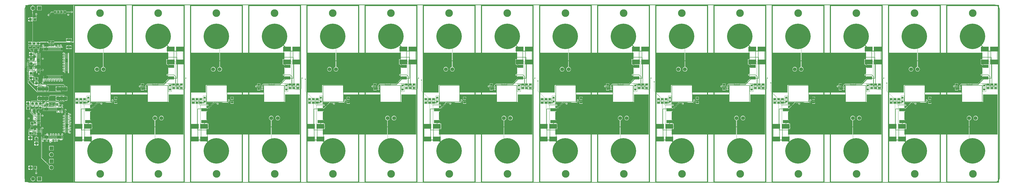
<source format=gtl>
G04*
G04 #@! TF.GenerationSoftware,Altium Limited,Altium Designer,18.1.9 (240)*
G04*
G04 Layer_Physical_Order=1*
G04 Layer_Color=255*
%FSLAX25Y25*%
%MOIN*%
G70*
G01*
G75*
%ADD11C,0.01000*%
%ADD12C,0.00787*%
%ADD13C,0.00500*%
%ADD16C,0.00600*%
%ADD17C,0.05000*%
%ADD18C,0.00800*%
%ADD19C,0.00394*%
%ADD20C,0.00197*%
%ADD21C,0.01600*%
%ADD22C,0.00200*%
%ADD23R,0.12402X0.07717*%
%ADD24R,0.03937X0.03543*%
%ADD25R,0.04331X0.04331*%
%ADD26R,0.21260X0.21260*%
%ADD27R,0.05753X0.01063*%
%ADD28R,0.01063X0.05753*%
%ADD29R,0.04600X0.06300*%
%ADD30R,0.04331X0.04331*%
%ADD31R,0.06693X0.03740*%
%ADD32R,0.07874X0.23622*%
%ADD33R,0.02756X0.04724*%
%ADD34R,0.03543X0.02756*%
%ADD35R,0.02756X0.03543*%
%ADD36R,0.03150X0.03150*%
%ADD37R,0.30000X0.25000*%
%ADD38R,0.08661X0.04724*%
%ADD62C,0.00350*%
%ADD63C,0.39370*%
%ADD64C,0.06000*%
%ADD65C,0.06102*%
%ADD66R,0.06102X0.06102*%
%ADD67R,0.06102X0.06102*%
%ADD68C,0.11811*%
%ADD69C,0.01772*%
G36*
X79500Y221700D02*
X76647D01*
Y223612D01*
X72300D01*
X67954D01*
Y221700D01*
X49422D01*
Y223384D01*
X45178D01*
Y221700D01*
X44622D01*
Y223382D01*
X40378D01*
Y221700D01*
X16395D01*
X16236Y269759D01*
X16555Y270040D01*
X17482Y270162D01*
X18346Y270520D01*
X19088Y271089D01*
X19657Y271831D01*
X20015Y272695D01*
X20137Y273622D01*
X20015Y274549D01*
X19657Y275413D01*
X19088Y276155D01*
X18346Y276724D01*
X17482Y277082D01*
X16555Y277204D01*
X16411Y277330D01*
X16401Y277667D01*
X16824Y278100D01*
X79500D01*
Y221700D01*
D02*
G37*
G36*
X16075Y277794D02*
X16022Y277662D01*
X16024Y277659D01*
X16022Y277656D01*
X16032Y277319D01*
X15673Y277111D01*
X15592Y277067D01*
X14764Y276724D01*
X14022Y276155D01*
X13453Y275413D01*
X13095Y274549D01*
X12973Y273622D01*
X13095Y272695D01*
X13453Y271831D01*
X14022Y271089D01*
X14764Y270520D01*
X15549Y270195D01*
X15796Y269865D01*
X15856Y269758D01*
X15889Y259913D01*
X15391Y259465D01*
X13098D01*
Y256299D01*
X12598D01*
D01*
X13098D01*
Y253134D01*
X15412D01*
X15764Y253134D01*
X15913Y252696D01*
X16014Y222169D01*
X15773Y221921D01*
X15378Y221669D01*
X15168Y221721D01*
Y221721D01*
X14899Y221721D01*
X12700D01*
Y218950D01*
Y216178D01*
X15168D01*
Y216178D01*
X15378Y216126D01*
X15378Y216126D01*
X15647Y216126D01*
X17846D01*
Y218898D01*
X18846D01*
Y216126D01*
X21315D01*
Y216126D01*
X21638Y216078D01*
X21638Y216078D01*
X21795Y216078D01*
X24106D01*
Y218850D01*
X24606D01*
Y219350D01*
X27575D01*
Y220700D01*
X39728D01*
Y219275D01*
X42000D01*
Y221653D01*
X43000D01*
Y219275D01*
X45272D01*
Y219278D01*
X46800D01*
Y221656D01*
X47800D01*
Y219278D01*
X50072D01*
Y220700D01*
X79600Y220700D01*
Y4100D01*
X4500D01*
X3940Y4660D01*
X4919Y216306D01*
X4900D01*
Y278094D01*
X5300Y278259D01*
X15804D01*
X16075Y277794D01*
D02*
G37*
G36*
X1485335Y194563D02*
X1482622D01*
Y186145D01*
X1484493D01*
X1484512Y186122D01*
X1484620Y185581D01*
X1484869Y185208D01*
X1492922D01*
Y181808D01*
X1485335D01*
Y171829D01*
X1484835Y171562D01*
X1484806Y171581D01*
X1484265Y171689D01*
X1483724Y171581D01*
X1483266Y171275D01*
X1482960Y170816D01*
X1482852Y170276D01*
X1482960Y169735D01*
X1483266Y169276D01*
X1483724Y168970D01*
X1484265Y168863D01*
X1484806Y168970D01*
X1484835Y168989D01*
X1485335Y168722D01*
Y167208D01*
X1492922D01*
Y163808D01*
X1485335D01*
Y163726D01*
X1477988Y156379D01*
X1452658D01*
X1452657Y156379D01*
X1452326Y156313D01*
X1452044Y156125D01*
X1450076Y154157D01*
X1449888Y153876D01*
X1449822Y153544D01*
Y152663D01*
X1449690Y152575D01*
X1449384Y152116D01*
X1449276Y151575D01*
X1449384Y151035D01*
X1449690Y150576D01*
X1450148Y150270D01*
X1450689Y150162D01*
X1451230Y150270D01*
X1451688Y150576D01*
X1451994Y151035D01*
X1452102Y151575D01*
X1451994Y152116D01*
X1451688Y152575D01*
X1451556Y152663D01*
Y153185D01*
X1452748Y154377D01*
X1453248Y154170D01*
Y142717D01*
X1395950D01*
Y154035D01*
X1395839Y154304D01*
X1395571Y154415D01*
X1363976D01*
X1363708Y154304D01*
X1363597Y154035D01*
Y142717D01*
X1341043D01*
Y204528D01*
X1384471D01*
Y182471D01*
X1384126Y182426D01*
X1383274Y182073D01*
X1382543Y181512D01*
X1381982Y180781D01*
X1381629Y179929D01*
X1381509Y179016D01*
X1381629Y178102D01*
X1381982Y177251D01*
X1382543Y176520D01*
X1383274Y175958D01*
X1384126Y175606D01*
X1385039Y175486D01*
X1385953Y175606D01*
X1386804Y175958D01*
X1387536Y176520D01*
X1388097Y177251D01*
X1388449Y178102D01*
X1388570Y179016D01*
X1388449Y179929D01*
X1388097Y180781D01*
X1387536Y181512D01*
X1386804Y182073D01*
X1385953Y182426D01*
X1385608Y182471D01*
Y204528D01*
X1485335D01*
Y194563D01*
D02*
G37*
G36*
X1305413D02*
X1302701D01*
Y186145D01*
X1304572D01*
X1304591Y186122D01*
X1304698Y185581D01*
X1304948Y185208D01*
X1313001D01*
Y181808D01*
X1305413D01*
Y171829D01*
X1304913Y171562D01*
X1304885Y171581D01*
X1304344Y171689D01*
X1303803Y171581D01*
X1303345Y171275D01*
X1303039Y170816D01*
X1302931Y170276D01*
X1303039Y169735D01*
X1303345Y169276D01*
X1303803Y168970D01*
X1304344Y168863D01*
X1304885Y168970D01*
X1304913Y168989D01*
X1305413Y168722D01*
Y167208D01*
X1313001D01*
Y163808D01*
X1305413D01*
Y163726D01*
X1298067Y156379D01*
X1272736D01*
X1272736Y156379D01*
X1272404Y156313D01*
X1272123Y156125D01*
X1270155Y154157D01*
X1269967Y153876D01*
X1269901Y153544D01*
Y152663D01*
X1269769Y152575D01*
X1269462Y152116D01*
X1269355Y151575D01*
X1269462Y151035D01*
X1269769Y150576D01*
X1270227Y150270D01*
X1270768Y150162D01*
X1271309Y150270D01*
X1271767Y150576D01*
X1272073Y151035D01*
X1272181Y151575D01*
X1272073Y152116D01*
X1271767Y152575D01*
X1271635Y152663D01*
Y153185D01*
X1272827Y154377D01*
X1273327Y154170D01*
Y142717D01*
X1216029D01*
Y154035D01*
X1215918Y154304D01*
X1215650Y154415D01*
X1184055D01*
X1183787Y154304D01*
X1183676Y154035D01*
Y142717D01*
X1161122D01*
Y204528D01*
X1204550D01*
Y182471D01*
X1204204Y182426D01*
X1203353Y182073D01*
X1202622Y181512D01*
X1202061Y180781D01*
X1201708Y179929D01*
X1201588Y179016D01*
X1201708Y178102D01*
X1202061Y177251D01*
X1202622Y176520D01*
X1203353Y175958D01*
X1204204Y175606D01*
X1205118Y175486D01*
X1206032Y175606D01*
X1206883Y175958D01*
X1207614Y176520D01*
X1208175Y177251D01*
X1208528Y178102D01*
X1208648Y179016D01*
X1208528Y179929D01*
X1208175Y180781D01*
X1207614Y181512D01*
X1206883Y182073D01*
X1206032Y182426D01*
X1205687Y182471D01*
Y204528D01*
X1305413D01*
Y194563D01*
D02*
G37*
G36*
X1125492D02*
X1122779D01*
Y186145D01*
X1124651D01*
X1124670Y186122D01*
X1124777Y185581D01*
X1125027Y185208D01*
X1133079D01*
Y181808D01*
X1125492D01*
Y171829D01*
X1124992Y171562D01*
X1124963Y171581D01*
X1124423Y171689D01*
X1123882Y171581D01*
X1123423Y171275D01*
X1123117Y170816D01*
X1123010Y170276D01*
X1123117Y169735D01*
X1123423Y169276D01*
X1123882Y168970D01*
X1124423Y168863D01*
X1124963Y168970D01*
X1124992Y168989D01*
X1125492Y168722D01*
Y167208D01*
X1133079D01*
Y163808D01*
X1125492D01*
Y163726D01*
X1118145Y156379D01*
X1092815D01*
X1092815Y156379D01*
X1092483Y156313D01*
X1092202Y156125D01*
X1090234Y154157D01*
X1090046Y153876D01*
X1089979Y153544D01*
Y152663D01*
X1089847Y152575D01*
X1089541Y152116D01*
X1089434Y151575D01*
X1089541Y151035D01*
X1089847Y150576D01*
X1090306Y150270D01*
X1090847Y150162D01*
X1091387Y150270D01*
X1091846Y150576D01*
X1092152Y151035D01*
X1092260Y151575D01*
X1092152Y152116D01*
X1091846Y152575D01*
X1091714Y152663D01*
Y153185D01*
X1092906Y154377D01*
X1093406Y154170D01*
Y142717D01*
X1036108D01*
Y154035D01*
X1035997Y154304D01*
X1035728Y154415D01*
X1004134D01*
X1003866Y154304D01*
X1003755Y154035D01*
Y142717D01*
X981201D01*
Y204528D01*
X1024628D01*
Y182471D01*
X1024283Y182426D01*
X1023432Y182073D01*
X1022701Y181512D01*
X1022140Y180781D01*
X1021787Y179929D01*
X1021667Y179016D01*
X1021787Y178102D01*
X1022140Y177251D01*
X1022701Y176520D01*
X1023432Y175958D01*
X1024283Y175606D01*
X1025197Y175486D01*
X1026111Y175606D01*
X1026962Y175958D01*
X1027693Y176520D01*
X1028254Y177251D01*
X1028607Y178102D01*
X1028727Y179016D01*
X1028607Y179929D01*
X1028254Y180781D01*
X1027693Y181512D01*
X1026962Y182073D01*
X1026111Y182426D01*
X1025766Y182471D01*
Y204528D01*
X1125492D01*
Y194563D01*
D02*
G37*
G36*
X945571D02*
X942858D01*
Y186145D01*
X944730D01*
X944748Y186122D01*
X944856Y185581D01*
X945105Y185208D01*
X953158D01*
Y181808D01*
X945571D01*
Y171829D01*
X945071Y171562D01*
X945042Y171581D01*
X944501Y171689D01*
X943961Y171581D01*
X943502Y171275D01*
X943196Y170816D01*
X943088Y170276D01*
X943196Y169735D01*
X943502Y169276D01*
X943961Y168970D01*
X944501Y168863D01*
X945042Y168970D01*
X945071Y168989D01*
X945571Y168722D01*
Y167208D01*
X953158D01*
Y163808D01*
X945571D01*
Y163726D01*
X938224Y156379D01*
X912894D01*
X912894Y156379D01*
X912562Y156313D01*
X912281Y156125D01*
X910312Y154157D01*
X910124Y153876D01*
X910058Y153544D01*
Y152663D01*
X909926Y152575D01*
X909620Y152116D01*
X909512Y151575D01*
X909620Y151035D01*
X909926Y150576D01*
X910385Y150270D01*
X910925Y150162D01*
X911466Y150270D01*
X911924Y150576D01*
X912231Y151035D01*
X912338Y151575D01*
X912231Y152116D01*
X911924Y152575D01*
X911792Y152663D01*
Y153185D01*
X912984Y154377D01*
X913484Y154170D01*
Y142717D01*
X856186D01*
Y154035D01*
X856075Y154304D01*
X855807Y154415D01*
X824213D01*
X823944Y154304D01*
X823833Y154035D01*
Y142717D01*
X801280D01*
Y204528D01*
X844707D01*
Y182471D01*
X844362Y182426D01*
X843511Y182073D01*
X842779Y181512D01*
X842218Y180781D01*
X841866Y179929D01*
X841745Y179016D01*
X841866Y178102D01*
X842218Y177251D01*
X842779Y176520D01*
X843511Y175958D01*
X844362Y175606D01*
X845276Y175486D01*
X846189Y175606D01*
X847041Y175958D01*
X847772Y176520D01*
X848333Y177251D01*
X848686Y178102D01*
X848806Y179016D01*
X848686Y179929D01*
X848333Y180781D01*
X847772Y181512D01*
X847041Y182073D01*
X846189Y182426D01*
X845844Y182471D01*
Y204528D01*
X945571D01*
Y194563D01*
D02*
G37*
G36*
X765650D02*
X762937D01*
Y186145D01*
X764808D01*
X764827Y186122D01*
X764935Y185581D01*
X765184Y185208D01*
X773237D01*
Y181808D01*
X765650D01*
Y171829D01*
X765150Y171562D01*
X765121Y171581D01*
X764580Y171689D01*
X764039Y171581D01*
X763581Y171275D01*
X763275Y170816D01*
X763167Y170276D01*
X763275Y169735D01*
X763581Y169276D01*
X764039Y168970D01*
X764580Y168863D01*
X765121Y168970D01*
X765150Y168989D01*
X765650Y168722D01*
Y167208D01*
X773237D01*
Y163808D01*
X765650D01*
Y163726D01*
X758303Y156379D01*
X732972D01*
X732972Y156379D01*
X732641Y156313D01*
X732359Y156125D01*
X730391Y154157D01*
X730203Y153876D01*
X730137Y153544D01*
Y152663D01*
X730005Y152575D01*
X729699Y152116D01*
X729591Y151575D01*
X729699Y151035D01*
X730005Y150576D01*
X730463Y150270D01*
X731004Y150162D01*
X731545Y150270D01*
X732003Y150576D01*
X732309Y151035D01*
X732417Y151575D01*
X732309Y152116D01*
X732003Y152575D01*
X731871Y152663D01*
Y153185D01*
X733063Y154377D01*
X733563Y154170D01*
Y142717D01*
X676265D01*
Y154035D01*
X676154Y154304D01*
X675886Y154415D01*
X644291D01*
X644023Y154304D01*
X643912Y154035D01*
Y142717D01*
X621358D01*
Y204528D01*
X664786D01*
Y182471D01*
X664441Y182426D01*
X663589Y182073D01*
X662858Y181512D01*
X662297Y180781D01*
X661944Y179929D01*
X661824Y179016D01*
X661944Y178102D01*
X662297Y177251D01*
X662858Y176520D01*
X663589Y175958D01*
X664441Y175606D01*
X665354Y175486D01*
X666268Y175606D01*
X667120Y175958D01*
X667851Y176520D01*
X668412Y177251D01*
X668764Y178102D01*
X668885Y179016D01*
X668764Y179929D01*
X668412Y180781D01*
X667851Y181512D01*
X667120Y182073D01*
X666268Y182426D01*
X665923Y182471D01*
Y204528D01*
X765650D01*
Y194563D01*
D02*
G37*
G36*
X585728D02*
X583016D01*
Y186145D01*
X584887D01*
X584906Y186122D01*
X585013Y185581D01*
X585263Y185208D01*
X593316D01*
Y181808D01*
X585728D01*
Y171829D01*
X585228Y171562D01*
X585200Y171581D01*
X584659Y171689D01*
X584118Y171581D01*
X583660Y171275D01*
X583353Y170816D01*
X583246Y170276D01*
X583353Y169735D01*
X583660Y169276D01*
X584118Y168970D01*
X584659Y168863D01*
X585200Y168970D01*
X585228Y168989D01*
X585728Y168722D01*
Y167208D01*
X593316D01*
Y163808D01*
X585728D01*
Y163726D01*
X578382Y156379D01*
X553051D01*
X553051Y156379D01*
X552719Y156313D01*
X552438Y156125D01*
X550470Y154157D01*
X550282Y153876D01*
X550216Y153544D01*
Y152663D01*
X550084Y152575D01*
X549777Y152116D01*
X549670Y151575D01*
X549777Y151035D01*
X550084Y150576D01*
X550542Y150270D01*
X551083Y150162D01*
X551623Y150270D01*
X552082Y150576D01*
X552388Y151035D01*
X552496Y151575D01*
X552388Y152116D01*
X552082Y152575D01*
X551950Y152663D01*
Y153185D01*
X553142Y154377D01*
X553642Y154170D01*
Y142717D01*
X496344D01*
Y154035D01*
X496233Y154304D01*
X495965Y154415D01*
X464370D01*
X464102Y154304D01*
X463991Y154035D01*
Y142717D01*
X441437D01*
Y204528D01*
X484865D01*
Y182471D01*
X484519Y182426D01*
X483668Y182073D01*
X482937Y181512D01*
X482376Y180781D01*
X482023Y179929D01*
X481903Y179016D01*
X482023Y178102D01*
X482376Y177251D01*
X482937Y176520D01*
X483668Y175958D01*
X484519Y175606D01*
X485433Y175486D01*
X486347Y175606D01*
X487198Y175958D01*
X487929Y176520D01*
X488490Y177251D01*
X488843Y178102D01*
X488963Y179016D01*
X488843Y179929D01*
X488490Y180781D01*
X487929Y181512D01*
X487198Y182073D01*
X486347Y182426D01*
X486002Y182471D01*
Y204528D01*
X585728D01*
Y194563D01*
D02*
G37*
G36*
X405807D02*
X403094D01*
Y186145D01*
X404966D01*
X404985Y186122D01*
X405092Y185581D01*
X405342Y185208D01*
X413394D01*
Y181808D01*
X405807D01*
Y171829D01*
X405307Y171562D01*
X405278Y171581D01*
X404738Y171689D01*
X404197Y171581D01*
X403738Y171275D01*
X403432Y170816D01*
X403325Y170276D01*
X403432Y169735D01*
X403738Y169276D01*
X404197Y168970D01*
X404738Y168863D01*
X405278Y168970D01*
X405307Y168989D01*
X405807Y168722D01*
Y167208D01*
X413394D01*
Y163808D01*
X405807D01*
Y163726D01*
X398460Y156379D01*
X373130D01*
X373130Y156379D01*
X372798Y156313D01*
X372517Y156125D01*
X370548Y154157D01*
X370360Y153876D01*
X370294Y153544D01*
Y152663D01*
X370162Y152575D01*
X369856Y152116D01*
X369748Y151575D01*
X369856Y151035D01*
X370162Y150576D01*
X370621Y150270D01*
X371162Y150162D01*
X371702Y150270D01*
X372161Y150576D01*
X372467Y151035D01*
X372574Y151575D01*
X372467Y152116D01*
X372161Y152575D01*
X372028Y152663D01*
Y153185D01*
X373220Y154377D01*
X373721Y154170D01*
Y142717D01*
X316423D01*
Y154035D01*
X316312Y154304D01*
X316043Y154415D01*
X284449D01*
X284181Y154304D01*
X284070Y154035D01*
Y142717D01*
X261516D01*
Y204528D01*
X304943D01*
Y182471D01*
X304598Y182426D01*
X303747Y182073D01*
X303016Y181512D01*
X302455Y180781D01*
X302102Y179929D01*
X301982Y179016D01*
X302102Y178102D01*
X302455Y177251D01*
X303016Y176520D01*
X303747Y175958D01*
X304598Y175606D01*
X305512Y175486D01*
X306426Y175606D01*
X307277Y175958D01*
X308008Y176520D01*
X308569Y177251D01*
X308922Y178102D01*
X309042Y179016D01*
X308922Y179929D01*
X308569Y180781D01*
X308008Y181512D01*
X307277Y182073D01*
X306426Y182426D01*
X306081Y182471D01*
Y204528D01*
X405807D01*
Y194563D01*
D02*
G37*
G36*
X225886D02*
X223173D01*
Y186145D01*
X225045D01*
X225063Y186122D01*
X225171Y185581D01*
X225420Y185208D01*
X233473D01*
Y181808D01*
X225886D01*
Y171829D01*
X225386Y171562D01*
X225357Y171581D01*
X224816Y171689D01*
X224276Y171581D01*
X223817Y171275D01*
X223511Y170816D01*
X223403Y170276D01*
X223511Y169735D01*
X223817Y169276D01*
X224276Y168970D01*
X224816Y168863D01*
X225357Y168970D01*
X225386Y168989D01*
X225886Y168722D01*
Y167208D01*
X233473D01*
Y163808D01*
X225886D01*
Y163726D01*
X218539Y156379D01*
X193209D01*
X193209Y156379D01*
X192877Y156313D01*
X192596Y156125D01*
X190627Y154157D01*
X190439Y153876D01*
X190373Y153544D01*
Y152663D01*
X190241Y152575D01*
X189935Y152116D01*
X189827Y151575D01*
X189935Y151035D01*
X190241Y150576D01*
X190700Y150270D01*
X191240Y150162D01*
X191781Y150270D01*
X192239Y150576D01*
X192546Y151035D01*
X192653Y151575D01*
X192546Y152116D01*
X192239Y152575D01*
X192107Y152663D01*
Y153185D01*
X193299Y154377D01*
X193799Y154170D01*
Y142717D01*
X137427D01*
Y154016D01*
X137316Y154284D01*
X137048Y154395D01*
X105552D01*
X105283Y154284D01*
X105172Y154016D01*
Y142717D01*
X81595D01*
Y204528D01*
X125022D01*
Y182471D01*
X124677Y182426D01*
X123826Y182073D01*
X123094Y181512D01*
X122533Y180781D01*
X122181Y179929D01*
X122060Y179016D01*
X122181Y178102D01*
X122533Y177251D01*
X123094Y176520D01*
X123826Y175958D01*
X124677Y175606D01*
X125591Y175486D01*
X126504Y175606D01*
X127356Y175958D01*
X128087Y176520D01*
X128648Y177251D01*
X129000Y178102D01*
X129121Y179016D01*
X129000Y179929D01*
X128648Y180781D01*
X128087Y181512D01*
X127356Y182073D01*
X126504Y182426D01*
X126159Y182471D01*
Y204528D01*
X225886D01*
Y194563D01*
D02*
G37*
G36*
X1508858Y77953D02*
X1465431D01*
Y99892D01*
X1465776Y99937D01*
X1466627Y100290D01*
X1467358Y100851D01*
X1467920Y101582D01*
X1468272Y102433D01*
X1468392Y103347D01*
X1468272Y104261D01*
X1467920Y105112D01*
X1467358Y105843D01*
X1466627Y106404D01*
X1465776Y106757D01*
X1464862Y106877D01*
X1463949Y106757D01*
X1463097Y106404D01*
X1462366Y105843D01*
X1461805Y105112D01*
X1461452Y104261D01*
X1461332Y103347D01*
X1461452Y102433D01*
X1461805Y101582D01*
X1462366Y100851D01*
X1463097Y100290D01*
X1463949Y99937D01*
X1464293Y99892D01*
Y77953D01*
X1364567D01*
Y86343D01*
X1367575D01*
Y88235D01*
X1367841Y88633D01*
X1367948Y89173D01*
X1367841Y89714D01*
X1367575Y90112D01*
Y94761D01*
X1365718D01*
X1365704Y95255D01*
X1365704D01*
Y96322D01*
X1358357D01*
Y99722D01*
X1365704D01*
Y100680D01*
X1364567D01*
Y113365D01*
X1365704D01*
Y114322D01*
X1358357D01*
Y117722D01*
X1367768D01*
X1376654Y126609D01*
X1380303D01*
X1380582Y126135D01*
X1380580Y126109D01*
X1380477Y125591D01*
X1380584Y125050D01*
X1380891Y124592D01*
X1381349Y124285D01*
X1381890Y124178D01*
X1382431Y124285D01*
X1382889Y124592D01*
X1383195Y125050D01*
X1383303Y125591D01*
X1383278Y125715D01*
X1383595Y126102D01*
X1397244D01*
X1397576Y126168D01*
X1397576Y126168D01*
X1397576Y126168D01*
X1397857Y126356D01*
X1399826Y128324D01*
X1400014Y128605D01*
X1400080Y128937D01*
Y129818D01*
X1400212Y129906D01*
X1400518Y130365D01*
X1400626Y130906D01*
X1400518Y131446D01*
X1400212Y131905D01*
X1399753Y132211D01*
X1399213Y132319D01*
X1398672Y132211D01*
X1398213Y131905D01*
X1397907Y131446D01*
X1397800Y130906D01*
X1397907Y130365D01*
X1398213Y129906D01*
X1398346Y129818D01*
Y129296D01*
X1397153Y128104D01*
X1396653Y128311D01*
Y139764D01*
X1453951D01*
Y128445D01*
X1454062Y128177D01*
X1454331Y128066D01*
X1485925D01*
X1486193Y128177D01*
X1486304Y128445D01*
Y139764D01*
X1508858D01*
Y77953D01*
D02*
G37*
G36*
X1328937D02*
X1285510D01*
Y99892D01*
X1285855Y99937D01*
X1286706Y100290D01*
X1287437Y100851D01*
X1287998Y101582D01*
X1288351Y102433D01*
X1288471Y103347D01*
X1288351Y104261D01*
X1287998Y105112D01*
X1287437Y105843D01*
X1286706Y106404D01*
X1285855Y106757D01*
X1284941Y106877D01*
X1284027Y106757D01*
X1283176Y106404D01*
X1282445Y105843D01*
X1281884Y105112D01*
X1281531Y104261D01*
X1281411Y103347D01*
X1281531Y102433D01*
X1281884Y101582D01*
X1282445Y100851D01*
X1283176Y100290D01*
X1284027Y99937D01*
X1284372Y99892D01*
Y77953D01*
X1184646D01*
Y86343D01*
X1187654D01*
Y88235D01*
X1187920Y88633D01*
X1188027Y89173D01*
X1187920Y89714D01*
X1187654Y90112D01*
Y94761D01*
X1185797D01*
X1185783Y95255D01*
X1185783D01*
Y96322D01*
X1178436D01*
Y99722D01*
X1185783D01*
Y100680D01*
X1184646D01*
Y113365D01*
X1185783D01*
Y114322D01*
X1178436D01*
Y117722D01*
X1187846D01*
X1196733Y126609D01*
X1200381D01*
X1200661Y126135D01*
X1200659Y126109D01*
X1200556Y125591D01*
X1200663Y125050D01*
X1200969Y124592D01*
X1201428Y124285D01*
X1201969Y124178D01*
X1202509Y124285D01*
X1202968Y124592D01*
X1203274Y125050D01*
X1203382Y125591D01*
X1203357Y125715D01*
X1203674Y126102D01*
X1217323D01*
X1217655Y126168D01*
X1217655Y126168D01*
X1217655Y126168D01*
X1217936Y126356D01*
X1219905Y128324D01*
X1220092Y128605D01*
X1220158Y128937D01*
Y129818D01*
X1220290Y129906D01*
X1220597Y130365D01*
X1220704Y130906D01*
X1220597Y131446D01*
X1220290Y131905D01*
X1219832Y132211D01*
X1219291Y132319D01*
X1218751Y132211D01*
X1218292Y131905D01*
X1217986Y131446D01*
X1217878Y130906D01*
X1217986Y130365D01*
X1218292Y129906D01*
X1218424Y129818D01*
Y129296D01*
X1217232Y128104D01*
X1216732Y128311D01*
Y139764D01*
X1274030D01*
Y128445D01*
X1274141Y128177D01*
X1274409Y128066D01*
X1306004D01*
X1306272Y128177D01*
X1306383Y128445D01*
Y139764D01*
X1328937D01*
Y77953D01*
D02*
G37*
G36*
X1149016D02*
X1105588D01*
Y99892D01*
X1105933Y99937D01*
X1106785Y100290D01*
X1107516Y100851D01*
X1108077Y101582D01*
X1108430Y102433D01*
X1108550Y103347D01*
X1108430Y104261D01*
X1108077Y105112D01*
X1107516Y105843D01*
X1106785Y106404D01*
X1105933Y106757D01*
X1105020Y106877D01*
X1104106Y106757D01*
X1103255Y106404D01*
X1102524Y105843D01*
X1101962Y105112D01*
X1101610Y104261D01*
X1101490Y103347D01*
X1101610Y102433D01*
X1101962Y101582D01*
X1102524Y100851D01*
X1103255Y100290D01*
X1104106Y99937D01*
X1104451Y99892D01*
Y77953D01*
X1004725D01*
Y86343D01*
X1007732D01*
Y88235D01*
X1007998Y88633D01*
X1008106Y89173D01*
X1007998Y89714D01*
X1007732Y90112D01*
Y94761D01*
X1005875D01*
X1005862Y95255D01*
X1005862D01*
Y96322D01*
X998515D01*
Y99722D01*
X1005862D01*
Y100680D01*
X1004725D01*
Y113365D01*
X1005862D01*
Y114322D01*
X998515D01*
Y117722D01*
X1007925D01*
X1016812Y126609D01*
X1020434D01*
X1020674Y126109D01*
X1020495Y125841D01*
X1020387Y125300D01*
X1020495Y124759D01*
X1020801Y124301D01*
X1021259Y123995D01*
X1021800Y123887D01*
X1022341Y123995D01*
X1022799Y124301D01*
X1023105Y124759D01*
X1023213Y125300D01*
X1023147Y125629D01*
X1023199Y125759D01*
X1023445Y126052D01*
X1023524Y126102D01*
X1037401D01*
X1037733Y126168D01*
X1037733Y126168D01*
X1037733Y126168D01*
X1038015Y126356D01*
X1039983Y128324D01*
X1040171Y128605D01*
X1040237Y128937D01*
Y129818D01*
X1040369Y129906D01*
X1040676Y130365D01*
X1040783Y130906D01*
X1040676Y131446D01*
X1040369Y131905D01*
X1039911Y132211D01*
X1039370Y132319D01*
X1038829Y132211D01*
X1038371Y131905D01*
X1038065Y131446D01*
X1037957Y130906D01*
X1038065Y130365D01*
X1038371Y129906D01*
X1038503Y129818D01*
Y129296D01*
X1037311Y128104D01*
X1036811Y128311D01*
Y139764D01*
X1094109D01*
Y128445D01*
X1094220Y128177D01*
X1094488Y128066D01*
X1126083D01*
X1126351Y128177D01*
X1126462Y128445D01*
Y139764D01*
X1149016D01*
Y77953D01*
D02*
G37*
G36*
X969094D02*
X925667D01*
Y99892D01*
X926012Y99937D01*
X926864Y100290D01*
X927595Y100851D01*
X928156Y101582D01*
X928508Y102433D01*
X928629Y103347D01*
X928508Y104261D01*
X928156Y105112D01*
X927595Y105843D01*
X926864Y106404D01*
X926012Y106757D01*
X925099Y106877D01*
X924185Y106757D01*
X923333Y106404D01*
X922602Y105843D01*
X922041Y105112D01*
X921689Y104261D01*
X921568Y103347D01*
X921689Y102433D01*
X922041Y101582D01*
X922602Y100851D01*
X923333Y100290D01*
X924185Y99937D01*
X924530Y99892D01*
Y77953D01*
X824803D01*
Y86343D01*
X827811D01*
Y88235D01*
X828077Y88633D01*
X828185Y89173D01*
X828077Y89714D01*
X827811Y90112D01*
Y94761D01*
X825954D01*
X825941Y95255D01*
X825941D01*
Y96322D01*
X818594D01*
Y99722D01*
X825941D01*
Y100680D01*
X824803D01*
Y113365D01*
X825941D01*
Y114322D01*
X818594D01*
Y117722D01*
X828004D01*
X836891Y126609D01*
X840539D01*
X840818Y126135D01*
X840816Y126109D01*
X840713Y125591D01*
X840821Y125050D01*
X841127Y124592D01*
X841585Y124285D01*
X842126Y124178D01*
X842667Y124285D01*
X843125Y124592D01*
X843431Y125050D01*
X843539Y125591D01*
X843514Y125715D01*
X843832Y126102D01*
X857480D01*
X857812Y126168D01*
X857812Y126168D01*
X857812Y126168D01*
X858093Y126356D01*
X860062Y128324D01*
X860250Y128605D01*
X860316Y128937D01*
Y129818D01*
X860448Y129906D01*
X860754Y130365D01*
X860862Y130906D01*
X860754Y131446D01*
X860448Y131905D01*
X859990Y132211D01*
X859449Y132319D01*
X858908Y132211D01*
X858450Y131905D01*
X858144Y131446D01*
X858036Y130906D01*
X858144Y130365D01*
X858450Y129906D01*
X858582Y129818D01*
Y129296D01*
X857390Y128104D01*
X856890Y128311D01*
Y139764D01*
X914188D01*
Y128445D01*
X914299Y128177D01*
X914567Y128066D01*
X946161D01*
X946430Y128177D01*
X946541Y128445D01*
Y139764D01*
X969094D01*
Y77953D01*
D02*
G37*
G36*
X789173D02*
X745746D01*
Y99892D01*
X746091Y99937D01*
X746942Y100290D01*
X747673Y100851D01*
X748235Y101582D01*
X748587Y102433D01*
X748707Y103347D01*
X748587Y104261D01*
X748235Y105112D01*
X747673Y105843D01*
X746942Y106404D01*
X746091Y106757D01*
X745177Y106877D01*
X744264Y106757D01*
X743412Y106404D01*
X742681Y105843D01*
X742120Y105112D01*
X741767Y104261D01*
X741647Y103347D01*
X741767Y102433D01*
X742120Y101582D01*
X742681Y100851D01*
X743412Y100290D01*
X744264Y99937D01*
X744608Y99892D01*
Y77953D01*
X644882D01*
Y86343D01*
X647890D01*
Y88235D01*
X648156Y88633D01*
X648263Y89173D01*
X648156Y89714D01*
X647890Y90112D01*
Y94761D01*
X646033D01*
X646019Y95255D01*
X646019D01*
Y96322D01*
X638672D01*
Y99722D01*
X646019D01*
Y100680D01*
X644882D01*
Y113365D01*
X646019D01*
Y114322D01*
X638672D01*
Y117722D01*
X648082D01*
X656969Y126609D01*
X660617D01*
X660897Y126135D01*
X660895Y126109D01*
X660792Y125591D01*
X660899Y125050D01*
X661206Y124592D01*
X661664Y124285D01*
X662205Y124178D01*
X662746Y124285D01*
X663204Y124592D01*
X663510Y125050D01*
X663618Y125591D01*
X663593Y125715D01*
X663910Y126102D01*
X677559D01*
X677891Y126168D01*
X677891Y126168D01*
X677891Y126168D01*
X678172Y126356D01*
X680141Y128324D01*
X680329Y128605D01*
X680395Y128937D01*
Y129818D01*
X680527Y129906D01*
X680833Y130365D01*
X680941Y130906D01*
X680833Y131446D01*
X680527Y131905D01*
X680068Y132211D01*
X679528Y132319D01*
X678987Y132211D01*
X678528Y131905D01*
X678222Y131446D01*
X678115Y130906D01*
X678222Y130365D01*
X678528Y129906D01*
X678661Y129818D01*
Y129296D01*
X677468Y128104D01*
X676968Y128311D01*
Y139764D01*
X734266D01*
Y128445D01*
X734377Y128177D01*
X734646Y128066D01*
X766240D01*
X766508Y128177D01*
X766619Y128445D01*
Y139764D01*
X789173D01*
Y77953D01*
D02*
G37*
G36*
X609252D02*
X565825D01*
Y99892D01*
X566170Y99937D01*
X567021Y100290D01*
X567752Y100851D01*
X568313Y101582D01*
X568666Y102433D01*
X568786Y103347D01*
X568666Y104261D01*
X568313Y105112D01*
X567752Y105843D01*
X567021Y106404D01*
X566170Y106757D01*
X565256Y106877D01*
X564342Y106757D01*
X563491Y106404D01*
X562760Y105843D01*
X562199Y105112D01*
X561846Y104261D01*
X561726Y103347D01*
X561846Y102433D01*
X562199Y101582D01*
X562760Y100851D01*
X563491Y100290D01*
X564342Y99937D01*
X564687Y99892D01*
Y77953D01*
X464961D01*
Y86343D01*
X467969D01*
Y88235D01*
X468235Y88633D01*
X468342Y89173D01*
X468235Y89714D01*
X467969Y90112D01*
Y94761D01*
X466112D01*
X466098Y95255D01*
X466098D01*
Y96322D01*
X458751D01*
Y99722D01*
X466098D01*
Y100680D01*
X464961D01*
Y113365D01*
X466098D01*
Y114322D01*
X458751D01*
Y117722D01*
X468161D01*
X477048Y126609D01*
X480696D01*
X480976Y126135D01*
X480974Y126109D01*
X480871Y125591D01*
X480978Y125050D01*
X481284Y124592D01*
X481743Y124285D01*
X482283Y124178D01*
X482824Y124285D01*
X483283Y124592D01*
X483589Y125050D01*
X483697Y125591D01*
X483672Y125715D01*
X483989Y126102D01*
X497638D01*
X497969Y126168D01*
X497969Y126168D01*
X497969Y126168D01*
X498251Y126356D01*
X500219Y128324D01*
X500407Y128605D01*
X500473Y128937D01*
Y129818D01*
X500605Y129906D01*
X500912Y130365D01*
X501019Y130906D01*
X500912Y131446D01*
X500605Y131905D01*
X500147Y132211D01*
X499606Y132319D01*
X499066Y132211D01*
X498607Y131905D01*
X498301Y131446D01*
X498193Y130906D01*
X498301Y130365D01*
X498607Y129906D01*
X498739Y129818D01*
Y129296D01*
X497547Y128104D01*
X497047Y128311D01*
Y139764D01*
X554345D01*
Y128445D01*
X554456Y128177D01*
X554724Y128066D01*
X586319D01*
X586587Y128177D01*
X586698Y128445D01*
Y139764D01*
X609252D01*
Y77953D01*
D02*
G37*
G36*
X429331D02*
X385903D01*
Y99892D01*
X386248Y99937D01*
X387100Y100290D01*
X387831Y100851D01*
X388392Y101582D01*
X388745Y102433D01*
X388865Y103347D01*
X388745Y104261D01*
X388392Y105112D01*
X387831Y105843D01*
X387100Y106404D01*
X386248Y106757D01*
X385335Y106877D01*
X384421Y106757D01*
X383570Y106404D01*
X382838Y105843D01*
X382277Y105112D01*
X381925Y104261D01*
X381804Y103347D01*
X381925Y102433D01*
X382277Y101582D01*
X382838Y100851D01*
X383570Y100290D01*
X384421Y99937D01*
X384766Y99892D01*
Y77953D01*
X285039D01*
Y86343D01*
X288048D01*
Y88235D01*
X288313Y88633D01*
X288421Y89173D01*
X288313Y89714D01*
X288048Y90112D01*
Y94761D01*
X286190D01*
X286177Y95255D01*
X286177D01*
Y96322D01*
X278830D01*
Y99722D01*
X286177D01*
Y100680D01*
X285039D01*
Y113365D01*
X286177D01*
Y114322D01*
X278830D01*
Y117722D01*
X288240D01*
X297127Y126609D01*
X300775D01*
X301055Y126135D01*
X301052Y126109D01*
X300949Y125591D01*
X301057Y125050D01*
X301363Y124592D01*
X301821Y124285D01*
X302362Y124178D01*
X302903Y124285D01*
X303361Y124592D01*
X303668Y125050D01*
X303775Y125591D01*
X303750Y125715D01*
X304068Y126102D01*
X317717D01*
X318048Y126168D01*
X318048Y126168D01*
X318048Y126168D01*
X318330Y126356D01*
X320298Y128324D01*
X320486Y128605D01*
X320552Y128937D01*
Y129818D01*
X320684Y129906D01*
X320990Y130365D01*
X321098Y130906D01*
X320990Y131446D01*
X320684Y131905D01*
X320226Y132211D01*
X319685Y132319D01*
X319144Y132211D01*
X318686Y131905D01*
X318380Y131446D01*
X318272Y130906D01*
X318380Y130365D01*
X318686Y129906D01*
X318818Y129818D01*
Y129296D01*
X317626Y128104D01*
X317126Y128311D01*
Y139764D01*
X374424D01*
Y128445D01*
X374535Y128177D01*
X374803Y128066D01*
X406398D01*
X406666Y128177D01*
X406777Y128445D01*
Y139764D01*
X429331D01*
Y77953D01*
D02*
G37*
G36*
X249410D02*
X205982D01*
Y99892D01*
X206327Y99937D01*
X207178Y100290D01*
X207910Y100851D01*
X208471Y101582D01*
X208823Y102433D01*
X208944Y103347D01*
X208823Y104261D01*
X208471Y105112D01*
X207910Y105843D01*
X207178Y106404D01*
X206327Y106757D01*
X205413Y106877D01*
X204500Y106757D01*
X203648Y106404D01*
X202917Y105843D01*
X202356Y105112D01*
X202004Y104261D01*
X201883Y103347D01*
X202004Y102433D01*
X202356Y101582D01*
X202917Y100851D01*
X203648Y100290D01*
X204500Y99937D01*
X204845Y99892D01*
Y77953D01*
X105118D01*
Y86343D01*
X108126D01*
Y88235D01*
X108392Y88633D01*
X108500Y89173D01*
X108392Y89714D01*
X108126Y90112D01*
Y94761D01*
X106269D01*
X106256Y95255D01*
X106255D01*
Y96322D01*
X98909D01*
Y99722D01*
X106255D01*
Y100680D01*
X105118D01*
Y113365D01*
X106255D01*
Y114322D01*
X98909D01*
Y117722D01*
X108319D01*
X117206Y126609D01*
X120854D01*
X121133Y126135D01*
X121131Y126109D01*
X121028Y125591D01*
X121136Y125050D01*
X121442Y124592D01*
X121900Y124285D01*
X122441Y124178D01*
X122982Y124285D01*
X123440Y124592D01*
X123746Y125050D01*
X123854Y125591D01*
X123829Y125715D01*
X124146Y126102D01*
X137795D01*
X138127Y126168D01*
X138127Y126168D01*
X138127Y126168D01*
X138408Y126356D01*
X140377Y128324D01*
X140565Y128605D01*
X140631Y128937D01*
Y129818D01*
X140763Y129906D01*
X141069Y130365D01*
X141177Y130906D01*
X141069Y131446D01*
X140763Y131905D01*
X140305Y132211D01*
X139764Y132319D01*
X139223Y132211D01*
X138765Y131905D01*
X138458Y131446D01*
X138351Y130906D01*
X138458Y130365D01*
X138765Y129906D01*
X138897Y129818D01*
Y129296D01*
X137889Y128288D01*
X137871Y128292D01*
X137427Y128533D01*
Y139764D01*
X194503D01*
Y128445D01*
X194614Y128177D01*
X194882Y128066D01*
X226476D01*
X226745Y128177D01*
X226856Y128445D01*
Y139764D01*
X249410D01*
Y77953D01*
D02*
G37*
G36*
X115635Y127491D02*
X106718Y118574D01*
X106255Y118765D01*
Y118790D01*
X105118D01*
Y123644D01*
X105759D01*
X106161Y123811D01*
X106235Y123885D01*
X106743Y123784D01*
X107284Y123891D01*
X107742Y124198D01*
X108048Y124656D01*
X108156Y125197D01*
X108048Y125738D01*
X107742Y126196D01*
X107284Y126502D01*
X106743Y126610D01*
X106202Y126502D01*
X105744Y126196D01*
X105618Y126008D01*
X105118Y126159D01*
Y127953D01*
X115443D01*
X115635Y127491D01*
D02*
G37*
G36*
X1375084D02*
X1366166Y118574D01*
X1365704Y118765D01*
Y118790D01*
X1364567D01*
Y122421D01*
X1365067Y122573D01*
X1365143Y122459D01*
X1365601Y122153D01*
X1366142Y122046D01*
X1366683Y122153D01*
X1367141Y122459D01*
X1367447Y122918D01*
X1367555Y123459D01*
X1367447Y123999D01*
X1367141Y124458D01*
X1366683Y124764D01*
X1366142Y124872D01*
X1365601Y124764D01*
X1365143Y124458D01*
X1365067Y124344D01*
X1364567Y124496D01*
Y127953D01*
X1374892D01*
X1375084Y127491D01*
D02*
G37*
G36*
X1195162D02*
X1186245Y118574D01*
X1185783Y118765D01*
Y118790D01*
X1184646D01*
Y122421D01*
X1185146Y122573D01*
X1185221Y122459D01*
X1185680Y122153D01*
X1186220Y122046D01*
X1186761Y122153D01*
X1187220Y122459D01*
X1187526Y122918D01*
X1187634Y123459D01*
X1187526Y123999D01*
X1187220Y124458D01*
X1186761Y124764D01*
X1186220Y124872D01*
X1185680Y124764D01*
X1185221Y124458D01*
X1185146Y124344D01*
X1184646Y124496D01*
Y127953D01*
X1194971D01*
X1195162Y127491D01*
D02*
G37*
G36*
X1015241D02*
X1006324Y118574D01*
X1005862Y118765D01*
Y118790D01*
X1004725D01*
Y122421D01*
X1005225Y122573D01*
X1005300Y122459D01*
X1005758Y122153D01*
X1006299Y122046D01*
X1006840Y122153D01*
X1007298Y122459D01*
X1007605Y122918D01*
X1007712Y123459D01*
X1007605Y123999D01*
X1007298Y124458D01*
X1006840Y124764D01*
X1006299Y124872D01*
X1005758Y124764D01*
X1005300Y124458D01*
X1005225Y124344D01*
X1004725Y124496D01*
Y127953D01*
X1015050D01*
X1015241Y127491D01*
D02*
G37*
G36*
X835320D02*
X826403Y118574D01*
X825941Y118765D01*
Y118790D01*
X824803D01*
Y122421D01*
X825303Y122573D01*
X825379Y122459D01*
X825837Y122153D01*
X826378Y122046D01*
X826919Y122153D01*
X827377Y122459D01*
X827683Y122918D01*
X827791Y123459D01*
X827683Y123999D01*
X827377Y124458D01*
X826919Y124764D01*
X826378Y124872D01*
X825837Y124764D01*
X825379Y124458D01*
X825303Y124344D01*
X824803Y124496D01*
Y127953D01*
X835128D01*
X835320Y127491D01*
D02*
G37*
G36*
X655398D02*
X646481Y118574D01*
X646019Y118765D01*
Y118790D01*
X644882D01*
Y122421D01*
X645382Y122573D01*
X645458Y122459D01*
X645916Y122153D01*
X646457Y122046D01*
X646997Y122153D01*
X647456Y122459D01*
X647762Y122918D01*
X647870Y123459D01*
X647762Y123999D01*
X647456Y124458D01*
X646997Y124764D01*
X646457Y124872D01*
X645916Y124764D01*
X645458Y124458D01*
X645382Y124344D01*
X644882Y124496D01*
Y127953D01*
X655207D01*
X655398Y127491D01*
D02*
G37*
G36*
X475477D02*
X466560Y118574D01*
X466098Y118765D01*
Y118790D01*
X464961D01*
Y122421D01*
X465461Y122573D01*
X465536Y122459D01*
X465995Y122153D01*
X466536Y122046D01*
X467076Y122153D01*
X467535Y122459D01*
X467841Y122918D01*
X467948Y123459D01*
X467841Y123999D01*
X467535Y124458D01*
X467076Y124764D01*
X466536Y124872D01*
X465995Y124764D01*
X465536Y124458D01*
X465461Y124344D01*
X464961Y124496D01*
Y127953D01*
X475286D01*
X475477Y127491D01*
D02*
G37*
G36*
X295556D02*
X286639Y118574D01*
X286177Y118765D01*
Y118790D01*
X285039D01*
Y122421D01*
X285539Y122573D01*
X285615Y122459D01*
X286073Y122153D01*
X286614Y122046D01*
X287155Y122153D01*
X287613Y122459D01*
X287920Y122918D01*
X288027Y123459D01*
X287920Y123999D01*
X287613Y124458D01*
X287155Y124764D01*
X286614Y124872D01*
X286073Y124764D01*
X285615Y124458D01*
X285539Y124344D01*
X285039Y124496D01*
Y127953D01*
X295365D01*
X295556Y127491D01*
D02*
G37*
%LPC*%
G36*
X30106Y277173D02*
X23004D01*
Y270071D01*
X30106D01*
Y277173D01*
D02*
G37*
G36*
X67890Y270331D02*
X64433D01*
Y264906D01*
X67890D01*
Y266968D01*
X75605D01*
X75773Y266718D01*
X76231Y266411D01*
X76772Y266304D01*
X77312Y266411D01*
X77771Y266718D01*
X78077Y267176D01*
X78185Y267717D01*
X78077Y268257D01*
X77771Y268716D01*
X77312Y269022D01*
X76772Y269130D01*
X76231Y269022D01*
X75773Y268716D01*
X75473Y268268D01*
X67890D01*
Y270331D01*
D02*
G37*
G36*
X62890D02*
X59433D01*
Y264906D01*
X62890D01*
Y270331D01*
D02*
G37*
G36*
X57890D02*
X54433D01*
Y264906D01*
X57890D01*
Y270331D01*
D02*
G37*
G36*
X52890D02*
X49433D01*
Y268268D01*
X45571D01*
X45111Y268078D01*
X41357Y264323D01*
X40945Y264405D01*
X40404Y264298D01*
X39946Y263991D01*
X39639Y263533D01*
X39532Y262992D01*
X39639Y262452D01*
X39946Y261993D01*
X40404Y261687D01*
X40945Y261579D01*
X41486Y261687D01*
X41944Y261993D01*
X42250Y262452D01*
X42358Y262992D01*
X42276Y263404D01*
X45840Y266968D01*
X49433D01*
Y264906D01*
X52890D01*
Y270331D01*
D02*
G37*
G36*
X71260Y264799D02*
X70719Y264691D01*
X70261Y264385D01*
X69954Y263927D01*
X69847Y263386D01*
X69954Y262845D01*
X70261Y262387D01*
X70719Y262080D01*
X71260Y261973D01*
X71801Y262080D01*
X72259Y262387D01*
X72565Y262845D01*
X72673Y263386D01*
X72565Y263927D01*
X72259Y264385D01*
X71801Y264691D01*
X71260Y264799D01*
D02*
G37*
G36*
X21654Y265960D02*
X21113Y265852D01*
X20654Y265546D01*
X20348Y265088D01*
X20241Y264547D01*
X20348Y264006D01*
X20654Y263548D01*
X21004Y263314D01*
Y258815D01*
X17169D01*
Y253783D01*
X22201D01*
Y258020D01*
X22303Y258268D01*
Y263314D01*
X22653Y263548D01*
X22959Y264006D01*
X23067Y264547D01*
X22959Y265088D01*
X22653Y265546D01*
X22194Y265852D01*
X21654Y265960D01*
D02*
G37*
G36*
X76647Y226982D02*
X72800D01*
Y224612D01*
X76647D01*
Y226982D01*
D02*
G37*
G36*
X71800D02*
X67954D01*
Y224612D01*
X71800D01*
Y226982D01*
D02*
G37*
G36*
X12098Y259465D02*
X9433D01*
Y256799D01*
X12098D01*
Y259465D01*
D02*
G37*
G36*
Y255799D02*
X9433D01*
Y253134D01*
X12098D01*
Y255799D01*
D02*
G37*
G36*
X11700Y221721D02*
X9232D01*
Y219450D01*
X11700D01*
Y221721D01*
D02*
G37*
G36*
X49422Y217872D02*
X45178D01*
Y216792D01*
X44622D01*
Y217870D01*
X40378D01*
Y214456D01*
X40378Y214413D01*
X40275Y213956D01*
X39177Y213956D01*
X38677Y213956D01*
X37209Y213956D01*
X36709Y213956D01*
X35240Y213956D01*
X34740Y213956D01*
X33272Y213956D01*
X33071Y214025D01*
X33019Y214573D01*
X33283Y214749D01*
X33589Y215207D01*
X33696Y215748D01*
X33589Y216289D01*
X33283Y216747D01*
X32824Y217053D01*
X32283Y217161D01*
X31743Y217053D01*
X31284Y216747D01*
X30978Y216289D01*
X30870Y215748D01*
X30978Y215207D01*
X31284Y214749D01*
X31535Y214581D01*
Y213956D01*
X31303D01*
Y213183D01*
X30841Y212992D01*
X29987Y213845D01*
X29528Y214036D01*
X26925D01*
Y214672D01*
X22287D01*
Y210428D01*
X26925D01*
Y212736D01*
X29259D01*
X31303Y210692D01*
Y207502D01*
X32772D01*
X33066Y207502D01*
X33566Y207502D01*
X35035Y207502D01*
X35535Y207502D01*
X37003Y207502D01*
X37503Y207502D01*
X38972Y207502D01*
X39472Y207502D01*
X40940Y207502D01*
X41440Y207502D01*
X42910Y207502D01*
X43409Y207502D01*
X44877Y207502D01*
X45377Y207502D01*
X46847Y207502D01*
X47346Y207502D01*
X48814Y207502D01*
X49314Y207502D01*
X50783Y207502D01*
X51284Y207502D01*
X52751Y207502D01*
X53251Y207502D01*
X54720Y207502D01*
X55221Y207502D01*
X56688Y207502D01*
X57188Y207502D01*
X58657Y207502D01*
X59158Y207502D01*
X60625Y207502D01*
X61125Y207502D01*
X62594D01*
Y213956D01*
X61161D01*
X61101Y213985D01*
X60739Y214418D01*
X60767Y214699D01*
X60842Y214749D01*
X61148Y215207D01*
X61256Y215748D01*
X61148Y216289D01*
X60842Y216747D01*
X60383Y217053D01*
X59842Y217161D01*
X59302Y217053D01*
X58843Y216747D01*
X58537Y216289D01*
X58429Y215748D01*
X58537Y215207D01*
X58843Y214749D01*
X58942Y214683D01*
X58991Y214085D01*
X58862Y213956D01*
X58362Y213956D01*
X56894Y213956D01*
X56465Y213956D01*
X56313Y214456D01*
X56511Y214588D01*
X56817Y215047D01*
X56925Y215587D01*
X56817Y216128D01*
X56511Y216586D01*
X56053Y216893D01*
X55512Y217000D01*
X54971Y216893D01*
X54513Y216586D01*
X54206Y216128D01*
X54099Y215587D01*
X54206Y215047D01*
X54513Y214588D01*
X54711Y214456D01*
X54559Y213956D01*
X54362Y213956D01*
X52957Y213956D01*
X52520Y214107D01*
Y214830D01*
X52329Y215290D01*
X51060Y216560D01*
X50600Y216750D01*
X49422D01*
Y217872D01*
D02*
G37*
G36*
X11700Y218450D02*
X9232D01*
Y216306D01*
Y216178D01*
X11700D01*
Y218450D01*
D02*
G37*
G36*
X27575Y218350D02*
X25106D01*
Y216078D01*
X27575D01*
Y218350D01*
D02*
G37*
G36*
X76647Y215958D02*
X72800D01*
Y213588D01*
X76647D01*
Y215958D01*
D02*
G37*
G36*
X71800D02*
X67954D01*
Y213588D01*
X71800D01*
Y215958D01*
D02*
G37*
G36*
X76647Y212588D02*
X72800D01*
Y210218D01*
X76647D01*
Y212588D01*
D02*
G37*
G36*
X71800D02*
X67954D01*
Y210218D01*
X71800D01*
Y212588D01*
D02*
G37*
G36*
X13280Y205528D02*
X10614D01*
Y202862D01*
X13280D01*
Y205528D01*
D02*
G37*
G36*
X63976Y205055D02*
X63436Y204947D01*
X62977Y204641D01*
X62671Y204182D01*
X62563Y203642D01*
X62671Y203101D01*
X62977Y202643D01*
X63436Y202336D01*
X63976Y202229D01*
X64517Y202336D01*
X64976Y202643D01*
X65066Y202778D01*
X65554D01*
X65868Y202465D01*
X65868Y201965D01*
X65868Y200496D01*
X65426Y200355D01*
X65406D01*
X65172Y200704D01*
X64714Y201010D01*
X64173Y201118D01*
X63633Y201010D01*
X63174Y200704D01*
X62868Y200245D01*
X62760Y199705D01*
X62868Y199164D01*
X63174Y198706D01*
X63633Y198399D01*
X64173Y198292D01*
X64714Y198399D01*
X65172Y198706D01*
X65786Y198732D01*
X65853Y198666D01*
X65868Y198510D01*
X65868Y198028D01*
X65868Y196765D01*
X65807Y196718D01*
X65172Y196767D01*
X64714Y197073D01*
X64173Y197181D01*
X63633Y197073D01*
X63174Y196767D01*
X62868Y196308D01*
X62760Y195768D01*
X62868Y195227D01*
X63174Y194769D01*
X63633Y194462D01*
X64173Y194355D01*
X64714Y194462D01*
X65172Y194769D01*
X65368Y195061D01*
X65868Y194909D01*
X65868Y194591D01*
X65868Y194091D01*
X65868Y192622D01*
X65426Y192481D01*
X65406D01*
X65172Y192830D01*
X64714Y193136D01*
X64173Y193244D01*
X63633Y193136D01*
X63174Y192830D01*
X62868Y192371D01*
X62760Y191831D01*
X62868Y191290D01*
X63174Y190832D01*
X63633Y190525D01*
X64173Y190418D01*
X64714Y190525D01*
X65172Y190832D01*
X65786Y190858D01*
X65853Y190792D01*
X65868Y190636D01*
X65868Y190154D01*
X65868Y189198D01*
X65398Y188808D01*
X65206Y188843D01*
X65172Y188893D01*
X64714Y189199D01*
X64173Y189307D01*
X63633Y189199D01*
X63174Y188893D01*
X62868Y188434D01*
X62760Y187894D01*
X62868Y187353D01*
X63174Y186895D01*
X63633Y186588D01*
X64173Y186481D01*
X64714Y186588D01*
X65172Y186895D01*
X65704Y186881D01*
X65868Y186717D01*
X65868Y186217D01*
X65868Y184913D01*
X65784Y184842D01*
X65172Y184857D01*
X64714Y185164D01*
X64173Y185271D01*
X63633Y185164D01*
X63174Y184857D01*
X62868Y184399D01*
X62760Y183858D01*
X62868Y183318D01*
X63174Y182859D01*
X63633Y182553D01*
X64173Y182445D01*
X64714Y182553D01*
X65172Y182859D01*
X65291Y182897D01*
X65761Y182840D01*
X65868Y182663D01*
X65868Y182280D01*
X65868Y181180D01*
X65533Y180875D01*
X65176Y180915D01*
X65172Y180920D01*
X64714Y181227D01*
X64173Y181334D01*
X63633Y181227D01*
X63174Y180920D01*
X62868Y180462D01*
X62760Y179921D01*
X62868Y179381D01*
X63174Y178922D01*
X63633Y178616D01*
X64173Y178508D01*
X64714Y178616D01*
X65172Y178922D01*
X65368Y179215D01*
X65868Y179063D01*
Y178843D01*
X65868Y178343D01*
X65868Y177088D01*
X65368Y176937D01*
X65271Y177082D01*
X64812Y177388D01*
X64272Y177496D01*
X63731Y177388D01*
X63273Y177082D01*
X62966Y176623D01*
X62859Y176083D01*
X62966Y175542D01*
X63273Y175084D01*
X63731Y174777D01*
X64272Y174670D01*
X64812Y174777D01*
X65271Y175084D01*
X65368Y175229D01*
X65868Y175077D01*
Y174906D01*
X65868Y174406D01*
Y172937D01*
X72321D01*
Y174406D01*
X72321Y174701D01*
X72321Y175201D01*
X72321Y176670D01*
X72321Y177170D01*
X72321Y178638D01*
X72321Y179138D01*
X72321Y180607D01*
X72321Y181107D01*
X72321Y182575D01*
X72321Y183075D01*
X72321Y184544D01*
X72321Y185044D01*
X72321Y186512D01*
X72321Y187012D01*
X72321Y188481D01*
X72321Y188981D01*
X72321Y190449D01*
X72321Y190949D01*
X72321Y192418D01*
X72321Y192918D01*
X72321Y194386D01*
X72321Y194886D01*
X72321Y196355D01*
X72321Y196855D01*
X72321Y198323D01*
X72321Y198823D01*
X72321Y200292D01*
X72321Y200792D01*
X72321Y202260D01*
X72321Y202760D01*
Y204229D01*
X65868D01*
Y203916D01*
X65335D01*
X65282Y204182D01*
X64976Y204641D01*
X64517Y204947D01*
X63976Y205055D01*
D02*
G37*
G36*
X16945Y201862D02*
X14280D01*
Y199197D01*
X16945D01*
Y201862D01*
D02*
G37*
G36*
X13280D02*
X10614D01*
Y199197D01*
X13280D01*
Y201862D01*
D02*
G37*
G36*
X31890Y196689D02*
X31349Y196581D01*
X30891Y196275D01*
X30584Y195816D01*
X30477Y195276D01*
X30584Y194735D01*
X30891Y194276D01*
X31349Y193970D01*
X31890Y193863D01*
X32430Y193970D01*
X32889Y194276D01*
X33195Y194735D01*
X33303Y195276D01*
X33195Y195816D01*
X32889Y196275D01*
X32430Y196581D01*
X31890Y196689D01*
D02*
G37*
G36*
X14519Y214772D02*
X9881D01*
Y210528D01*
X11161D01*
Y209511D01*
X11351Y209051D01*
X14413Y205990D01*
X14280Y205668D01*
Y202862D01*
X17234D01*
X17407Y202934D01*
X21194Y199147D01*
X21576Y198989D01*
X21576Y198528D01*
X21424Y198091D01*
X20866D01*
X20630Y197993D01*
X20407Y197900D01*
X18438Y195932D01*
X18438Y195932D01*
X18438Y195932D01*
X18346Y195709D01*
X18248Y195473D01*
X18248Y195473D01*
X18248Y195473D01*
Y193773D01*
X17511Y193036D01*
X16450D01*
X16367Y193296D01*
X16367Y193536D01*
X16763Y193801D01*
X17069Y194259D01*
X17177Y194800D01*
X17069Y195341D01*
X16763Y195799D01*
X16305Y196105D01*
X16295Y196107D01*
Y197791D01*
X11264D01*
Y196224D01*
X10764Y195956D01*
X10541Y196105D01*
X10000Y196213D01*
X9459Y196105D01*
X9001Y195799D01*
X8695Y195341D01*
X8587Y194800D01*
X8695Y194259D01*
X9001Y193801D01*
X9459Y193495D01*
X10000Y193387D01*
X10541Y193495D01*
X10551Y193502D01*
X11038Y193226D01*
X11024Y192938D01*
X10803Y192846D01*
X7654Y189697D01*
X7464Y189238D01*
Y176470D01*
X7654Y176011D01*
X8675Y174990D01*
Y158392D01*
X8865Y157932D01*
X23163Y143635D01*
X23622Y143445D01*
X59055D01*
X59515Y143635D01*
X61001Y145122D01*
X63769D01*
Y152122D01*
X58468D01*
X58418Y152602D01*
Y152772D01*
X55618D01*
Y148622D01*
X55118D01*
Y148122D01*
X51818D01*
Y144744D01*
X41332D01*
X41036Y145122D01*
Y152122D01*
X39036D01*
Y153150D01*
X38938Y153387D01*
X38845Y153610D01*
X38449Y154006D01*
X38640Y154468D01*
X64298D01*
X66144Y152622D01*
X65937Y152122D01*
X64468D01*
Y145122D01*
X69769D01*
Y152122D01*
X67768D01*
Y152567D01*
X67578Y153026D01*
X65026Y155578D01*
X64567Y155768D01*
X29185D01*
X28952Y156117D01*
X28493Y156424D01*
X27953Y156531D01*
X27412Y156424D01*
X26954Y156117D01*
X26647Y155659D01*
X26540Y155118D01*
X26647Y154578D01*
X26833Y154299D01*
X26601Y153799D01*
X25662D01*
X25212Y153921D01*
Y156587D01*
X22047D01*
X18882D01*
Y155919D01*
X18420Y155728D01*
X12420Y161727D01*
X12612Y162189D01*
X13280D01*
Y165354D01*
X13780D01*
Y165854D01*
X16945D01*
Y167703D01*
X17407Y167894D01*
X19532Y165770D01*
Y161658D01*
X24563D01*
Y166689D01*
X20450D01*
X17199Y169940D01*
Y174617D01*
X17699Y174884D01*
X17859Y174777D01*
X18400Y174670D01*
X18941Y174777D01*
X19399Y175084D01*
X19633Y175433D01*
X21222D01*
X21576Y175079D01*
Y174906D01*
X21576Y174406D01*
Y172937D01*
X24766D01*
X25353Y172349D01*
X25250Y172194D01*
X25142Y171654D01*
X25250Y171113D01*
X25556Y170654D01*
X26015Y170348D01*
X26555Y170241D01*
X27096Y170348D01*
X27554Y170654D01*
X27861Y171113D01*
X27968Y171654D01*
X27861Y172194D01*
X27698Y172437D01*
X27960Y172937D01*
X28030D01*
Y174406D01*
X28030Y174701D01*
X28030Y175201D01*
X28030Y176670D01*
X28183Y177106D01*
X30657D01*
X30891Y176757D01*
X31349Y176451D01*
X31890Y176343D01*
X32430Y176451D01*
X32889Y176757D01*
X33195Y177215D01*
X33303Y177756D01*
X33195Y178297D01*
X32889Y178755D01*
X32430Y179061D01*
X31890Y179169D01*
X31349Y179061D01*
X30891Y178755D01*
X30657Y178406D01*
X28181D01*
X28030Y178843D01*
X28030Y179138D01*
Y180607D01*
X21576D01*
Y180375D01*
X20715D01*
X20699Y180399D01*
X20241Y180705D01*
X19700Y180813D01*
X19557Y180785D01*
X19293Y181242D01*
X19505Y181559D01*
X19613Y182100D01*
X19505Y182641D01*
X19199Y183099D01*
X18782Y183378D01*
X18703Y183490D01*
X18583Y183886D01*
X19360Y184663D01*
X19691Y184631D01*
X20149Y184325D01*
X20690Y184217D01*
X21230Y184325D01*
X21689Y184631D01*
X21767Y184748D01*
X28030D01*
Y186217D01*
X28030Y186512D01*
X28030D01*
Y186717D01*
X28030D01*
Y188185D01*
X28030Y188481D01*
X28030Y188981D01*
X28030Y190449D01*
X28030Y190949D01*
X28030Y192418D01*
X28030Y192918D01*
X28030Y194386D01*
X28030Y194886D01*
X28030Y196355D01*
X28030Y196855D01*
X28030Y198323D01*
X28030Y198823D01*
Y199996D01*
X28030Y200292D01*
X28030D01*
Y200496D01*
X28030D01*
Y201965D01*
X28030Y202260D01*
X28030D01*
Y202465D01*
X28030D01*
Y204229D01*
X26050D01*
Y207168D01*
X26399Y207401D01*
X26705Y207859D01*
X26813Y208400D01*
X26705Y208941D01*
X26399Y209399D01*
X25941Y209705D01*
X25400Y209813D01*
X24859Y209705D01*
X24401Y209399D01*
X24095Y208941D01*
X23987Y208400D01*
X24095Y207859D01*
X24401Y207401D01*
X24750Y207168D01*
Y204229D01*
X21576D01*
Y203225D01*
X21114Y203034D01*
X18367Y205781D01*
Y210476D01*
X20665D01*
Y214720D01*
X16027D01*
Y210476D01*
X17067D01*
Y205977D01*
X17037Y205868D01*
X16567Y205674D01*
X12461Y209780D01*
Y210528D01*
X14519D01*
Y214772D01*
D02*
G37*
G36*
X16945Y164854D02*
X14280D01*
Y162189D01*
X16945D01*
Y164854D01*
D02*
G37*
G36*
X33066Y169664D02*
Y169664D01*
X31303D01*
Y163210D01*
X31535D01*
Y159772D01*
X31349Y159735D01*
X30891Y159429D01*
X30584Y158970D01*
X30477Y158430D01*
X30584Y157889D01*
X30891Y157431D01*
X31349Y157124D01*
X31890Y157017D01*
X32430Y157124D01*
X32889Y157431D01*
X33195Y157889D01*
X33303Y158430D01*
X33195Y158970D01*
X32889Y159429D01*
X32835Y159465D01*
Y160164D01*
X33334Y160396D01*
X33613Y160210D01*
X34154Y160103D01*
X34694Y160210D01*
X35153Y160517D01*
X35459Y160975D01*
X35566Y161516D01*
X35459Y162057D01*
X35153Y162515D01*
X35051Y162583D01*
X35067Y163065D01*
X35297Y163210D01*
X35535Y163210D01*
X36619Y163210D01*
X37033Y162757D01*
X37009Y162526D01*
X36993Y162515D01*
X36687Y162057D01*
X36579Y161516D01*
X36687Y160975D01*
X36993Y160517D01*
X37451Y160210D01*
X37992Y160103D01*
X38533Y160210D01*
X38991Y160517D01*
X39298Y160975D01*
X39405Y161516D01*
X39298Y162057D01*
X38991Y162515D01*
X39033Y163088D01*
X39188Y163210D01*
X39472Y163210D01*
X41146Y163210D01*
X41222Y162710D01*
X40930Y162515D01*
X40624Y162057D01*
X40516Y161516D01*
X40624Y160975D01*
X40930Y160517D01*
X41388Y160210D01*
X41929Y160103D01*
X42470Y160210D01*
X42928Y160517D01*
X43235Y160975D01*
X43342Y161516D01*
X43235Y162057D01*
X42928Y162515D01*
X42910Y162527D01*
X42856Y163156D01*
X42910Y163210D01*
X43409Y163210D01*
X44493Y163210D01*
X44907Y162757D01*
X44883Y162526D01*
X44867Y162515D01*
X44561Y162057D01*
X44453Y161516D01*
X44561Y160975D01*
X44867Y160517D01*
X45325Y160210D01*
X45866Y160103D01*
X46407Y160210D01*
X46865Y160517D01*
X47172Y160975D01*
X47279Y161516D01*
X47172Y162057D01*
X46865Y162515D01*
X46907Y163088D01*
X47062Y163210D01*
X47346Y163210D01*
X48814Y163210D01*
X48944Y163151D01*
X49003Y162647D01*
X48804Y162515D01*
X48498Y162057D01*
X48390Y161516D01*
X48498Y160975D01*
X48804Y160517D01*
X49262Y160210D01*
X49803Y160103D01*
X50344Y160210D01*
X50802Y160517D01*
X51109Y160975D01*
X51216Y161516D01*
X51109Y162057D01*
X50802Y162515D01*
X50510Y162710D01*
X50662Y163210D01*
X51284Y163210D01*
X52587Y163210D01*
X52741Y162712D01*
X52435Y162253D01*
X52327Y161713D01*
X52435Y161172D01*
X52741Y160714D01*
X53199Y160407D01*
X53740Y160300D01*
X54281Y160407D01*
X54739Y160714D01*
X55046Y161172D01*
X55153Y161713D01*
X55046Y162253D01*
X54739Y162712D01*
X55004Y163133D01*
X55079Y163210D01*
X56688Y163210D01*
X57012Y163098D01*
X57037Y162591D01*
X56776Y162416D01*
X56470Y161958D01*
X56363Y161417D01*
X56470Y160877D01*
X56776Y160418D01*
X57235Y160112D01*
X57776Y160004D01*
X58316Y160112D01*
X58775Y160418D01*
X59081Y160877D01*
X59189Y161417D01*
X59081Y161958D01*
X58775Y162416D01*
X58517Y162589D01*
X58543Y163098D01*
X58862Y163210D01*
X59158Y163210D01*
X60462Y163210D01*
X60533Y163127D01*
X60517Y162515D01*
X60210Y162057D01*
X60103Y161516D01*
X60210Y160975D01*
X60517Y160517D01*
X60975Y160210D01*
X61516Y160103D01*
X62056Y160210D01*
X62515Y160517D01*
X62821Y160975D01*
X62929Y161516D01*
X62821Y162057D01*
X62515Y162515D01*
X62489Y163128D01*
X62569Y163210D01*
X62594D01*
Y169664D01*
X60831Y169664D01*
X60331Y169664D01*
X58862Y169664D01*
X58362Y169664D01*
X56894Y169664D01*
X56394Y169664D01*
X54925Y169664D01*
X54425Y169664D01*
X52957Y169664D01*
X52457Y169664D01*
X50988Y169664D01*
X50488Y169664D01*
X49020Y169664D01*
X48520Y169664D01*
X47051Y169664D01*
X46551Y169664D01*
X45083Y169664D01*
X44583Y169664D01*
X43114Y169664D01*
X42614Y169664D01*
X41146Y169664D01*
X40646Y169664D01*
X39177Y169664D01*
X38677Y169664D01*
X37209Y169664D01*
X36709Y169664D01*
X35240Y169664D01*
X34740Y169664D01*
X33272D01*
Y169664D01*
X33066D01*
D02*
G37*
G36*
X25212Y160252D02*
X22547D01*
Y157587D01*
X25212D01*
Y160252D01*
D02*
G37*
G36*
X21547D02*
X18882D01*
Y157587D01*
X21547D01*
Y160252D01*
D02*
G37*
G36*
X54618Y152772D02*
X51818D01*
Y149122D01*
X54618D01*
Y152772D01*
D02*
G37*
G36*
X25886Y138008D02*
X23086D01*
Y134358D01*
X25886D01*
Y138008D01*
D02*
G37*
G36*
X8555Y129149D02*
X5890D01*
Y126484D01*
X8555D01*
Y129149D01*
D02*
G37*
G36*
X30921Y128362D02*
X28453D01*
Y126091D01*
X30921D01*
Y128362D01*
D02*
G37*
G36*
X64567Y139233D02*
X43110D01*
X42651Y139042D01*
X40967Y137359D01*
X35735D01*
Y130358D01*
X36570D01*
X36670Y129858D01*
X36423Y129756D01*
X31383Y124716D01*
X30921Y124907D01*
Y125091D01*
X27953D01*
Y125591D01*
X27453D01*
Y128362D01*
X22547D01*
Y125591D01*
X21547D01*
Y128362D01*
X16642D01*
Y125591D01*
X15642D01*
Y128362D01*
X15559D01*
X15291Y128862D01*
X15302Y128878D01*
X30807D01*
X31267Y129068D01*
X32557Y130358D01*
X35036D01*
Y137359D01*
X29735D01*
X29686Y137838D01*
Y138008D01*
X26886D01*
Y133858D01*
X26386D01*
Y133358D01*
X23086D01*
Y130177D01*
X14567D01*
X14108Y129987D01*
X12721Y128600D01*
X12221Y128807D01*
Y129149D01*
X9555D01*
Y125984D01*
Y122819D01*
X12072D01*
Y112474D01*
X12263Y112015D01*
X16279Y107999D01*
Y100836D01*
X16470Y100377D01*
X19335Y97511D01*
X19335Y97511D01*
X19335Y97511D01*
X19795Y97320D01*
X21871D01*
Y95870D01*
X21871Y95574D01*
X21718Y95138D01*
X17944D01*
X17870Y95316D01*
Y97398D01*
X12839D01*
Y92366D01*
X17460D01*
X17627Y92366D01*
X17834Y91866D01*
X16278Y90311D01*
X12839D01*
Y86871D01*
X12771Y86803D01*
X11271D01*
X10811Y86613D01*
X9853Y85655D01*
X9663Y85195D01*
Y82774D01*
X9806Y82429D01*
X9806Y82429D01*
X9853Y82314D01*
X9977Y82191D01*
X10083Y81741D01*
Y77012D01*
X15114D01*
Y81631D01*
X15114Y81652D01*
X15261Y81697D01*
X15734Y81654D01*
X16157Y81372D01*
X16697Y81264D01*
X17238Y81372D01*
X17696Y81678D01*
X17930Y82027D01*
X21386D01*
X21580Y81693D01*
X21386Y81358D01*
X19077D01*
X18617Y81168D01*
X17110Y79660D01*
X16920Y79201D01*
Y78848D01*
X16570Y78615D01*
X16264Y78157D01*
X16157Y77616D01*
X16264Y77075D01*
X16570Y76617D01*
X17029Y76310D01*
X17570Y76203D01*
X18110Y76310D01*
X18569Y76617D01*
X18875Y77075D01*
X18982Y77616D01*
X18875Y78157D01*
X18569Y78615D01*
X18530Y79242D01*
X19346Y80058D01*
X21871D01*
Y79826D01*
X28325D01*
Y81295D01*
X28325Y81590D01*
X28325Y82090D01*
Y83559D01*
X28325D01*
Y83763D01*
X28325D01*
X28325Y85403D01*
X28743Y85654D01*
X28789Y85646D01*
X29271Y85164D01*
Y42047D01*
X29462Y41588D01*
X42344Y28706D01*
X42174Y28484D01*
X41816Y27620D01*
X41694Y26693D01*
X41816Y25766D01*
X42174Y24902D01*
X42743Y24160D01*
X43485Y23591D01*
X44349Y23233D01*
X45276Y23111D01*
X46203Y23233D01*
X47067Y23591D01*
X47808Y24160D01*
X48378Y24902D01*
X48735Y25766D01*
X48857Y26693D01*
X48735Y27620D01*
X48378Y28484D01*
X47808Y29226D01*
X47067Y29795D01*
X46203Y30153D01*
X45276Y30275D01*
X44349Y30153D01*
X43485Y29795D01*
X43263Y29625D01*
X30571Y42316D01*
Y66910D01*
X30898Y67051D01*
X31071Y67089D01*
X31497Y66805D01*
X32037Y66697D01*
X32578Y66805D01*
X33036Y67111D01*
X33343Y67570D01*
X33450Y68110D01*
X33343Y68651D01*
X33036Y69109D01*
X32777Y69283D01*
X32744Y69802D01*
X33041Y70099D01*
X33362D01*
X33862Y70099D01*
X35331D01*
Y70099D01*
X35535D01*
Y70099D01*
X37299D01*
Y70099D01*
X37318D01*
X37422Y70022D01*
X37441Y69951D01*
X37375Y69435D01*
X37091Y69246D01*
X36785Y68787D01*
X36678Y68247D01*
X36785Y67706D01*
X37091Y67247D01*
X37550Y66941D01*
X38091Y66834D01*
X38631Y66941D01*
X39090Y67247D01*
X39396Y67706D01*
X39504Y68247D01*
X39396Y68787D01*
X39090Y69246D01*
X39062Y69264D01*
X39011Y69795D01*
X39268Y70099D01*
X39472D01*
Y70099D01*
X41401Y70099D01*
X41755Y69746D01*
Y67350D01*
X41921Y66948D01*
X42234Y66636D01*
X42187Y66400D01*
X42295Y65859D01*
X42601Y65401D01*
X43059Y65095D01*
X43600Y64987D01*
X44141Y65095D01*
X44599Y65401D01*
X44905Y65859D01*
X45013Y66400D01*
X44948Y66727D01*
X45009Y66782D01*
X45408Y66975D01*
X45759Y66740D01*
X46300Y66633D01*
X46841Y66740D01*
X47299Y67047D01*
X47605Y67505D01*
X47713Y68046D01*
X47605Y68586D01*
X47299Y69045D01*
X46896Y69314D01*
X46868Y69717D01*
X46877Y69834D01*
X47142Y70099D01*
X47642Y70099D01*
X49110Y70099D01*
X49670Y70099D01*
X50024Y69746D01*
Y69187D01*
X49593Y68899D01*
X49287Y68441D01*
X49180Y67900D01*
X49287Y67359D01*
X49593Y66901D01*
X50052Y66595D01*
X50593Y66487D01*
X51133Y66595D01*
X51592Y66901D01*
X51898Y67359D01*
X52006Y67900D01*
X51898Y68441D01*
X51592Y68899D01*
X51161Y69187D01*
Y69650D01*
X51284Y70099D01*
X51661Y70099D01*
X53253Y70099D01*
X53300Y69599D01*
X53001Y69399D01*
X52695Y68941D01*
X52587Y68400D01*
X52695Y67859D01*
X53001Y67401D01*
X53459Y67095D01*
X54000Y66987D01*
X54541Y67095D01*
X54999Y67401D01*
X55305Y67859D01*
X55413Y68400D01*
X55305Y68941D01*
X54999Y69399D01*
X54990Y69405D01*
X54938Y70021D01*
X55016Y70099D01*
X55516Y70099D01*
X56984Y70099D01*
X57632Y70099D01*
X57798Y69698D01*
X58398Y69098D01*
X58800Y68931D01*
X61400D01*
X61802Y69098D01*
X62410Y69706D01*
X62573Y70099D01*
X62890D01*
Y76553D01*
X62675D01*
Y77060D01*
X63105Y77347D01*
X63412Y77806D01*
X63519Y78347D01*
X63412Y78887D01*
X63105Y79346D01*
X62647Y79652D01*
X62106Y79759D01*
X61566Y79652D01*
X61107Y79346D01*
X60801Y78887D01*
X60693Y78347D01*
X60801Y77806D01*
X61107Y77347D01*
X61217Y77274D01*
X61272Y76641D01*
X61184Y76553D01*
X60627Y76553D01*
X59158Y76553D01*
X58657Y76553D01*
X57353Y76553D01*
X57282Y76636D01*
X57298Y77249D01*
X57605Y77707D01*
X57712Y78248D01*
X57605Y78789D01*
X57298Y79247D01*
X56840Y79553D01*
X56299Y79661D01*
X55759Y79553D01*
X55300Y79247D01*
X54994Y78789D01*
X54886Y78248D01*
X54994Y77707D01*
X55300Y77249D01*
X55344Y77102D01*
X55283Y76659D01*
X55106Y76553D01*
X54720Y76553D01*
X53088Y76553D01*
X52999Y76641D01*
X53055Y77274D01*
X53164Y77347D01*
X53471Y77806D01*
X53578Y78347D01*
X53471Y78887D01*
X53164Y79346D01*
X52706Y79652D01*
X52165Y79759D01*
X51625Y79652D01*
X51166Y79346D01*
X50860Y78887D01*
X50752Y78347D01*
X50860Y77806D01*
X51166Y77347D01*
X51313Y77249D01*
X51365Y76635D01*
X51284Y76553D01*
X50783Y76553D01*
X49133Y76553D01*
X49000Y76687D01*
X49050Y77295D01*
X49129Y77347D01*
X49435Y77806D01*
X49543Y78347D01*
X49435Y78887D01*
X49129Y79346D01*
X48671Y79652D01*
X48130Y79759D01*
X47589Y79652D01*
X47131Y79346D01*
X46824Y78887D01*
X46717Y78347D01*
X46824Y77806D01*
X47131Y77347D01*
X47207Y77297D01*
X47234Y77015D01*
X46869Y76579D01*
X46813Y76553D01*
X45032Y76553D01*
X44930Y77041D01*
X45389Y77347D01*
X45695Y77806D01*
X45803Y78347D01*
X45695Y78887D01*
X45389Y79346D01*
X44930Y79652D01*
X44390Y79759D01*
X43849Y79652D01*
X43391Y79346D01*
X43084Y78887D01*
X42977Y78347D01*
X43084Y77806D01*
X43391Y77347D01*
X43500Y77274D01*
X43546Y76690D01*
X43409Y76553D01*
X42910Y76553D01*
X41277Y76553D01*
X40923Y76907D01*
Y76946D01*
X40756Y77348D01*
X40756Y77348D01*
X40012Y78092D01*
X40113Y78600D01*
X40005Y79141D01*
X39699Y79599D01*
X39241Y79905D01*
X38700Y80013D01*
X38159Y79905D01*
X37701Y79599D01*
X37395Y79141D01*
X37287Y78600D01*
X37395Y78059D01*
X37455Y77969D01*
X37188Y77469D01*
X35021D01*
X34619Y77302D01*
X34619Y77302D01*
X34047Y76731D01*
X33974Y76553D01*
X33568Y76553D01*
X33068Y76553D01*
X31598D01*
Y73363D01*
X31578Y73343D01*
X31387Y72883D01*
Y69474D01*
X31025Y69200D01*
X30571Y69396D01*
Y85433D01*
X30537Y85515D01*
X30674Y86088D01*
X30773Y86154D01*
X30775Y86155D01*
X31084Y86464D01*
X31496Y86382D01*
X32037Y86490D01*
X32495Y86796D01*
X32801Y87255D01*
X32909Y87795D01*
X32801Y88336D01*
X32495Y88794D01*
X32037Y89101D01*
X31496Y89208D01*
X30955Y89101D01*
X30497Y88794D01*
X30191Y88336D01*
X30083Y87795D01*
X30093Y87744D01*
X29689Y87264D01*
X28325D01*
Y87496D01*
X25705D01*
X25304Y87736D01*
Y87736D01*
X25304D01*
X25252Y87996D01*
X25312Y88021D01*
X25556Y88122D01*
X25558Y88123D01*
X25748Y88582D01*
X25748Y88584D01*
X25650Y88820D01*
Y89901D01*
X28000D01*
X28460Y90092D01*
X28650Y90551D01*
X28460Y91011D01*
X28154Y91137D01*
X28253Y91637D01*
X28325D01*
Y93106D01*
X28325Y93401D01*
X28325Y93901D01*
X28325Y95370D01*
X28325Y95870D01*
Y97338D01*
X28325Y97338D01*
Y97543D01*
X28325D01*
X28325Y97838D01*
Y99307D01*
X28325D01*
Y99511D01*
X28325D01*
Y101275D01*
X28325D01*
Y101480D01*
X28325D01*
Y103244D01*
X28325D01*
Y103448D01*
X28325D01*
Y104917D01*
X28325Y105212D01*
X28325D01*
Y105417D01*
X28325D01*
Y106885D01*
X28325Y107181D01*
X28325D01*
Y107385D01*
X28325D01*
Y108854D01*
X28325Y109149D01*
X28325D01*
Y109354D01*
X28325D01*
Y111118D01*
X26637D01*
X26634Y111122D01*
Y112153D01*
X26983Y112387D01*
X27290Y112845D01*
X27397Y113386D01*
X27290Y113926D01*
X26983Y114385D01*
X26525Y114691D01*
X25984Y114799D01*
X25444Y114691D01*
X24985Y114385D01*
X24679Y113926D01*
X24571Y113386D01*
X24679Y112845D01*
X24985Y112387D01*
X25334Y112153D01*
Y111391D01*
X25061Y111118D01*
X21910D01*
Y117169D01*
X24366D01*
Y121413D01*
X24661Y121791D01*
X25339D01*
X25634Y121413D01*
Y117169D01*
X30272D01*
Y118201D01*
X30772Y118408D01*
X31598Y117581D01*
Y114391D01*
X33068D01*
X33362Y114391D01*
X33862Y114391D01*
X35331Y114391D01*
X35831Y114391D01*
X37299Y114391D01*
X37799Y114391D01*
X39268Y114391D01*
X39768Y114391D01*
X41236Y114391D01*
X41736Y114391D01*
X43205Y114391D01*
X43705Y114391D01*
X45173Y114391D01*
X45673Y114391D01*
X47142Y114391D01*
X47642Y114391D01*
X49110Y114391D01*
X49610Y114391D01*
X51079Y114391D01*
X51579Y114391D01*
X53047Y114391D01*
X53487Y114391D01*
X53639Y113891D01*
X53501Y113799D01*
X53195Y113341D01*
X53087Y112800D01*
X53195Y112259D01*
X53501Y111801D01*
X53959Y111495D01*
X54500Y111387D01*
X55041Y111495D01*
X55499Y111801D01*
X55790Y112235D01*
X55959Y112259D01*
X56141D01*
X56310Y112235D01*
X56601Y111801D01*
X57059Y111495D01*
X57600Y111387D01*
X58141Y111495D01*
X58599Y111801D01*
X58905Y112259D01*
X59013Y112800D01*
X58905Y113341D01*
X58599Y113799D01*
X58461Y113891D01*
X58613Y114391D01*
X58953Y114391D01*
X59453Y114391D01*
X60627D01*
X60921Y114391D01*
Y114391D01*
X60940D01*
X61136Y114246D01*
X61060Y113728D01*
X61030Y113702D01*
X60601Y113415D01*
X60295Y112957D01*
X60187Y112416D01*
X60295Y111875D01*
X60601Y111417D01*
X61059Y111110D01*
X61600Y111003D01*
X62141Y111110D01*
X62599Y111417D01*
X62905Y111875D01*
X63013Y112416D01*
X62905Y112957D01*
X62599Y113415D01*
X62577Y113430D01*
Y114391D01*
X62890D01*
Y120845D01*
X61526D01*
Y121480D01*
X61900Y121787D01*
X62441Y121895D01*
X62899Y122201D01*
X63205Y122659D01*
X63313Y123200D01*
X63205Y123741D01*
X62899Y124199D01*
X62441Y124505D01*
X61900Y124613D01*
X61359Y124505D01*
X60901Y124199D01*
X60595Y123741D01*
X60513Y123332D01*
X60417Y123236D01*
X60227Y122776D01*
Y121199D01*
X59873Y120845D01*
X59158Y120845D01*
X58657Y120845D01*
X57190D01*
X57190Y120845D01*
X56752Y120997D01*
Y121581D01*
X57841Y122670D01*
X57942Y122915D01*
X58004Y123063D01*
X58379Y123314D01*
X58685Y123772D01*
X58793Y124313D01*
X58685Y124854D01*
X58379Y125312D01*
X57920Y125618D01*
X57380Y125726D01*
X56839Y125618D01*
X56815Y125602D01*
X56315Y125870D01*
Y127130D01*
X56315Y127181D01*
X56439Y127630D01*
X57276D01*
X57736Y127820D01*
X58399Y128484D01*
X63780D01*
X64239Y128674D01*
X65923Y130358D01*
X69769D01*
Y137359D01*
X66710D01*
X65026Y139042D01*
X64567Y139233D01*
D02*
G37*
G36*
X8555Y125484D02*
X5890D01*
Y122819D01*
X8555D01*
Y125484D01*
D02*
G37*
G36*
X11571Y121413D02*
X6539D01*
Y116382D01*
X11571D01*
Y121413D01*
D02*
G37*
G36*
X66929Y117331D02*
X66388Y117223D01*
X65930Y116917D01*
X65624Y116458D01*
X65516Y115918D01*
X65624Y115377D01*
X65930Y114919D01*
X66279Y114685D01*
Y112698D01*
X66470Y112238D01*
X67128Y111580D01*
X66936Y111118D01*
X66163D01*
Y109354D01*
X66163D01*
Y109149D01*
X66163D01*
X66163Y107549D01*
X66082Y107480D01*
X65468Y107499D01*
X65009Y107805D01*
X64468Y107913D01*
X63928Y107805D01*
X63469Y107499D01*
X63163Y107041D01*
X63055Y106500D01*
X63163Y105959D01*
X63469Y105501D01*
X63928Y105195D01*
X64468Y105087D01*
X65009Y105195D01*
X65468Y105501D01*
X65671Y105552D01*
X66060Y105487D01*
X66163Y105307D01*
X66163Y104917D01*
X66163Y103503D01*
X66019Y103270D01*
X65540Y103253D01*
X65468Y103361D01*
X65009Y103668D01*
X64468Y103775D01*
X63928Y103668D01*
X63469Y103361D01*
X63163Y102903D01*
X63055Y102362D01*
X63163Y101821D01*
X63469Y101363D01*
X63928Y101057D01*
X64468Y100949D01*
X65009Y101057D01*
X65468Y101363D01*
X65541Y101472D01*
X66020Y101454D01*
X66163Y101221D01*
Y99856D01*
X66121Y99771D01*
X65702Y99418D01*
X65442Y99435D01*
X65399Y99499D01*
X64941Y99805D01*
X64400Y99913D01*
X63859Y99805D01*
X63401Y99499D01*
X63095Y99041D01*
X62987Y98500D01*
X63095Y97959D01*
X63401Y97501D01*
X63859Y97195D01*
X64400Y97087D01*
X64941Y97195D01*
X65399Y97501D01*
X65462Y97595D01*
X66062Y97644D01*
X66163Y97543D01*
X66163Y97043D01*
X66163Y95422D01*
X66097Y95355D01*
X65454Y95417D01*
X65399Y95499D01*
X64941Y95805D01*
X64400Y95913D01*
X63859Y95805D01*
X63401Y95499D01*
X63095Y95041D01*
X62987Y94500D01*
X63095Y93959D01*
X63401Y93501D01*
X63859Y93195D01*
X64400Y93087D01*
X64941Y93195D01*
X65399Y93501D01*
X65454Y93583D01*
X66104Y93660D01*
X66163Y93606D01*
Y93401D01*
X66163D01*
Y91933D01*
X66163Y91637D01*
X66097Y91542D01*
X65553Y91517D01*
X65498Y91599D01*
X65039Y91905D01*
X64499Y92013D01*
X63958Y91905D01*
X63499Y91599D01*
X63193Y91141D01*
X63086Y90600D01*
X63193Y90059D01*
X63499Y89601D01*
X63958Y89295D01*
X64499Y89187D01*
X65039Y89295D01*
X65498Y89601D01*
X65663Y89849D01*
X66143Y89760D01*
X66163Y89464D01*
X66163Y89169D01*
X66163Y87863D01*
X66095Y87799D01*
X65498Y87799D01*
X65039Y88105D01*
X64499Y88213D01*
X63958Y88105D01*
X63499Y87799D01*
X63193Y87341D01*
X63086Y86800D01*
X63193Y86259D01*
X63499Y85801D01*
X63958Y85495D01*
X64499Y85387D01*
X65039Y85495D01*
X65498Y85801D01*
X66083Y85800D01*
X66163Y85732D01*
Y85527D01*
X66163D01*
X66163Y84209D01*
X65774Y83867D01*
X65499Y83899D01*
X65041Y84205D01*
X64500Y84313D01*
X63959Y84205D01*
X63501Y83899D01*
X63195Y83441D01*
X63087Y82900D01*
X63195Y82359D01*
X63501Y81901D01*
X63959Y81595D01*
X64500Y81487D01*
X65041Y81595D01*
X65499Y81901D01*
X66066Y81893D01*
X66163Y81795D01*
X66163Y81295D01*
Y79826D01*
X72617D01*
X73030Y79616D01*
X73348Y79403D01*
X73889Y79295D01*
X74430Y79403D01*
X74888Y79709D01*
X75195Y80168D01*
X75302Y80708D01*
X75195Y81249D01*
X74888Y81707D01*
X74430Y82014D01*
X73889Y82121D01*
X73348Y82014D01*
X73117Y81859D01*
X72617Y82126D01*
X72617Y83559D01*
Y83962D01*
X72863Y84095D01*
X73117Y84162D01*
X73517Y83895D01*
X74058Y83787D01*
X74599Y83895D01*
X75057Y84201D01*
X75363Y84659D01*
X75471Y85200D01*
X75363Y85741D01*
X75057Y86199D01*
X74599Y86505D01*
X74058Y86613D01*
X73517Y86505D01*
X73117Y86238D01*
X72863Y86305D01*
X72617Y86438D01*
X72617Y87289D01*
X72676Y87339D01*
X73109Y87516D01*
X73440Y87295D01*
X73981Y87187D01*
X74522Y87295D01*
X74980Y87601D01*
X75286Y88059D01*
X75394Y88600D01*
X75286Y89141D01*
X74980Y89599D01*
X74522Y89905D01*
X73981Y90013D01*
X73440Y89905D01*
X73117Y89690D01*
X72673Y89863D01*
X72617Y89911D01*
X72617Y91782D01*
X73117Y92049D01*
X73348Y91895D01*
X73889Y91787D01*
X74430Y91895D01*
X74888Y92201D01*
X75195Y92659D01*
X75302Y93200D01*
X75195Y93741D01*
X74888Y94199D01*
X74430Y94505D01*
X73889Y94613D01*
X73348Y94505D01*
X73117Y94351D01*
X72617Y94618D01*
X72617Y95370D01*
X72753Y95756D01*
X73235Y95775D01*
X73448Y95457D01*
X73906Y95151D01*
X74447Y95043D01*
X74987Y95151D01*
X75446Y95457D01*
X75752Y95916D01*
X75860Y96456D01*
X75752Y96997D01*
X75446Y97455D01*
X74987Y97762D01*
X74447Y97869D01*
X73906Y97762D01*
X73448Y97455D01*
X73233Y97135D01*
X72752Y97153D01*
X72617Y97543D01*
X72617Y97838D01*
X72617Y99608D01*
X72742Y99701D01*
X73117Y99830D01*
X73469Y99595D01*
X74010Y99487D01*
X74551Y99595D01*
X75009Y99901D01*
X75315Y100359D01*
X75423Y100900D01*
X75315Y101441D01*
X75009Y101899D01*
X74551Y102206D01*
X74010Y102313D01*
X73469Y102206D01*
X73117Y101970D01*
X72742Y102099D01*
X72617Y102192D01*
X72617Y103040D01*
X72754Y103141D01*
X73107Y103268D01*
X73471Y103025D01*
X74012Y102917D01*
X74553Y103025D01*
X75011Y103331D01*
X75317Y103789D01*
X75425Y104330D01*
X75317Y104871D01*
X75011Y105329D01*
X74553Y105636D01*
X74012Y105743D01*
X73471Y105636D01*
X73107Y105392D01*
X72755Y105519D01*
X72617Y105621D01*
X72617Y105712D01*
X72617Y107181D01*
X72617Y107662D01*
X72863Y107795D01*
X73117Y107862D01*
X73517Y107595D01*
X74058Y107487D01*
X74599Y107595D01*
X75057Y107901D01*
X75363Y108359D01*
X75471Y108900D01*
X75363Y109441D01*
X75057Y109899D01*
X74599Y110205D01*
X74058Y110313D01*
X73517Y110205D01*
X73117Y109938D01*
X72863Y110005D01*
X72617Y110138D01*
Y111118D01*
X69428D01*
X67579Y112967D01*
Y114685D01*
X67928Y114919D01*
X68234Y115377D01*
X68342Y115918D01*
X68234Y116458D01*
X67928Y116917D01*
X67470Y117223D01*
X66929Y117331D01*
D02*
G37*
G36*
X31496Y108500D02*
X30955Y108392D01*
X30497Y108086D01*
X30191Y107627D01*
X30083Y107087D01*
X30191Y106546D01*
X30497Y106088D01*
X30955Y105781D01*
X31496Y105674D01*
X32037Y105781D01*
X32495Y106088D01*
X32801Y106546D01*
X32909Y107087D01*
X32801Y107627D01*
X32495Y108086D01*
X32037Y108392D01*
X31496Y108500D01*
D02*
G37*
G36*
X10200Y104366D02*
X9659Y104258D01*
X9201Y103952D01*
X8895Y103493D01*
X8787Y102953D01*
X8895Y102412D01*
X9201Y101954D01*
X9659Y101647D01*
X10200Y101540D01*
X10741Y101647D01*
X11199Y101954D01*
X11505Y102412D01*
X11613Y102953D01*
X11505Y103493D01*
X11199Y103952D01*
X10741Y104258D01*
X10200Y104366D01*
D02*
G37*
G36*
X15764Y75606D02*
X13098D01*
Y72941D01*
X15764D01*
Y75606D01*
D02*
G37*
G36*
X12098D02*
X9433D01*
Y72941D01*
X12098D01*
Y75606D01*
D02*
G37*
G36*
X15764Y71941D02*
X13098D01*
Y69276D01*
X15764D01*
Y71941D01*
D02*
G37*
G36*
X12098D02*
X9433D01*
Y69276D01*
X12098D01*
Y71941D01*
D02*
G37*
G36*
X21654Y78972D02*
X21113Y78864D01*
X20654Y78558D01*
X20348Y78100D01*
X20241Y77559D01*
X20348Y77018D01*
X20654Y76560D01*
X21004Y76327D01*
Y73776D01*
X19532D01*
Y68744D01*
X24563D01*
Y73776D01*
X22303D01*
Y76327D01*
X22653Y76560D01*
X22959Y77018D01*
X23067Y77559D01*
X22959Y78100D01*
X22653Y78558D01*
X22194Y78864D01*
X21654Y78972D01*
D02*
G37*
G36*
X25200Y67976D02*
X24740Y67786D01*
X24294Y67339D01*
X22547D01*
Y64673D01*
X25212D01*
Y65891D01*
X25600Y66150D01*
X26059Y66341D01*
X26250Y66800D01*
Y66926D01*
X26059Y67386D01*
X25659Y67786D01*
X25200Y67976D01*
D02*
G37*
G36*
X21547Y67339D02*
X18882D01*
Y64673D01*
X21547D01*
Y67339D01*
D02*
G37*
G36*
X25212Y63673D02*
X22547D01*
Y61008D01*
X25212D01*
Y63673D01*
D02*
G37*
G36*
X21547D02*
X18882D01*
Y61008D01*
X21547D01*
Y63673D01*
D02*
G37*
G36*
X48827Y60244D02*
X41724D01*
Y53142D01*
X48827D01*
Y60244D01*
D02*
G37*
G36*
X45276Y50275D02*
X44349Y50153D01*
X43485Y49795D01*
X42743Y49226D01*
X42174Y48484D01*
X41816Y47620D01*
X41694Y46693D01*
X41816Y45766D01*
X42174Y44902D01*
X42743Y44160D01*
X43485Y43591D01*
X44349Y43233D01*
X45276Y43111D01*
X46203Y43233D01*
X47067Y43591D01*
X47808Y44160D01*
X48378Y44902D01*
X48735Y45766D01*
X48857Y46693D01*
X48735Y47620D01*
X48378Y48484D01*
X47808Y49226D01*
X47067Y49795D01*
X46203Y50153D01*
X45276Y50275D01*
D02*
G37*
G36*
X48827Y40244D02*
X41724D01*
Y33142D01*
X48827D01*
Y40244D01*
D02*
G37*
G36*
X16158Y29543D02*
X13492D01*
Y26878D01*
X16158D01*
Y29543D01*
D02*
G37*
G36*
X12492D02*
X9827D01*
Y26878D01*
X12492D01*
Y29543D01*
D02*
G37*
G36*
X16158Y25878D02*
X13492D01*
Y23213D01*
X16158D01*
Y25878D01*
D02*
G37*
G36*
X12492D02*
X9827D01*
Y23213D01*
X12492D01*
Y25878D01*
D02*
G37*
G36*
X22594Y28894D02*
X17563D01*
Y23862D01*
X21004D01*
Y19343D01*
X20654Y19109D01*
X20348Y18651D01*
X20241Y18110D01*
X20348Y17570D01*
X20654Y17111D01*
X21113Y16805D01*
X21654Y16697D01*
X22194Y16805D01*
X22653Y17111D01*
X22959Y17570D01*
X23067Y18110D01*
X22959Y18651D01*
X22653Y19109D01*
X22303Y19343D01*
Y23862D01*
X22594D01*
Y28894D01*
D02*
G37*
G36*
X30303Y12705D02*
X23201D01*
Y5602D01*
X30303D01*
Y12705D01*
D02*
G37*
G36*
X16752Y12735D02*
X15825Y12613D01*
X14961Y12256D01*
X14219Y11686D01*
X13650Y10944D01*
X13292Y10081D01*
X13170Y9154D01*
X13292Y8227D01*
X13650Y7363D01*
X14219Y6621D01*
X14961Y6052D01*
X15825Y5694D01*
X16752Y5572D01*
X17679Y5694D01*
X18543Y6052D01*
X19285Y6621D01*
X19854Y7363D01*
X20212Y8227D01*
X20334Y9154D01*
X20212Y10081D01*
X19854Y10944D01*
X19285Y11686D01*
X18543Y12256D01*
X17679Y12613D01*
X16752Y12735D01*
D02*
G37*
%LPD*%
G36*
X11264Y189613D02*
Y185280D01*
X16295D01*
Y186949D01*
X19196D01*
X19453Y186497D01*
X19273Y186095D01*
X19120Y186032D01*
X19120Y186032D01*
X16635Y183546D01*
X16295Y183224D01*
Y183224D01*
X16295Y183224D01*
X11264D01*
Y179279D01*
X10764Y178880D01*
X10600Y178913D01*
X10114Y178816D01*
X9962Y178852D01*
X9614Y179038D01*
Y188616D01*
X10802Y189804D01*
X11264Y189613D01*
D02*
G37*
G36*
X19619Y152690D02*
X20079Y152500D01*
X23086D01*
Y149122D01*
X26386D01*
Y148122D01*
X23086D01*
Y146203D01*
X22624Y146012D01*
X9975Y158661D01*
Y161681D01*
X10437Y161873D01*
X19619Y152690D01*
D02*
G37*
G36*
X63118Y145622D02*
X59118D01*
Y151622D01*
X63118D01*
Y145622D01*
D02*
G37*
G36*
X34386D02*
X30386D01*
Y151622D01*
X34386D01*
Y145622D01*
D02*
G37*
G36*
X63118Y130858D02*
X59118D01*
Y136858D01*
X63118D01*
Y130858D01*
D02*
G37*
G36*
X34386D02*
X30386D01*
Y136858D01*
X34386D01*
Y130858D01*
D02*
G37*
G36*
X51818Y134358D02*
X55118D01*
Y133358D01*
X51818D01*
Y129946D01*
X41249D01*
X41036Y130358D01*
Y135590D01*
X43379Y137933D01*
X51818D01*
Y134358D01*
D02*
G37*
G36*
X51559Y127181D02*
X51559Y127130D01*
Y124909D01*
X53937D01*
Y123909D01*
X51559D01*
Y123087D01*
X51065Y122750D01*
X50153D01*
Y126531D01*
X46697D01*
Y126532D01*
X46216D01*
Y126531D01*
X42760D01*
Y122287D01*
X46216D01*
Y122287D01*
X46697D01*
Y122287D01*
X47775D01*
Y122100D01*
X47966Y121641D01*
X48425Y121450D01*
X50404D01*
X50474Y121345D01*
X50207Y120845D01*
X49316Y120845D01*
X48816Y120845D01*
X47346Y120845D01*
X46847Y120845D01*
X45379Y120845D01*
X44879Y120845D01*
X43409Y120845D01*
X42910Y120845D01*
X41442Y120845D01*
X40942Y120845D01*
X39472Y120845D01*
X38972Y120845D01*
X37505Y120845D01*
X37005Y120845D01*
X35535Y120845D01*
X35035Y120845D01*
X33362Y120845D01*
X33195Y121345D01*
X33405Y121659D01*
X33513Y122200D01*
X33431Y122612D01*
X36136Y125318D01*
X36599Y125126D01*
Y124909D01*
X38976D01*
X41354D01*
Y127181D01*
X41354D01*
X41478Y127630D01*
X51435D01*
X51559Y127181D01*
D02*
G37*
G36*
X19728Y121413D02*
Y117169D01*
X20610D01*
Y109449D01*
X20671Y109302D01*
X20247Y109019D01*
X16792Y112474D01*
Y117169D01*
X18461D01*
Y121413D01*
X18756Y121791D01*
X19433D01*
X19728Y121413D01*
D02*
G37*
G36*
X21871Y91637D02*
X24747D01*
X24846Y91137D01*
X24541Y91011D01*
X24350Y90551D01*
Y88582D01*
X24541Y88123D01*
X24786Y88021D01*
X24846Y87996D01*
X24794Y87736D01*
X24794D01*
X24794Y87736D01*
X24394Y87496D01*
X21871D01*
Y86027D01*
X21871Y85732D01*
X21720Y85295D01*
X17870D01*
Y90065D01*
X19675Y91869D01*
X21871D01*
Y91637D01*
D02*
G37*
%LPC*%
G36*
X41354Y123909D02*
X39476D01*
Y121638D01*
X41354D01*
Y123909D01*
D02*
G37*
G36*
X38476D02*
X36599D01*
Y121638D01*
X38476D01*
Y123909D01*
D02*
G37*
G36*
X1375039Y182546D02*
X1374126Y182426D01*
X1373274Y182073D01*
X1372543Y181512D01*
X1371982Y180781D01*
X1371630Y179929D01*
X1371509Y179016D01*
X1371630Y178102D01*
X1371982Y177251D01*
X1372543Y176520D01*
X1373274Y175958D01*
X1374126Y175606D01*
X1375039Y175486D01*
X1375953Y175606D01*
X1376805Y175958D01*
X1377536Y176520D01*
X1378097Y177251D01*
X1378449Y178102D01*
X1378570Y179016D01*
X1378449Y179929D01*
X1378097Y180781D01*
X1377536Y181512D01*
X1376805Y182073D01*
X1375953Y182426D01*
X1375039Y182546D01*
D02*
G37*
G36*
X1447791Y156846D02*
X1443153D01*
Y154981D01*
X1442043Y153871D01*
X1441535Y153972D01*
X1440995Y153865D01*
X1440536Y153558D01*
X1440230Y153100D01*
X1440123Y152559D01*
X1440230Y152018D01*
X1440536Y151560D01*
X1440995Y151254D01*
X1441535Y151146D01*
X1442076Y151254D01*
X1442535Y151560D01*
X1442841Y152018D01*
X1442880Y152216D01*
X1443135Y152576D01*
X1443428Y152602D01*
X1447791D01*
Y156846D01*
D02*
G37*
G36*
X1450689Y149445D02*
X1450148Y149337D01*
X1449690Y149031D01*
X1449384Y148572D01*
X1449276Y148032D01*
X1449384Y147491D01*
X1449690Y147032D01*
X1450148Y146726D01*
X1450689Y146619D01*
X1451230Y146726D01*
X1451688Y147032D01*
X1451994Y147491D01*
X1452102Y148032D01*
X1451994Y148572D01*
X1451688Y149031D01*
X1451230Y149337D01*
X1450689Y149445D01*
D02*
G37*
G36*
X1447791Y150547D02*
X1443153D01*
Y146303D01*
X1447791D01*
Y150547D01*
D02*
G37*
G36*
X1195118Y182546D02*
X1194205Y182426D01*
X1193353Y182073D01*
X1192622Y181512D01*
X1192061Y180781D01*
X1191708Y179929D01*
X1191588Y179016D01*
X1191708Y178102D01*
X1192061Y177251D01*
X1192622Y176520D01*
X1193353Y175958D01*
X1194205Y175606D01*
X1195118Y175486D01*
X1196032Y175606D01*
X1196883Y175958D01*
X1197614Y176520D01*
X1198175Y177251D01*
X1198528Y178102D01*
X1198648Y179016D01*
X1198528Y179929D01*
X1198175Y180781D01*
X1197614Y181512D01*
X1196883Y182073D01*
X1196032Y182426D01*
X1195118Y182546D01*
D02*
G37*
G36*
X1267870Y156846D02*
X1263232D01*
Y154981D01*
X1262122Y153871D01*
X1261614Y153972D01*
X1261073Y153865D01*
X1260615Y153558D01*
X1260309Y153100D01*
X1260201Y152559D01*
X1260309Y152018D01*
X1260615Y151560D01*
X1261073Y151254D01*
X1261614Y151146D01*
X1262155Y151254D01*
X1262613Y151560D01*
X1262920Y152018D01*
X1262959Y152216D01*
X1263214Y152576D01*
X1263507Y152602D01*
X1267870D01*
Y156846D01*
D02*
G37*
G36*
X1270768Y149445D02*
X1270227Y149337D01*
X1269769Y149031D01*
X1269462Y148572D01*
X1269355Y148032D01*
X1269462Y147491D01*
X1269769Y147032D01*
X1270227Y146726D01*
X1270768Y146619D01*
X1271309Y146726D01*
X1271767Y147032D01*
X1272073Y147491D01*
X1272181Y148032D01*
X1272073Y148572D01*
X1271767Y149031D01*
X1271309Y149337D01*
X1270768Y149445D01*
D02*
G37*
G36*
X1267870Y150547D02*
X1263232D01*
Y146303D01*
X1267870D01*
Y150547D01*
D02*
G37*
G36*
X1015197Y182546D02*
X1014283Y182426D01*
X1013432Y182073D01*
X1012701Y181512D01*
X1012140Y180781D01*
X1011787Y179929D01*
X1011667Y179016D01*
X1011787Y178102D01*
X1012140Y177251D01*
X1012701Y176520D01*
X1013432Y175958D01*
X1014283Y175606D01*
X1015197Y175486D01*
X1016111Y175606D01*
X1016962Y175958D01*
X1017693Y176520D01*
X1018254Y177251D01*
X1018607Y178102D01*
X1018727Y179016D01*
X1018607Y179929D01*
X1018254Y180781D01*
X1017693Y181512D01*
X1016962Y182073D01*
X1016111Y182426D01*
X1015197Y182546D01*
D02*
G37*
G36*
X1087949Y156846D02*
X1083311D01*
Y154981D01*
X1082201Y153871D01*
X1081693Y153972D01*
X1081152Y153865D01*
X1080694Y153558D01*
X1080388Y153100D01*
X1080280Y152559D01*
X1080388Y152018D01*
X1080694Y151560D01*
X1081152Y151254D01*
X1081693Y151146D01*
X1082234Y151254D01*
X1082692Y151560D01*
X1082998Y152018D01*
X1083038Y152216D01*
X1083292Y152576D01*
X1083585Y152602D01*
X1087949D01*
Y156846D01*
D02*
G37*
G36*
X1090847Y149445D02*
X1090306Y149337D01*
X1089847Y149031D01*
X1089541Y148572D01*
X1089434Y148032D01*
X1089541Y147491D01*
X1089847Y147032D01*
X1090306Y146726D01*
X1090847Y146619D01*
X1091387Y146726D01*
X1091846Y147032D01*
X1092152Y147491D01*
X1092260Y148032D01*
X1092152Y148572D01*
X1091846Y149031D01*
X1091387Y149337D01*
X1090847Y149445D01*
D02*
G37*
G36*
X1087949Y150547D02*
X1083311D01*
Y146303D01*
X1087949D01*
Y150547D01*
D02*
G37*
G36*
X835276Y182546D02*
X834362Y182426D01*
X833511Y182073D01*
X832779Y181512D01*
X832218Y180781D01*
X831866Y179929D01*
X831746Y179016D01*
X831866Y178102D01*
X832218Y177251D01*
X832779Y176520D01*
X833511Y175958D01*
X834362Y175606D01*
X835276Y175486D01*
X836189Y175606D01*
X837041Y175958D01*
X837772Y176520D01*
X838333Y177251D01*
X838686Y178102D01*
X838806Y179016D01*
X838686Y179929D01*
X838333Y180781D01*
X837772Y181512D01*
X837041Y182073D01*
X836189Y182426D01*
X835276Y182546D01*
D02*
G37*
G36*
X908028Y156846D02*
X903390D01*
Y154981D01*
X902279Y153871D01*
X901772Y153972D01*
X901231Y153865D01*
X900773Y153558D01*
X900466Y153100D01*
X900359Y152559D01*
X900466Y152018D01*
X900773Y151560D01*
X901231Y151254D01*
X901772Y151146D01*
X902312Y151254D01*
X902771Y151560D01*
X903077Y152018D01*
X903116Y152216D01*
X903371Y152576D01*
X903664Y152602D01*
X908028D01*
Y156846D01*
D02*
G37*
G36*
X910925Y149445D02*
X910385Y149337D01*
X909926Y149031D01*
X909620Y148572D01*
X909512Y148032D01*
X909620Y147491D01*
X909926Y147032D01*
X910385Y146726D01*
X910925Y146619D01*
X911466Y146726D01*
X911924Y147032D01*
X912231Y147491D01*
X912338Y148032D01*
X912231Y148572D01*
X911924Y149031D01*
X911466Y149337D01*
X910925Y149445D01*
D02*
G37*
G36*
X908028Y150547D02*
X903390D01*
Y146303D01*
X908028D01*
Y150547D01*
D02*
G37*
G36*
X655354Y182546D02*
X654441Y182426D01*
X653589Y182073D01*
X652858Y181512D01*
X652297Y180781D01*
X651944Y179929D01*
X651824Y179016D01*
X651944Y178102D01*
X652297Y177251D01*
X652858Y176520D01*
X653589Y175958D01*
X654441Y175606D01*
X655354Y175486D01*
X656268Y175606D01*
X657120Y175958D01*
X657851Y176520D01*
X658412Y177251D01*
X658764Y178102D01*
X658885Y179016D01*
X658764Y179929D01*
X658412Y180781D01*
X657851Y181512D01*
X657120Y182073D01*
X656268Y182426D01*
X655354Y182546D01*
D02*
G37*
G36*
X728106Y156846D02*
X723468D01*
Y154981D01*
X722358Y153871D01*
X721850Y153972D01*
X721310Y153865D01*
X720851Y153558D01*
X720545Y153100D01*
X720437Y152559D01*
X720545Y152018D01*
X720851Y151560D01*
X721310Y151254D01*
X721850Y151146D01*
X722391Y151254D01*
X722850Y151560D01*
X723156Y152018D01*
X723195Y152216D01*
X723450Y152576D01*
X723743Y152602D01*
X728106D01*
Y156846D01*
D02*
G37*
G36*
X731004Y149445D02*
X730463Y149337D01*
X730005Y149031D01*
X729699Y148572D01*
X729591Y148032D01*
X729699Y147491D01*
X730005Y147032D01*
X730463Y146726D01*
X731004Y146619D01*
X731545Y146726D01*
X732003Y147032D01*
X732309Y147491D01*
X732417Y148032D01*
X732309Y148572D01*
X732003Y149031D01*
X731545Y149337D01*
X731004Y149445D01*
D02*
G37*
G36*
X728106Y150547D02*
X723468D01*
Y146303D01*
X728106D01*
Y150547D01*
D02*
G37*
G36*
X475433Y182546D02*
X474519Y182426D01*
X473668Y182073D01*
X472937Y181512D01*
X472376Y180781D01*
X472023Y179929D01*
X471903Y179016D01*
X472023Y178102D01*
X472376Y177251D01*
X472937Y176520D01*
X473668Y175958D01*
X474519Y175606D01*
X475433Y175486D01*
X476347Y175606D01*
X477198Y175958D01*
X477929Y176520D01*
X478490Y177251D01*
X478843Y178102D01*
X478963Y179016D01*
X478843Y179929D01*
X478490Y180781D01*
X477929Y181512D01*
X477198Y182073D01*
X476347Y182426D01*
X475433Y182546D01*
D02*
G37*
G36*
X548185Y156846D02*
X543547D01*
Y154981D01*
X542437Y153871D01*
X541929Y153972D01*
X541388Y153865D01*
X540930Y153558D01*
X540624Y153100D01*
X540516Y152559D01*
X540624Y152018D01*
X540930Y151560D01*
X541388Y151254D01*
X541929Y151146D01*
X542470Y151254D01*
X542928Y151560D01*
X543235Y152018D01*
X543274Y152216D01*
X543529Y152576D01*
X543822Y152602D01*
X548185D01*
Y156846D01*
D02*
G37*
G36*
X551083Y149445D02*
X550542Y149337D01*
X550084Y149031D01*
X549777Y148572D01*
X549670Y148032D01*
X549777Y147491D01*
X550084Y147032D01*
X550542Y146726D01*
X551083Y146619D01*
X551623Y146726D01*
X552082Y147032D01*
X552388Y147491D01*
X552496Y148032D01*
X552388Y148572D01*
X552082Y149031D01*
X551623Y149337D01*
X551083Y149445D01*
D02*
G37*
G36*
X548185Y150547D02*
X543547D01*
Y146303D01*
X548185D01*
Y150547D01*
D02*
G37*
G36*
X295512Y182546D02*
X294598Y182426D01*
X293747Y182073D01*
X293016Y181512D01*
X292455Y180781D01*
X292102Y179929D01*
X291982Y179016D01*
X292102Y178102D01*
X292455Y177251D01*
X293016Y176520D01*
X293747Y175958D01*
X294598Y175606D01*
X295512Y175486D01*
X296426Y175606D01*
X297277Y175958D01*
X298008Y176520D01*
X298569Y177251D01*
X298922Y178102D01*
X299042Y179016D01*
X298922Y179929D01*
X298569Y180781D01*
X298008Y181512D01*
X297277Y182073D01*
X296426Y182426D01*
X295512Y182546D01*
D02*
G37*
G36*
X368264Y156846D02*
X363626D01*
Y154981D01*
X362516Y153871D01*
X362008Y153972D01*
X361467Y153865D01*
X361009Y153558D01*
X360702Y153100D01*
X360595Y152559D01*
X360702Y152018D01*
X361009Y151560D01*
X361467Y151254D01*
X362008Y151146D01*
X362549Y151254D01*
X363007Y151560D01*
X363313Y152018D01*
X363352Y152216D01*
X363607Y152576D01*
X363900Y152602D01*
X368264D01*
Y156846D01*
D02*
G37*
G36*
X371162Y149445D02*
X370621Y149337D01*
X370162Y149031D01*
X369856Y148572D01*
X369748Y148032D01*
X369856Y147491D01*
X370162Y147032D01*
X370621Y146726D01*
X371162Y146619D01*
X371702Y146726D01*
X372161Y147032D01*
X372467Y147491D01*
X372574Y148032D01*
X372467Y148572D01*
X372161Y149031D01*
X371702Y149337D01*
X371162Y149445D01*
D02*
G37*
G36*
X368264Y150547D02*
X363626D01*
Y146303D01*
X368264D01*
Y150547D01*
D02*
G37*
G36*
X115591Y182546D02*
X114677Y182426D01*
X113826Y182073D01*
X113094Y181512D01*
X112533Y180781D01*
X112181Y179929D01*
X112060Y179016D01*
X112181Y178102D01*
X112533Y177251D01*
X113094Y176520D01*
X113826Y175958D01*
X114677Y175606D01*
X115591Y175486D01*
X116504Y175606D01*
X117356Y175958D01*
X118087Y176520D01*
X118648Y177251D01*
X119000Y178102D01*
X119121Y179016D01*
X119000Y179929D01*
X118648Y180781D01*
X118087Y181512D01*
X117356Y182073D01*
X116504Y182426D01*
X115591Y182546D01*
D02*
G37*
G36*
X188342Y156846D02*
X183705D01*
Y154981D01*
X182594Y153871D01*
X182087Y153972D01*
X181546Y153865D01*
X181088Y153558D01*
X180781Y153100D01*
X180674Y152559D01*
X180781Y152018D01*
X181088Y151560D01*
X181546Y151254D01*
X182087Y151146D01*
X182627Y151254D01*
X183086Y151560D01*
X183392Y152018D01*
X183431Y152216D01*
X183686Y152576D01*
X183979Y152602D01*
X188342D01*
Y156846D01*
D02*
G37*
G36*
X191240Y149445D02*
X190700Y149337D01*
X190241Y149031D01*
X189935Y148572D01*
X189827Y148032D01*
X189935Y147491D01*
X190241Y147032D01*
X190700Y146726D01*
X191240Y146619D01*
X191781Y146726D01*
X192239Y147032D01*
X192546Y147491D01*
X192653Y148032D01*
X192546Y148572D01*
X192239Y149031D01*
X191781Y149337D01*
X191240Y149445D01*
D02*
G37*
G36*
X188342Y150547D02*
X183705D01*
Y146303D01*
X188342D01*
Y150547D01*
D02*
G37*
G36*
X1406453Y136177D02*
X1401815D01*
Y131933D01*
X1406453D01*
Y136177D01*
D02*
G37*
G36*
Y129878D02*
X1401815D01*
Y125634D01*
X1406453D01*
Y129878D01*
D02*
G37*
G36*
X1474862Y106877D02*
X1473948Y106757D01*
X1473097Y106404D01*
X1472366Y105843D01*
X1471805Y105112D01*
X1471452Y104261D01*
X1471332Y103347D01*
X1471452Y102433D01*
X1471805Y101582D01*
X1472366Y100851D01*
X1473097Y100290D01*
X1473948Y99937D01*
X1474862Y99817D01*
X1475776Y99937D01*
X1476627Y100290D01*
X1477359Y100851D01*
X1477919Y101582D01*
X1478272Y102433D01*
X1478392Y103347D01*
X1478272Y104261D01*
X1477919Y105112D01*
X1477359Y105843D01*
X1476627Y106404D01*
X1475776Y106757D01*
X1474862Y106877D01*
D02*
G37*
G36*
X1226532Y136177D02*
X1221894D01*
Y131933D01*
X1226532D01*
Y136177D01*
D02*
G37*
G36*
Y129878D02*
X1221894D01*
Y125634D01*
X1226532D01*
Y129878D01*
D02*
G37*
G36*
X1294941Y106877D02*
X1294027Y106757D01*
X1293176Y106404D01*
X1292445Y105843D01*
X1291884Y105112D01*
X1291531Y104261D01*
X1291411Y103347D01*
X1291531Y102433D01*
X1291884Y101582D01*
X1292445Y100851D01*
X1293176Y100290D01*
X1294027Y99937D01*
X1294941Y99817D01*
X1295855Y99937D01*
X1296706Y100290D01*
X1297437Y100851D01*
X1297998Y101582D01*
X1298351Y102433D01*
X1298471Y103347D01*
X1298351Y104261D01*
X1297998Y105112D01*
X1297437Y105843D01*
X1296706Y106404D01*
X1295855Y106757D01*
X1294941Y106877D01*
D02*
G37*
G36*
X1046610Y136177D02*
X1041973D01*
Y131933D01*
X1046610D01*
Y136177D01*
D02*
G37*
G36*
Y129878D02*
X1041973D01*
Y125634D01*
X1046610D01*
Y129878D01*
D02*
G37*
G36*
X1115020Y106877D02*
X1114106Y106757D01*
X1113255Y106404D01*
X1112523Y105843D01*
X1111963Y105112D01*
X1111610Y104261D01*
X1111490Y103347D01*
X1111610Y102433D01*
X1111963Y101582D01*
X1112523Y100851D01*
X1113255Y100290D01*
X1114106Y99937D01*
X1115020Y99817D01*
X1115933Y99937D01*
X1116785Y100290D01*
X1117516Y100851D01*
X1118077Y101582D01*
X1118430Y102433D01*
X1118550Y103347D01*
X1118430Y104261D01*
X1118077Y105112D01*
X1117516Y105843D01*
X1116785Y106404D01*
X1115933Y106757D01*
X1115020Y106877D01*
D02*
G37*
G36*
X866689Y136177D02*
X862051D01*
Y131933D01*
X866689D01*
Y136177D01*
D02*
G37*
G36*
Y129878D02*
X862051D01*
Y125634D01*
X866689D01*
Y129878D01*
D02*
G37*
G36*
X935098Y106877D02*
X934185Y106757D01*
X933333Y106404D01*
X932602Y105843D01*
X932041Y105112D01*
X931689Y104261D01*
X931568Y103347D01*
X931689Y102433D01*
X932041Y101582D01*
X932602Y100851D01*
X933333Y100290D01*
X934185Y99937D01*
X935098Y99817D01*
X936012Y99937D01*
X936864Y100290D01*
X937595Y100851D01*
X938156Y101582D01*
X938508Y102433D01*
X938629Y103347D01*
X938508Y104261D01*
X938156Y105112D01*
X937595Y105843D01*
X936864Y106404D01*
X936012Y106757D01*
X935098Y106877D01*
D02*
G37*
G36*
X686768Y136177D02*
X682130D01*
Y131933D01*
X686768D01*
Y136177D01*
D02*
G37*
G36*
Y129878D02*
X682130D01*
Y125634D01*
X686768D01*
Y129878D01*
D02*
G37*
G36*
X755177Y106877D02*
X754263Y106757D01*
X753412Y106404D01*
X752681Y105843D01*
X752120Y105112D01*
X751767Y104261D01*
X751647Y103347D01*
X751767Y102433D01*
X752120Y101582D01*
X752681Y100851D01*
X753412Y100290D01*
X754263Y99937D01*
X755177Y99817D01*
X756091Y99937D01*
X756942Y100290D01*
X757673Y100851D01*
X758235Y101582D01*
X758587Y102433D01*
X758707Y103347D01*
X758587Y104261D01*
X758235Y105112D01*
X757673Y105843D01*
X756942Y106404D01*
X756091Y106757D01*
X755177Y106877D01*
D02*
G37*
G36*
X506847Y136177D02*
X502209D01*
Y131933D01*
X506847D01*
Y136177D01*
D02*
G37*
G36*
Y129878D02*
X502209D01*
Y125634D01*
X506847D01*
Y129878D01*
D02*
G37*
G36*
X575256Y106877D02*
X574342Y106757D01*
X573491Y106404D01*
X572760Y105843D01*
X572199Y105112D01*
X571846Y104261D01*
X571726Y103347D01*
X571846Y102433D01*
X572199Y101582D01*
X572760Y100851D01*
X573491Y100290D01*
X574342Y99937D01*
X575256Y99817D01*
X576170Y99937D01*
X577021Y100290D01*
X577752Y100851D01*
X578313Y101582D01*
X578666Y102433D01*
X578786Y103347D01*
X578666Y104261D01*
X578313Y105112D01*
X577752Y105843D01*
X577021Y106404D01*
X576170Y106757D01*
X575256Y106877D01*
D02*
G37*
G36*
X326925Y136177D02*
X322287D01*
Y131933D01*
X326925D01*
Y136177D01*
D02*
G37*
G36*
Y129878D02*
X322287D01*
Y125634D01*
X326925D01*
Y129878D01*
D02*
G37*
G36*
X395335Y106877D02*
X394421Y106757D01*
X393570Y106404D01*
X392838Y105843D01*
X392277Y105112D01*
X391925Y104261D01*
X391805Y103347D01*
X391925Y102433D01*
X392277Y101582D01*
X392838Y100851D01*
X393570Y100290D01*
X394421Y99937D01*
X395335Y99817D01*
X396248Y99937D01*
X397100Y100290D01*
X397831Y100851D01*
X398392Y101582D01*
X398745Y102433D01*
X398865Y103347D01*
X398745Y104261D01*
X398392Y105112D01*
X397831Y105843D01*
X397100Y106404D01*
X396248Y106757D01*
X395335Y106877D01*
D02*
G37*
G36*
X147004Y136177D02*
X142366D01*
Y131933D01*
X147004D01*
Y136177D01*
D02*
G37*
G36*
Y129878D02*
X142366D01*
Y125634D01*
X147004D01*
Y129878D01*
D02*
G37*
G36*
X215413Y106877D02*
X214500Y106757D01*
X213648Y106404D01*
X212917Y105843D01*
X212356Y105112D01*
X212003Y104261D01*
X211883Y103347D01*
X212003Y102433D01*
X212356Y101582D01*
X212917Y100851D01*
X213648Y100290D01*
X214500Y99937D01*
X215413Y99817D01*
X216327Y99937D01*
X217179Y100290D01*
X217910Y100851D01*
X218471Y101582D01*
X218823Y102433D01*
X218944Y103347D01*
X218823Y104261D01*
X218471Y105112D01*
X217910Y105843D01*
X217179Y106404D01*
X216327Y106757D01*
X215413Y106877D01*
D02*
G37*
%LPD*%
D11*
X1497736Y207087D02*
X1504823D01*
X1469940Y229765D02*
X1492519Y207186D01*
X1497638D02*
X1497736Y207087D01*
X1492519Y207186D02*
X1497638D01*
X1504823Y156300D02*
X1505807Y155316D01*
X1489665D02*
X1493996D01*
X1488091Y153741D02*
X1489665Y155316D01*
X1478347Y155512D02*
X1488780Y165945D01*
X1452657Y155512D02*
X1478347D01*
X1450689Y153544D02*
X1452657Y155512D01*
X1450689Y151575D02*
Y153544D01*
X1317717Y207186D02*
X1317815Y207087D01*
X1324902D01*
X1312598Y207186D02*
X1317717D01*
X1324902Y156300D02*
X1325886Y155316D01*
X1309744D02*
X1314075D01*
X1308169Y153741D02*
X1309744Y155316D01*
X1298426Y155512D02*
X1308858Y165945D01*
X1272736Y155512D02*
X1298426D01*
X1270768Y153544D02*
X1272736Y155512D01*
X1270768Y151575D02*
Y153544D01*
X1290019Y229765D02*
X1312598Y207186D01*
X1137795D02*
X1137894Y207087D01*
X1144980D01*
X1132677Y207186D02*
X1137795D01*
X1144980Y156300D02*
X1145965Y155316D01*
X1129823D02*
X1134153D01*
X1128248Y153741D02*
X1129823Y155316D01*
X1118505Y155512D02*
X1128937Y165945D01*
X1092815Y155512D02*
X1118505D01*
X1090847Y153544D02*
X1092815Y155512D01*
X1090847Y151575D02*
Y153544D01*
X1110098Y229765D02*
X1132677Y207186D01*
X957874D02*
X957973Y207087D01*
X965059D01*
X952756Y207186D02*
X957874D01*
X965059Y156300D02*
X966043Y155316D01*
X949902D02*
X954232D01*
X948327Y153741D02*
X949902Y155316D01*
X938583Y155512D02*
X949016Y165945D01*
X912894Y155512D02*
X938583D01*
X910925Y153544D02*
X912894Y155512D01*
X910925Y151575D02*
Y153544D01*
X930177Y229765D02*
X952756Y207186D01*
X777953D02*
X778051Y207087D01*
X785138D01*
X772834Y207186D02*
X777953D01*
X785138Y156300D02*
X786122Y155316D01*
X769980D02*
X774311D01*
X768406Y153741D02*
X769980Y155316D01*
X758662Y155512D02*
X769095Y165945D01*
X732972Y155512D02*
X758662D01*
X731004Y153544D02*
X732972Y155512D01*
X731004Y151575D02*
Y153544D01*
X750255Y229765D02*
X772834Y207186D01*
X598032D02*
X598130Y207087D01*
X605217D01*
X592913Y207186D02*
X598032D01*
X605217Y156300D02*
X606201Y155316D01*
X590059D02*
X594390D01*
X588484Y153741D02*
X590059Y155316D01*
X578741Y155512D02*
X589173Y165945D01*
X553051Y155512D02*
X578741D01*
X551083Y153544D02*
X553051Y155512D01*
X551083Y151575D02*
Y153544D01*
X570334Y229765D02*
X592913Y207186D01*
X418110D02*
X418209Y207087D01*
X425295D01*
X412992Y207186D02*
X418110D01*
X425295Y156300D02*
X426279Y155316D01*
X410138D02*
X414468D01*
X408563Y153741D02*
X410138Y155316D01*
X398819Y155512D02*
X409252Y165945D01*
X373130Y155512D02*
X398819D01*
X371162Y153544D02*
X373130Y155512D01*
X371162Y151575D02*
Y153544D01*
X390413Y229765D02*
X412992Y207186D01*
X1345079Y69685D02*
X1362992D01*
X1360236Y127165D02*
X1361811Y128740D01*
X1355906Y127165D02*
X1360236D01*
X1399213Y128937D02*
Y130906D01*
X1397244Y126969D02*
X1399213Y128937D01*
X1383179Y126969D02*
X1397244D01*
X1376295Y127476D02*
X1382671D01*
X1383179Y126969D01*
X1364896Y116077D02*
X1376295Y127476D01*
X1361024Y116077D02*
X1364896Y116077D01*
X1362992Y69685D02*
X1379961Y52716D01*
X1165158Y69685D02*
X1183071D01*
X1180315Y127165D02*
X1181890Y128740D01*
X1175984Y127165D02*
X1180315D01*
X1219291Y128937D02*
Y130906D01*
X1217323Y126969D02*
X1219291Y128937D01*
X1203258Y126969D02*
X1217323D01*
X1196374Y127476D02*
X1202750D01*
X1203258Y126969D01*
X1184975Y116077D02*
X1196374Y127476D01*
X1181102Y116077D02*
X1184975Y116077D01*
X1183071Y69685D02*
X1200040Y52716D01*
X985236Y69685D02*
X1003150D01*
X1000394Y127165D02*
X1001968Y128740D01*
X996063Y127165D02*
X1000394D01*
X1039370Y128937D02*
Y130906D01*
X1037401Y126969D02*
X1039370Y128937D01*
X1023336Y126969D02*
X1037401D01*
X1016453Y127476D02*
X1022828D01*
X1023336Y126969D01*
X1005054Y116077D02*
X1016453Y127476D01*
X1001181Y116077D02*
X1005054Y116077D01*
X1003150Y69685D02*
X1020119Y52716D01*
X805315Y69685D02*
X823228D01*
X820473Y127165D02*
X822047Y128740D01*
X816142Y127165D02*
X820473D01*
X859449Y128937D02*
Y130906D01*
X857480Y126969D02*
X859449Y128937D01*
X843415Y126969D02*
X857480D01*
X836532Y127476D02*
X842907D01*
X843415Y126969D01*
X825133Y116077D02*
X836532Y127476D01*
X821260Y116077D02*
X825133Y116077D01*
X823228Y69685D02*
X840198Y52716D01*
X625394Y69685D02*
X643307D01*
X640551Y127165D02*
X642126Y128740D01*
X636221Y127165D02*
X640551D01*
X679528Y128937D02*
Y130906D01*
X677559Y126969D02*
X679528Y128937D01*
X663494Y126969D02*
X677559D01*
X656610Y127476D02*
X662986D01*
X663494Y126969D01*
X645211Y116077D02*
X656610Y127476D01*
X641338Y116077D02*
X645211Y116077D01*
X643307Y69685D02*
X660276Y52716D01*
X85630Y69685D02*
X103543D01*
X100787Y127165D02*
X102362Y128740D01*
X96457Y127165D02*
X100787D01*
X139764Y128937D02*
Y130906D01*
X137795Y126969D02*
X139764Y128937D01*
X123730Y126969D02*
X137795D01*
X116846Y127476D02*
X123222D01*
X123730Y126969D01*
X105447Y116077D02*
X116846Y127476D01*
X101575Y116077D02*
X105447Y116077D01*
X103543Y69685D02*
X120513Y52716D01*
X445472Y69685D02*
X463386D01*
X460630Y127165D02*
X462205Y128740D01*
X456299Y127165D02*
X460630D01*
X499606Y128937D02*
Y130906D01*
X497638Y126969D02*
X499606Y128937D01*
X483572Y126969D02*
X497638D01*
X476689Y127476D02*
X483065D01*
X483572Y126969D01*
X465290Y116077D02*
X476689Y127476D01*
X461417Y116077D02*
X465290Y116077D01*
X463386Y69685D02*
X480355Y52716D01*
X280709Y127165D02*
X282283Y128740D01*
X276378Y127165D02*
X280709D01*
X319685Y128937D02*
Y130906D01*
X317717Y126969D02*
X319685Y128937D01*
X303651Y126969D02*
X317717D01*
X296768Y127476D02*
X303143D01*
X303651Y126969D01*
X285369Y116077D02*
X296768Y127476D01*
X281496Y116077D02*
X285369Y116077D01*
X265551Y69685D02*
X283465D01*
X300434Y52716D01*
X218898Y155512D02*
X229331Y165945D01*
X193209Y155512D02*
X218898D01*
X44488Y124409D02*
X48425D01*
X230217Y155316D02*
X234547D01*
X228642Y153741D02*
X230217Y155316D01*
X210491Y229765D02*
X233071Y207186D01*
X238189D01*
X238287Y207087D01*
X245374D01*
Y156300D02*
X246358Y155316D01*
X191240Y153544D02*
X193209Y155512D01*
X191240Y151575D02*
Y153544D01*
X1511614Y270866D02*
X1511561Y271882D01*
X1511375Y272882D01*
X1511060Y273849D01*
X1510622Y274767D01*
X1510067Y275620D01*
X1509406Y276393D01*
X1508650Y277074D01*
X1507812Y277649D01*
X1506905Y278111D01*
X1505946Y278450D01*
X1504951Y278661D01*
X1503937Y278740D01*
X1503937Y3937D02*
X1504951Y4016D01*
X1505946Y4227D01*
X1506905Y4566D01*
X1507812Y5028D01*
X1508650Y5604D01*
X1509406Y6284D01*
X1510067Y7057D01*
X1510622Y7910D01*
X1511060Y8828D01*
X1511375Y9795D01*
X1511561Y10795D01*
X1511614Y11811D01*
X3937Y11811D02*
X4004Y10783D01*
X4205Y9773D01*
X4536Y8798D01*
X4992Y7874D01*
X5564Y7018D01*
X6243Y6243D01*
X7018Y5564D01*
X7874Y4992D01*
X8798Y4536D01*
X9773Y4205D01*
X10783Y4004D01*
X11811Y3937D01*
Y278740D02*
X10783Y278673D01*
X9773Y278472D01*
X8798Y278141D01*
X7874Y277685D01*
X7018Y277113D01*
X6243Y276434D01*
X5564Y275659D01*
X4992Y274803D01*
X4536Y273879D01*
X4205Y272904D01*
X4004Y271894D01*
X3937Y270866D01*
X11811Y278740D02*
X1478740Y278740D01*
X3937Y270866D02*
X3937Y11811D01*
X11811Y3937D02*
X1478740Y3937D01*
X1511614Y11811D02*
Y74803D01*
X1478740Y3937D02*
X1503937D01*
X1511614Y207874D02*
Y270866D01*
X1478740Y278740D02*
X1503937D01*
X1511614Y74803D02*
Y207874D01*
X1095453Y89991D02*
Y112629D01*
Y89991D02*
X1124587D01*
Y112629D01*
X1095453D02*
X1124587D01*
X375768Y89991D02*
Y112629D01*
Y89991D02*
X404902D01*
Y112629D01*
X375768D02*
X404902D01*
X735610Y89991D02*
Y112629D01*
Y89991D02*
X764744D01*
Y112629D01*
X735610D02*
X764744D01*
X195846Y89991D02*
Y112629D01*
Y89991D02*
X224980D01*
Y112629D01*
X195846D02*
X224980D01*
X1455295D02*
X1484429D01*
Y89991D02*
Y112629D01*
X1455295Y89991D02*
X1484429D01*
X1455295D02*
Y112629D01*
X1365472Y169734D02*
X1394606D01*
X1365472D02*
Y192372D01*
X1394606D01*
Y169734D02*
Y192372D01*
X1275374Y112629D02*
X1304508D01*
Y89991D02*
Y112629D01*
X1275374Y89991D02*
X1304508D01*
X1275374D02*
Y112629D01*
X1185551Y169734D02*
X1214685D01*
X1185551D02*
Y192372D01*
X1214685D01*
Y169734D02*
Y192372D01*
X1005630Y169734D02*
X1034764D01*
X1005630D02*
Y192372D01*
X1034764D01*
Y169734D02*
Y192372D01*
X915532Y112629D02*
X944666D01*
Y89991D02*
Y112629D01*
X915532Y89991D02*
X944666D01*
X915532D02*
Y112629D01*
X825709Y169734D02*
X854843D01*
X825709D02*
Y192372D01*
X854843D01*
Y169734D02*
Y192372D01*
X645787Y169734D02*
X674921D01*
X645787D02*
Y192372D01*
X674921D01*
Y169734D02*
Y192372D01*
X555689Y112629D02*
X584823D01*
Y89991D02*
Y112629D01*
X555689Y89991D02*
X584823D01*
X555689D02*
Y112629D01*
X465866Y169734D02*
X495000D01*
X465866D02*
Y192372D01*
X495000D01*
Y169734D02*
Y192372D01*
X285945Y169734D02*
X315079D01*
X285945D02*
Y192372D01*
X315079D01*
Y169734D02*
Y192372D01*
D12*
X1115138Y110434D02*
Y112402D01*
X1104902Y110434D02*
Y112402D01*
Y110434D02*
X1115138D01*
X395453D02*
Y112402D01*
X385217Y110434D02*
Y112402D01*
Y110434D02*
X395453D01*
X755295D02*
Y112402D01*
X745059Y110434D02*
Y112402D01*
Y110434D02*
X755295D01*
X215531D02*
Y112402D01*
X205295Y110434D02*
Y112402D01*
Y110434D02*
X215531D01*
X1464744D02*
X1474980D01*
X1464744D02*
Y112402D01*
X1474980Y110434D02*
Y112402D01*
X1374921Y171929D02*
X1385157D01*
Y169961D02*
Y171929D01*
X1374921Y169961D02*
Y171929D01*
X1284823Y110434D02*
X1295059D01*
X1284823D02*
Y112402D01*
X1295059Y110434D02*
Y112402D01*
X1195000Y171929D02*
X1205236D01*
Y169961D02*
Y171929D01*
X1195000Y169961D02*
Y171929D01*
X1015079D02*
X1025315D01*
Y169961D02*
Y171929D01*
X1015079Y169961D02*
Y171929D01*
X924981Y110434D02*
X935217D01*
X924981D02*
Y112402D01*
X935217Y110434D02*
Y112402D01*
X835158Y171929D02*
X845394D01*
Y169961D02*
Y171929D01*
X835158Y169961D02*
Y171929D01*
X655236D02*
X665472D01*
Y169961D02*
Y171929D01*
X655236Y169961D02*
Y171929D01*
X565138Y110434D02*
X575374D01*
X565138D02*
Y112402D01*
X575374Y110434D02*
Y112402D01*
X475315Y171929D02*
X485551D01*
Y169961D02*
Y171929D01*
X475315Y169961D02*
Y171929D01*
X295394D02*
X305630D01*
Y169961D02*
Y171929D01*
X295394Y169961D02*
Y171929D01*
D13*
X22441Y175788D02*
X22736Y176083D01*
X18400D02*
X22736D01*
X19700Y179400D02*
X20025Y179725D01*
X24803D01*
X18200Y180775D02*
Y182100D01*
X16550Y179125D02*
X18200Y180775D01*
X25200Y67326D02*
X25600Y66926D01*
Y66800D02*
Y66926D01*
X30315Y86614D02*
X31496Y87795D01*
X16697Y82677D02*
X25098D01*
X11271Y86153D02*
X12978D01*
X10313Y82774D02*
X11622Y81464D01*
X10313Y82774D02*
Y85195D01*
X11271Y86153D01*
X11948Y84518D02*
X13882D01*
X14010Y84645D02*
X25098D01*
X13882Y84518D02*
X14010Y84645D01*
X13009Y86122D02*
X19406Y92519D01*
X12978Y86153D02*
X13009Y86122D01*
X19406Y92519D02*
X25098D01*
X11622Y81464D02*
X12598D01*
Y79528D02*
Y81464D01*
X19077Y80708D02*
X25098D01*
X17570Y79201D02*
X19077Y80708D01*
X17570Y77616D02*
Y79201D01*
X36883Y129296D02*
X56855D01*
X30028Y122441D02*
X36883Y129296D01*
X14567Y122441D02*
X30028D01*
X38180Y128280D02*
X57276D01*
X32100Y122200D02*
X38180Y128280D01*
X58130Y129134D02*
X63780D01*
X57276Y128280D02*
X58130Y129134D01*
X32100Y117999D02*
Y122200D01*
Y117999D02*
X32480Y117618D01*
X11263Y192386D02*
X17780D01*
X8964Y188885D02*
X11615Y191536D01*
X8964Y176822D02*
X10175Y175611D01*
Y163053D02*
Y175611D01*
X8964Y176822D02*
Y188885D01*
X8114Y189238D02*
X11263Y192386D01*
X8114Y176470D02*
Y189238D01*
Y176470D02*
X9325Y175259D01*
Y158392D02*
Y175259D01*
X10175Y163053D02*
X20079Y153150D01*
X16550Y177521D02*
Y179125D01*
X16157Y177129D02*
X16550Y177521D01*
X16157Y175774D02*
Y177129D01*
Y175774D02*
X16550Y175382D01*
Y169671D02*
Y175382D01*
Y169671D02*
X22047Y164173D01*
X32185Y158724D02*
Y166437D01*
X31890Y158430D02*
X32185Y158724D01*
X25400Y203945D02*
X25400Y203945D01*
X24803Y203347D02*
X25400Y203945D01*
X25400Y203945D02*
Y208400D01*
X61300Y123200D02*
X61900D01*
X60877Y122776D02*
X61300Y123200D01*
X60039Y117618D02*
X60877Y118455D01*
Y122776D01*
X70023Y108900D02*
X74058D01*
X69390Y108267D02*
X70023Y108900D01*
X69390Y104330D02*
X73503D01*
X69897Y100900D02*
X74010D01*
X69390Y100393D02*
X69897Y100900D01*
X69390Y96456D02*
X74447D01*
X70071Y93200D02*
X73889D01*
X69390Y92519D02*
X70071Y93200D01*
X69945Y85200D02*
X74058D01*
X69390Y84645D02*
X69945Y85200D01*
X54500Y112800D02*
Y117253D01*
X54134Y117618D02*
X54500Y117253D01*
X57600Y112800D02*
Y117147D01*
X58071Y117618D01*
X65278Y102362D02*
X69390D01*
X64468Y106500D02*
X69190D01*
X69390Y106299D01*
X64400Y98500D02*
X69316D01*
X69390Y98425D01*
X64499Y90600D02*
X69342D01*
X69390Y90551D01*
X56299Y73523D02*
Y78248D01*
X56102Y73326D02*
X56299Y73523D01*
X48130Y73425D02*
Y78347D01*
Y73425D02*
X48228Y73326D01*
X32037Y72883D02*
X32480Y73326D01*
X32037Y68110D02*
Y72883D01*
X59842Y210828D02*
Y215748D01*
X55512Y211024D02*
Y215587D01*
Y211024D02*
X55807Y210729D01*
X59744D02*
X59842Y210828D01*
X64173Y199705D02*
X68800D01*
X69095Y199410D01*
X64173Y191831D02*
X68800D01*
X69095Y191536D01*
X64173Y183858D02*
X68898D01*
X69095Y183662D01*
X64272Y176083D02*
X68800D01*
X69095Y175788D01*
X61516Y161516D02*
Y166240D01*
X61713Y166437D01*
X57776Y161417D02*
Y166437D01*
X57776Y166437D01*
X53740Y161713D02*
Y166339D01*
X53839Y166437D01*
X45866Y161516D02*
Y166339D01*
X45965Y166437D01*
X37992Y161516D02*
Y166339D01*
X38091Y166437D01*
X34154Y161516D02*
Y166437D01*
X34154Y166437D01*
X25000Y88582D02*
Y90551D01*
X1494291Y170276D02*
X1497047Y167520D01*
X1505611Y155316D02*
X1505807D01*
X1502854Y152559D02*
X1505611Y155316D01*
X1497933Y152559D02*
X1502854D01*
X1497047Y153445D02*
Y167520D01*
Y153445D02*
X1497933Y152559D01*
X1484265Y170276D02*
X1494291D01*
X1499902Y186811D02*
X1503445Y190354D01*
X1499902Y155316D02*
Y186811D01*
X1314370Y170276D02*
X1317126Y167520D01*
X1325690Y155316D02*
X1325886D01*
X1322933Y152559D02*
X1325690Y155316D01*
X1318012Y152559D02*
X1322933D01*
X1317126Y153445D02*
Y167520D01*
Y153445D02*
X1318012Y152559D01*
X1304344Y170276D02*
X1314370D01*
X1319980Y186811D02*
X1323524Y190354D01*
X1319980Y155316D02*
Y186811D01*
X1134449Y170276D02*
X1137205Y167520D01*
X1145768Y155316D02*
X1145965D01*
X1143012Y152559D02*
X1145768Y155316D01*
X1138091Y152559D02*
X1143012D01*
X1137205Y153445D02*
Y167520D01*
Y153445D02*
X1138091Y152559D01*
X1124423Y170276D02*
X1134449D01*
X1140059Y186811D02*
X1143602Y190354D01*
X1140059Y155316D02*
Y186811D01*
X954528Y170276D02*
X957283Y167520D01*
X965847Y155316D02*
X966043D01*
X963091Y152559D02*
X965847Y155316D01*
X958169Y152559D02*
X963091D01*
X957283Y153445D02*
Y167520D01*
Y153445D02*
X958169Y152559D01*
X944501Y170276D02*
X954528D01*
X960138Y186811D02*
X963681Y190354D01*
X960138Y155316D02*
Y186811D01*
X774606Y170276D02*
X777362Y167520D01*
X785926Y155316D02*
X786122D01*
X783169Y152559D02*
X785926Y155316D01*
X778248Y152559D02*
X783169D01*
X777362Y153445D02*
Y167520D01*
Y153445D02*
X778248Y152559D01*
X764580Y170276D02*
X774606D01*
X780217Y186811D02*
X783760Y190354D01*
X780217Y155316D02*
Y186811D01*
X594685Y170276D02*
X597441Y167520D01*
X606005Y155316D02*
X606201D01*
X603248Y152559D02*
X606005Y155316D01*
X598327Y152559D02*
X603248D01*
X597441Y153445D02*
Y167520D01*
Y153445D02*
X598327Y152559D01*
X584659Y170276D02*
X594685D01*
X600295Y186811D02*
X603839Y190354D01*
X600295Y155316D02*
Y186811D01*
X414764Y170276D02*
X417520Y167520D01*
X426083Y155316D02*
X426279D01*
X423327Y152559D02*
X426083Y155316D01*
X418405Y152559D02*
X423327D01*
X417520Y153445D02*
Y167520D01*
Y153445D02*
X418405Y152559D01*
X404738Y170276D02*
X414764D01*
X420374Y186811D02*
X423917Y190354D01*
X420374Y155316D02*
Y186811D01*
X1361024Y94384D02*
X1364607Y97967D01*
X1361024Y90552D02*
Y94384D01*
X1181102D02*
X1184686Y97967D01*
X1181102Y90552D02*
Y94384D01*
X1001181D02*
X1004765Y97967D01*
X1001181Y90552D02*
Y94384D01*
X821260D02*
X824844Y97967D01*
X821260Y90552D02*
Y94384D01*
X641339D02*
X644922Y97967D01*
X641339Y90552D02*
Y94384D01*
X101575D02*
X105158Y97967D01*
X101575Y90552D02*
Y94384D01*
X461417D02*
X465001Y97967D01*
X461417Y90552D02*
Y94384D01*
X66929Y112698D02*
X69390Y110236D01*
X66929Y112698D02*
Y115918D01*
X281496Y90552D02*
Y94384D01*
X285080Y97967D01*
X234842Y170276D02*
X237598Y167520D01*
Y153445D02*
Y167520D01*
X224816Y170276D02*
X234842D01*
X237598Y153445D02*
X238484Y152559D01*
X243406D01*
X246162Y155316D01*
X246358D01*
X240453Y186811D02*
X243996Y190354D01*
X240453Y155316D02*
Y186811D01*
X57380Y123132D02*
Y124313D01*
Y123132D02*
X57382Y123130D01*
X15288Y195276D02*
X15764Y194800D01*
X13780Y195276D02*
X15288D01*
X17780Y192386D02*
X18898Y193504D01*
Y195473D01*
X42500Y216142D02*
X47942D01*
X50600Y216100D02*
X51870Y214830D01*
Y210729D02*
Y214830D01*
X47900Y216100D02*
X50600D01*
X47900D02*
X47942Y216142D01*
X20472Y99606D02*
X21259Y100393D01*
X24606Y199606D02*
X24803Y199410D01*
X21654Y199606D02*
X24606D01*
X16545Y204715D02*
X21654Y199606D01*
X16545Y204715D02*
Y204776D01*
X11811Y209511D02*
X16545Y204776D01*
X11811Y209511D02*
Y213386D01*
X21850Y201378D02*
X24803D01*
X17717Y205512D02*
X21850Y201378D01*
X17717Y205512D02*
Y213386D01*
X21260Y118504D02*
X22047Y119291D01*
X21260Y109449D02*
Y118504D01*
Y109449D02*
X22441Y108267D01*
X25098D01*
X38386Y133858D02*
X43110Y138583D01*
X64567D01*
X67118Y136031D01*
Y133858D02*
Y136031D01*
X76772Y267618D02*
Y267717D01*
X63780Y129134D02*
X67118Y132472D01*
Y133858D01*
X30807Y119291D02*
X32480Y117618D01*
X27953Y119291D02*
X30807D01*
X20472Y102362D02*
X25098D01*
X32386Y131106D02*
Y133858D01*
X30807Y129528D02*
X32386Y131106D01*
X14567Y129528D02*
X30807D01*
X12722Y127683D02*
X14567Y129528D01*
X12722Y112474D02*
Y127683D01*
Y112474D02*
X16929Y108268D01*
Y100836D02*
Y108268D01*
Y100836D02*
X19795Y97970D01*
X24644D01*
X25098Y98425D01*
X28740Y86614D02*
X30315D01*
X25098D02*
X28740D01*
X29921Y85433D01*
Y42047D02*
Y85433D01*
Y42047D02*
X45276Y26693D01*
X61118Y133559D02*
Y133858D01*
X56855Y129296D02*
X61118Y133559D01*
X13573Y121447D02*
X14567Y122441D01*
X13573Y112827D02*
Y121447D01*
Y112827D02*
X22069Y104330D01*
X25098D01*
X25984Y111122D02*
Y113386D01*
X25098Y110236D02*
X25984Y111122D01*
X23622Y213386D02*
X29528D01*
X32185Y210729D01*
Y215649D01*
X36418Y155118D02*
X38386Y153150D01*
Y148622D02*
Y153150D01*
X64567Y155118D02*
X67118Y152567D01*
Y148622D02*
Y152567D01*
X32386Y148622D02*
Y151472D01*
X30709Y153150D02*
X32386Y151472D01*
X20079Y153150D02*
X30709D01*
X11615Y191536D02*
X24803D01*
X26555Y171654D02*
Y172066D01*
X24803Y173819D02*
X26555Y172066D01*
X22441Y175788D02*
X24803D01*
X20690Y185630D02*
X24803D01*
X13976Y187599D02*
X24803D01*
X13780Y187795D02*
X13976Y187599D01*
X20866Y197441D02*
X24803D01*
X18898Y195473D02*
X20866Y197441D01*
X9325Y158392D02*
X23622Y144094D01*
X59055D01*
X61118Y146157D01*
Y148622D01*
X45571Y267618D02*
X51161D01*
X40945Y262992D02*
X45571Y267618D01*
X22047Y106299D02*
X25098D01*
X16142Y112205D02*
X22047Y106299D01*
X16142Y112205D02*
Y119291D01*
X21654Y71654D02*
X22047Y71260D01*
X21654Y71654D02*
Y77559D01*
X20079Y26378D02*
X21654Y24803D01*
Y18110D02*
Y24803D01*
Y18110D02*
X21850Y18032D01*
X21654Y258268D02*
Y264547D01*
X19685Y256299D02*
X21654Y258268D01*
X56102Y121850D02*
X57382Y123130D01*
X56102Y117618D02*
Y121850D01*
X21259Y100393D02*
X25098D01*
X22047Y64173D02*
X25200Y67326D01*
X25000Y90551D02*
X25098D01*
X25000Y88582D02*
X25098D01*
X48425Y122100D02*
Y124409D01*
Y122100D02*
X51065D01*
X52165Y121000D01*
Y117618D02*
Y121000D01*
X17400Y94488D02*
X25098D01*
X15354Y94882D02*
X17400D01*
X66161Y267618D02*
X76772D01*
X17400Y94488D02*
Y94882D01*
X27953Y155118D02*
X36418D01*
X64567D01*
X24803Y177756D02*
X31890D01*
X25098Y90551D02*
X28000D01*
X35630Y25197D02*
X35367Y26181D01*
X34646Y26902D01*
X33661Y27166D01*
X32677Y26902D01*
X31956Y26181D01*
X31692Y25197D01*
X31956Y24212D01*
X32677Y23492D01*
X33661Y23228D01*
X34646Y23492D01*
X35367Y24212D01*
X35630Y25197D01*
X11812Y257382D02*
X11548Y258366D01*
X10827Y259087D01*
X9843Y259351D01*
X8858Y259087D01*
X8137Y258366D01*
X7874Y257382D01*
X8137Y256397D01*
X8858Y255677D01*
X9843Y255413D01*
X10827Y255677D01*
X11548Y256397D01*
X11812Y257382D01*
X12107Y165157D02*
X11843Y166142D01*
X11122Y166863D01*
X10138Y167126D01*
X9153Y166863D01*
X8433Y166142D01*
X8169Y165157D01*
X8433Y164173D01*
X9153Y163452D01*
X10138Y163188D01*
X11122Y163452D01*
X11843Y164173D01*
X12107Y165157D01*
X1112657Y120513D02*
X1118563D01*
X1112657Y116576D02*
Y120513D01*
X1106752D02*
X1112657Y116576D01*
X1106752Y120513D02*
X1112657Y124450D01*
Y120513D02*
Y124450D01*
X1106752Y120513D02*
Y124450D01*
X1108524Y126221D01*
X1106752Y116576D02*
Y120513D01*
X1104980Y114804D02*
X1106752Y116576D01*
X1101043Y120513D02*
X1106752D01*
X392972D02*
X398878D01*
X392972Y116576D02*
Y120513D01*
X387067D02*
X392972Y116576D01*
X387067Y120513D02*
X392972Y124450D01*
Y120513D02*
Y124450D01*
X387067Y120513D02*
Y124450D01*
X388839Y126221D01*
X387067Y116576D02*
Y120513D01*
X385295Y114804D02*
X387067Y116576D01*
X381358Y120513D02*
X387067D01*
X752814D02*
X758720D01*
X752814Y116576D02*
Y120513D01*
X746909D02*
X752814Y116576D01*
X746909Y120513D02*
X752814Y124450D01*
Y120513D02*
Y124450D01*
X746909Y120513D02*
Y124450D01*
X748681Y126221D01*
X746909Y116576D02*
Y120513D01*
X745137Y114804D02*
X746909Y116576D01*
X741200Y120513D02*
X746909D01*
X82087Y92520D02*
X91929D01*
X82087Y68898D02*
Y92520D01*
X91929Y68898D02*
Y92520D01*
X82087Y68898D02*
X91929D01*
X1484252Y212008D02*
X1494094D01*
X1484252Y188386D02*
Y212008D01*
Y188386D02*
X1494094D01*
Y212008D01*
X1356103Y68898D02*
X1365945D01*
Y92520D01*
X1356103D02*
X1365945D01*
X1356103Y68898D02*
Y92520D01*
X1304331Y212008D02*
X1314173D01*
X1304331Y188386D02*
Y212008D01*
Y188386D02*
X1314173D01*
Y212008D01*
X1176181Y68898D02*
X1186023D01*
Y92520D01*
X1176181D02*
X1186023D01*
X1176181Y68898D02*
Y92520D01*
X1124410Y212008D02*
X1134252D01*
X1124410Y188386D02*
Y212008D01*
Y188386D02*
X1134252D01*
Y212008D01*
X996260Y68898D02*
X1006102D01*
Y92520D01*
X996260D02*
X1006102D01*
X996260Y68898D02*
Y92520D01*
X944489Y212008D02*
X954331D01*
X944489Y188386D02*
Y212008D01*
Y188386D02*
X954331D01*
Y212008D01*
X816339Y68898D02*
X826181D01*
Y92520D01*
X816339D02*
X826181D01*
X816339Y68898D02*
Y92520D01*
X764567Y212008D02*
X774409D01*
X764567Y188386D02*
Y212008D01*
Y188386D02*
X774409D01*
Y212008D01*
X636418Y68898D02*
X646260D01*
Y92520D01*
X636418D02*
X646260D01*
X636418Y68898D02*
Y92520D01*
X584646Y212008D02*
X594488D01*
X584646Y188386D02*
Y212008D01*
Y188386D02*
X594488D01*
Y212008D01*
X456496Y68898D02*
X466338D01*
Y92520D01*
X456496D02*
X466338D01*
X456496Y68898D02*
Y92520D01*
X404725Y212008D02*
X414567D01*
X404725Y188386D02*
Y212008D01*
Y188386D02*
X414567D01*
Y212008D01*
X276575Y68898D02*
X286417D01*
Y92520D01*
X276575D02*
X286417D01*
X276575Y68898D02*
Y92520D01*
X224803Y212008D02*
X234645D01*
X224803Y188386D02*
Y212008D01*
Y188386D02*
X234645D01*
Y212008D01*
X96654Y68898D02*
X106496D01*
Y92520D01*
X96654D02*
X106496D01*
X96654Y68898D02*
Y92520D01*
X1498524Y188386D02*
X1508366D01*
Y212008D01*
X1498524D02*
X1508366D01*
X1498524Y188386D02*
Y212008D01*
X1341536Y92520D02*
X1351378D01*
X1341536Y68898D02*
Y92520D01*
Y68898D02*
X1351378D01*
Y92520D01*
X1318603Y188386D02*
X1328445D01*
Y212008D01*
X1318603D02*
X1328445D01*
X1318603Y188386D02*
Y212008D01*
X1161614Y92520D02*
X1171456D01*
X1161614Y68898D02*
Y92520D01*
Y68898D02*
X1171456D01*
Y92520D01*
X1138681Y188386D02*
X1148523D01*
Y212008D01*
X1138681D02*
X1148523D01*
X1138681Y188386D02*
Y212008D01*
X981693Y92520D02*
X991535D01*
X981693Y68898D02*
Y92520D01*
Y68898D02*
X991535D01*
Y92520D01*
X958760Y188386D02*
X968602D01*
Y212008D01*
X958760D02*
X968602D01*
X958760Y188386D02*
Y212008D01*
X801772Y92520D02*
X811614D01*
X801772Y68898D02*
Y92520D01*
Y68898D02*
X811614D01*
Y92520D01*
X778839Y188386D02*
X788681D01*
Y212008D01*
X778839D02*
X788681D01*
X778839Y188386D02*
Y212008D01*
X621851Y92520D02*
X631693D01*
X621851Y68898D02*
Y92520D01*
Y68898D02*
X631693D01*
Y92520D01*
X598918Y188386D02*
X608760D01*
Y212008D01*
X598918D02*
X608760D01*
X598918Y188386D02*
Y212008D01*
X441929Y92520D02*
X451771D01*
X441929Y68898D02*
Y92520D01*
Y68898D02*
X451771D01*
Y92520D01*
X418996Y188386D02*
X428838D01*
Y212008D01*
X418996D02*
X428838D01*
X418996Y188386D02*
Y212008D01*
X262008Y92520D02*
X271850D01*
X262008Y68898D02*
Y92520D01*
Y68898D02*
X271850D01*
Y92520D01*
X239075Y188386D02*
X248917D01*
Y212008D01*
X239075D02*
X248917D01*
X239075Y188386D02*
Y212008D01*
X42520Y218504D02*
X75198D01*
Y221850D01*
Y265748D01*
X74607D02*
X75198D01*
X42520D02*
X74607D01*
X42520Y218504D02*
Y265748D01*
X6102Y76378D02*
X37598D01*
X6102Y21260D02*
Y76378D01*
Y21260D02*
X37598D01*
Y76378D01*
X5906Y206201D02*
X37402D01*
Y261319D01*
X5906D02*
X37402D01*
X5906Y206201D02*
Y261319D01*
X6201Y113976D02*
X37697D01*
Y169094D01*
X6201D02*
X37697D01*
X6201Y113976D02*
Y169094D01*
X68110Y238583D02*
Y270866D01*
X49212D02*
X68110D01*
X49212Y238583D02*
Y270866D01*
Y238583D02*
X68110D01*
X192224Y164960D02*
Y197638D01*
Y164960D02*
X195570D01*
X239468D01*
Y165551D01*
Y197638D01*
X192224D02*
X239468D01*
X213050Y120513D02*
X218956D01*
X213050Y116576D02*
Y120513D01*
X207145D02*
X213050Y116576D01*
X207145Y120513D02*
X213050Y124450D01*
Y120513D02*
Y124450D01*
X207145Y120513D02*
Y124450D01*
X208917Y126221D01*
X207145Y116576D02*
Y120513D01*
X205373Y114804D02*
X207145Y116576D01*
X201436Y120513D02*
X207145D01*
X1451673Y164960D02*
Y197638D01*
Y164960D02*
X1455019D01*
X1498917D01*
Y165551D01*
Y197638D01*
X1451673D02*
X1498917D01*
X1398229Y84842D02*
Y117520D01*
X1394883D02*
X1398229D01*
X1350985D02*
X1394883D01*
X1350985Y116929D02*
Y117520D01*
Y84842D02*
Y116929D01*
Y84842D02*
X1398229D01*
X1271752Y164960D02*
Y197638D01*
Y164960D02*
X1275098D01*
X1318996D01*
Y165551D01*
Y197638D01*
X1271752D02*
X1318996D01*
X1218308Y84842D02*
Y117520D01*
X1214962D02*
X1218308D01*
X1171064D02*
X1214962D01*
X1171064Y116929D02*
Y117520D01*
Y84842D02*
Y116929D01*
Y84842D02*
X1218308D01*
X1091830Y164960D02*
Y197638D01*
Y164960D02*
X1095176D01*
X1139074D01*
Y165551D01*
Y197638D01*
X1091830D02*
X1139074D01*
X991142Y84842D02*
X1038386D01*
X991142D02*
Y116929D01*
Y117520D01*
X1035040D01*
X1038386D01*
Y84842D02*
Y117520D01*
X911909Y164960D02*
Y197638D01*
Y164960D02*
X915255D01*
X959153D01*
Y165551D01*
Y197638D01*
X911909D02*
X959153D01*
X858465Y84842D02*
Y117520D01*
X855119D02*
X858465D01*
X811221D02*
X855119D01*
X811221Y116929D02*
Y117520D01*
Y84842D02*
Y116929D01*
Y84842D02*
X858465D01*
X731988Y164960D02*
Y197638D01*
Y164960D02*
X735334D01*
X779232D01*
Y165551D01*
Y197638D01*
X731988D02*
X779232D01*
X678544Y84842D02*
Y117520D01*
X675198D02*
X678544D01*
X631300D02*
X675198D01*
X631300Y116929D02*
Y117520D01*
Y84842D02*
Y116929D01*
Y84842D02*
X678544D01*
X552067Y164960D02*
Y197638D01*
Y164960D02*
X555412D01*
X599310D01*
Y165551D01*
Y197638D01*
X552067D02*
X599310D01*
X498623Y84842D02*
Y117520D01*
X495276D02*
X498623D01*
X451378D02*
X495276D01*
X451378Y116929D02*
Y117520D01*
Y84842D02*
Y116929D01*
Y84842D02*
X498623D01*
X372145Y164960D02*
Y197638D01*
Y164960D02*
X375491D01*
X419389D01*
Y165551D01*
Y197638D01*
X372145D02*
X419389D01*
X318701Y84842D02*
Y117520D01*
X315355D02*
X318701D01*
X271457D02*
X315355D01*
X271457Y116929D02*
Y117520D01*
Y84842D02*
Y116929D01*
Y84842D02*
X318701D01*
X1460885Y120513D02*
X1466594D01*
X1464822Y114804D02*
X1466594Y116576D01*
Y120513D01*
Y124450D02*
X1468366Y126221D01*
X1466594Y120513D02*
Y124450D01*
X1472499Y120513D02*
Y124450D01*
X1466594Y120513D02*
X1472499Y124450D01*
X1466594Y120513D02*
X1472499Y116576D01*
Y120513D01*
X1478405D01*
X1383307Y161850D02*
X1389016D01*
X1383307Y165787D02*
X1385079Y167559D01*
X1383307Y161850D02*
Y165787D01*
X1381535Y156142D02*
X1383307Y157913D01*
Y161850D01*
X1377402Y157913D02*
Y161850D01*
Y157913D02*
X1383307Y161850D01*
X1377402Y165787D02*
X1383307Y161850D01*
X1377402D02*
Y165787D01*
X1371496Y161850D02*
X1377402D01*
X1280964Y120513D02*
X1286673D01*
X1284901Y114804D02*
X1286673Y116576D01*
Y120513D01*
Y124450D02*
X1288445Y126221D01*
X1286673Y120513D02*
Y124450D01*
X1292578Y120513D02*
Y124450D01*
X1286673Y120513D02*
X1292578Y124450D01*
X1286673Y120513D02*
X1292578Y116576D01*
Y120513D01*
X1298484D01*
X1203386Y161850D02*
X1209095D01*
X1203386Y165787D02*
X1205158Y167559D01*
X1203386Y161850D02*
Y165787D01*
X1201614Y156142D02*
X1203386Y157913D01*
Y161850D01*
X1197481Y157913D02*
Y161850D01*
Y157913D02*
X1203386Y161850D01*
X1197481Y165787D02*
X1203386Y161850D01*
X1197481D02*
Y165787D01*
X1191575Y161850D02*
X1197481D01*
X1023465D02*
X1029174D01*
X1023465Y165787D02*
X1025237Y167559D01*
X1023465Y161850D02*
Y165787D01*
X1021693Y156142D02*
X1023465Y157913D01*
Y161850D01*
X1017560Y157913D02*
Y161850D01*
Y157913D02*
X1023465Y161850D01*
X1017560Y165787D02*
X1023465Y161850D01*
X1017560D02*
Y165787D01*
X1011654Y161850D02*
X1017560D01*
X921122Y120513D02*
X926830D01*
X925058Y114804D02*
X926830Y116576D01*
Y120513D01*
Y124450D02*
X928603Y126221D01*
X926830Y120513D02*
Y124450D01*
X932736Y120513D02*
Y124450D01*
X926830Y120513D02*
X932736Y124450D01*
X926830Y120513D02*
X932736Y116576D01*
Y120513D01*
X938641D01*
X843544Y161850D02*
X849253D01*
X843544Y165787D02*
X845316Y167559D01*
X843544Y161850D02*
Y165787D01*
X841772Y156142D02*
X843544Y157913D01*
Y161850D01*
X837639Y157913D02*
Y161850D01*
Y157913D02*
X843544Y161850D01*
X837639Y165787D02*
X843544Y161850D01*
X837639D02*
Y165787D01*
X831733Y161850D02*
X837639D01*
X663622D02*
X669331D01*
X663622Y165787D02*
X665394Y167559D01*
X663622Y161850D02*
Y165787D01*
X661850Y156142D02*
X663622Y157913D01*
Y161850D01*
X657717Y157913D02*
Y161850D01*
Y157913D02*
X663622Y161850D01*
X657717Y165787D02*
X663622Y161850D01*
X657717D02*
Y165787D01*
X651811Y161850D02*
X657717D01*
X561279Y120513D02*
X566988D01*
X565216Y114804D02*
X566988Y116576D01*
Y120513D01*
Y124450D02*
X568760Y126221D01*
X566988Y120513D02*
Y124450D01*
X572893Y120513D02*
Y124450D01*
X566988Y120513D02*
X572893Y124450D01*
X566988Y120513D02*
X572893Y116576D01*
Y120513D01*
X578799D01*
X483701Y161850D02*
X489410D01*
X483701Y165787D02*
X485473Y167559D01*
X483701Y161850D02*
Y165787D01*
X481929Y156142D02*
X483701Y157913D01*
Y161850D01*
X477796Y157913D02*
Y161850D01*
Y157913D02*
X483701Y161850D01*
X477796Y165787D02*
X483701Y161850D01*
X477796D02*
Y165787D01*
X471890Y161850D02*
X477796D01*
X303780D02*
X309489D01*
X303780Y165787D02*
X305552Y167559D01*
X303780Y161850D02*
Y165787D01*
X302008Y156142D02*
X303780Y157913D01*
Y161850D01*
X297875Y157913D02*
Y161850D01*
Y157913D02*
X303780Y161850D01*
X297875Y165787D02*
X303780Y161850D01*
X297875D02*
Y165787D01*
X291969Y161850D02*
X297875D01*
X91536Y84842D02*
X138780D01*
X91536D02*
Y116929D01*
Y117520D01*
X135434D01*
X138780D01*
Y84842D02*
Y117520D01*
D16*
X1093563Y153977D02*
X1125059D01*
X1093563Y128347D02*
Y153977D01*
Y128347D02*
X1125059D01*
Y153977D01*
X373878D02*
X405374D01*
X373878Y128347D02*
Y153977D01*
Y128347D02*
X405374D01*
Y153977D01*
X733720D02*
X765216D01*
X733720Y128347D02*
Y153977D01*
Y128347D02*
X765216D01*
Y153977D01*
X105552Y128386D02*
Y154016D01*
X137048D01*
Y128386D02*
Y154016D01*
X105552Y128386D02*
X137048D01*
X193956Y153977D02*
X225452D01*
X193956Y128347D02*
Y153977D01*
Y128347D02*
X225452D01*
Y153977D01*
X1484901Y128347D02*
Y153977D01*
X1453405Y128347D02*
X1484901D01*
X1453405D02*
Y153977D01*
X1484901D01*
X1365000Y128386D02*
Y154016D01*
X1396496D01*
Y128386D02*
Y154016D01*
X1365000Y128386D02*
X1396496D01*
X1304980Y128347D02*
Y153977D01*
X1273484Y128347D02*
X1304980D01*
X1273484D02*
Y153977D01*
X1304980D01*
X1185079Y128386D02*
Y154016D01*
X1216575D01*
Y128386D02*
Y154016D01*
X1185079Y128386D02*
X1216575D01*
X1005158D02*
Y154016D01*
X1036654D01*
Y128386D02*
Y154016D01*
X1005158Y128386D02*
X1036654D01*
X945138Y128347D02*
Y153977D01*
X913641Y128347D02*
X945138D01*
X913641D02*
Y153977D01*
X945138D01*
X825237Y128386D02*
Y154016D01*
X856733D01*
Y128386D02*
Y154016D01*
X825237Y128386D02*
X856733D01*
X645315D02*
Y154016D01*
X676811D01*
Y128386D02*
Y154016D01*
X645315Y128386D02*
X676811D01*
X585295Y128347D02*
Y153977D01*
X553799Y128347D02*
X585295D01*
X553799D02*
Y153977D01*
X585295D01*
X465394Y128386D02*
Y154016D01*
X496890D01*
Y128386D02*
Y154016D01*
X465394Y128386D02*
X496890D01*
X285473D02*
Y154016D01*
X316969D01*
Y128386D02*
Y154016D01*
X285473Y128386D02*
X316969D01*
X27544Y75772D02*
X66944D01*
X27544D02*
Y115172D01*
X66944D01*
Y75772D02*
Y115172D01*
X27544Y80772D02*
X32544Y75772D01*
X31944Y115172D02*
Y119072D01*
X33044D01*
Y115172D02*
Y119072D01*
X31944Y115172D02*
X33044D01*
X33944D02*
Y119072D01*
X34944D01*
Y115172D02*
Y119072D01*
X33944Y115172D02*
X34944D01*
X35844D02*
Y119072D01*
X36944D01*
Y115172D02*
Y119072D01*
X35844Y115172D02*
X36944D01*
X37844D02*
Y119072D01*
X38944D01*
Y115172D02*
Y119072D01*
X37844Y115172D02*
X38944D01*
X39844D02*
Y119072D01*
X40844D01*
Y115172D02*
Y119072D01*
X39844Y115172D02*
X40844D01*
X41744D02*
Y119072D01*
X42844D01*
Y115172D02*
Y119072D01*
X41744Y115172D02*
X42844D01*
X43744D02*
Y119072D01*
X44844D01*
Y115172D02*
Y119072D01*
X43744Y115172D02*
X44844D01*
X45744D02*
Y119072D01*
X46744D01*
Y115172D02*
Y119072D01*
X45744Y115172D02*
X46744D01*
X47744D02*
Y119072D01*
X48744D01*
Y115172D02*
Y119072D01*
X47744Y115172D02*
X48744D01*
X49644D02*
Y119072D01*
X50744D01*
Y115172D02*
Y119072D01*
X49644Y115172D02*
X50744D01*
X51644D02*
Y119072D01*
X52744D01*
Y115172D02*
Y119072D01*
X51644Y115172D02*
X52744D01*
X53644D02*
Y119072D01*
X54644D01*
Y115172D02*
Y119072D01*
X53644Y115172D02*
X54644D01*
X55544D02*
Y119072D01*
X56644D01*
Y115172D02*
Y119072D01*
X55544Y115172D02*
X56644D01*
X57544D02*
Y119072D01*
X58644D01*
Y115172D02*
Y119072D01*
X57544Y115172D02*
X58644D01*
X59544D02*
Y119072D01*
X60544D01*
Y115172D02*
Y119072D01*
X59544Y115172D02*
X60544D01*
X61444D02*
Y119072D01*
X62544D01*
Y115172D02*
Y119072D01*
X61444Y115172D02*
X62544D01*
X66944Y110772D02*
X70844D01*
Y109672D02*
Y110772D01*
X66944Y109672D02*
X70844D01*
X66944D02*
Y110772D01*
Y108772D02*
X70844D01*
Y107772D02*
Y108772D01*
X66944Y107772D02*
X70844D01*
X66944D02*
Y108772D01*
Y106872D02*
X70844D01*
Y105772D02*
Y106872D01*
X66944Y105772D02*
X70844D01*
X66944D02*
Y106872D01*
Y104872D02*
X70844D01*
Y103772D02*
Y104872D01*
X66944Y103772D02*
X70844D01*
X66944D02*
Y104872D01*
Y102872D02*
X70844D01*
Y101872D02*
Y102872D01*
X66944Y101872D02*
X70844D01*
X66944D02*
Y102872D01*
Y100972D02*
X70844D01*
Y99872D02*
Y100972D01*
X66944Y99872D02*
X70844D01*
X66944D02*
Y100972D01*
Y98972D02*
X70844D01*
Y97872D02*
Y98972D01*
X66944Y97872D02*
X70844D01*
X66944D02*
Y98972D01*
Y96972D02*
X70844D01*
Y95972D02*
Y96972D01*
X66944Y95972D02*
X70844D01*
X66944D02*
Y96972D01*
Y94972D02*
X70844D01*
Y93972D02*
Y94972D01*
X66944Y93972D02*
X70844D01*
X66944D02*
Y94972D01*
Y93072D02*
X70844D01*
Y91972D02*
Y93072D01*
X66944Y91972D02*
X70844D01*
X66944D02*
Y93072D01*
Y91072D02*
X70844D01*
Y89972D02*
Y91072D01*
X66944Y89972D02*
X70844D01*
X66944D02*
Y91072D01*
Y89072D02*
X70844D01*
Y88072D02*
Y89072D01*
X66944Y88072D02*
X70844D01*
X66944D02*
Y89072D01*
Y87172D02*
X70844D01*
Y86072D02*
Y87172D01*
X66944Y86072D02*
X70844D01*
X66944D02*
Y87172D01*
Y85172D02*
X70844D01*
Y84072D02*
Y85172D01*
X66944Y84072D02*
X70844D01*
X66944D02*
Y85172D01*
Y83172D02*
X70844D01*
Y82172D02*
Y83172D01*
X66944Y82172D02*
X70844D01*
X66944D02*
Y83172D01*
Y81272D02*
X70844D01*
Y80172D02*
Y81272D01*
X66944Y80172D02*
X70844D01*
X66944D02*
Y81272D01*
X62544Y71872D02*
Y75772D01*
X61444Y71872D02*
X62544D01*
X61444D02*
Y75772D01*
X62544D01*
X60544Y71872D02*
Y75772D01*
X59544Y71872D02*
X60544D01*
X59544D02*
Y75772D01*
X60544D01*
X58644Y71872D02*
Y75772D01*
X57544Y71872D02*
X58644D01*
X57544D02*
Y75772D01*
X58644D01*
X56644Y71872D02*
Y75772D01*
X55544Y71872D02*
X56644D01*
X55544D02*
Y75772D01*
X56644D01*
X54644Y71872D02*
Y75772D01*
X53644Y71872D02*
X54644D01*
X53644D02*
Y75772D01*
X54644D01*
X52744Y71872D02*
Y75772D01*
X51644Y71872D02*
X52744D01*
X51644D02*
Y75772D01*
X52744D01*
X50744Y71872D02*
Y75772D01*
X49644Y71872D02*
X50744D01*
X49644D02*
Y75772D01*
X50744D01*
X48744Y71872D02*
Y75772D01*
X47744Y71872D02*
X48744D01*
X47744D02*
Y75772D01*
X48744D01*
X46744Y71872D02*
Y75772D01*
X45744Y71872D02*
X46744D01*
X45744D02*
Y75772D01*
X46744D01*
X44844Y71872D02*
Y75772D01*
X43744Y71872D02*
X44844D01*
X43744D02*
Y75772D01*
X44844D01*
X42844Y71872D02*
Y75772D01*
X41744Y71872D02*
X42844D01*
X41744D02*
Y75772D01*
X42844D01*
X40844Y71872D02*
Y75772D01*
X39844Y71872D02*
X40844D01*
X39844D02*
Y75772D01*
X40844D01*
X38944Y71872D02*
Y75772D01*
X37844Y71872D02*
X38944D01*
X37844D02*
Y75772D01*
X38944D01*
X36944Y71872D02*
Y75772D01*
X35844Y71872D02*
X36944D01*
X35844D02*
Y75772D01*
X36944D01*
X34944Y71872D02*
Y75772D01*
X33944Y71872D02*
X34944D01*
X33944D02*
Y75772D01*
X34944D01*
X33044Y71872D02*
Y75772D01*
X31944Y71872D02*
X33044D01*
X31944D02*
Y75772D01*
X32544D01*
X33044D01*
X23644Y80172D02*
X27544D01*
X23644D02*
Y81272D01*
X27544D01*
Y80772D02*
Y81272D01*
Y80172D02*
Y80772D01*
X23644Y82172D02*
X27544D01*
X23644D02*
Y83172D01*
X27544D01*
Y82172D02*
Y83172D01*
X23644Y84072D02*
X27544D01*
X23644D02*
Y85172D01*
X27544D01*
Y84072D02*
Y85172D01*
X23644Y86072D02*
X27544D01*
X23644D02*
Y87172D01*
X27544D01*
Y86072D02*
Y87172D01*
X23644Y88072D02*
X27544D01*
X23644D02*
Y89072D01*
X27544D01*
Y88072D02*
Y89072D01*
X23644Y89972D02*
X27544D01*
X23644D02*
Y91072D01*
X27544D01*
Y89972D02*
Y91072D01*
X23644Y91972D02*
X27544D01*
X23644D02*
Y93072D01*
X27544D01*
Y91972D02*
Y93072D01*
X23644Y93972D02*
X27544D01*
X23644D02*
Y94972D01*
X27544D01*
Y93972D02*
Y94972D01*
X23644Y95972D02*
X27544D01*
X23644D02*
Y96972D01*
X27544D01*
Y95972D02*
Y96972D01*
X23644Y97872D02*
X27544D01*
X23644D02*
Y98972D01*
X27544D01*
Y97872D02*
Y98972D01*
X23644Y99872D02*
X27544D01*
X23644D02*
Y100972D01*
X27544D01*
Y99872D02*
Y100972D01*
X23644Y101872D02*
X27544D01*
X23644D02*
Y102872D01*
X27544D01*
Y101872D02*
Y102872D01*
X23644Y103772D02*
X27544D01*
X23644D02*
Y104872D01*
X27544D01*
Y103772D02*
Y104872D01*
X23644Y105772D02*
X27544D01*
X23644D02*
Y106872D01*
X27544D01*
Y105772D02*
Y106872D01*
X23644Y107772D02*
X27544D01*
X23644D02*
Y108772D01*
X27544D01*
Y107772D02*
Y108772D01*
X23644Y109672D02*
X27544D01*
X23644D02*
Y110772D01*
X27544D01*
Y109672D02*
Y110772D01*
X32386Y151622D02*
Y152622D01*
Y144622D02*
Y145622D01*
X39386Y148622D02*
X41386D01*
X23386D02*
X25386D01*
X32386Y136858D02*
Y137858D01*
Y129858D02*
Y130858D01*
X39386Y133858D02*
X41386D01*
X23386D02*
X25386D01*
X61118Y151622D02*
Y152622D01*
Y144622D02*
Y145622D01*
X68118Y148622D02*
X70118D01*
X52118D02*
X54118D01*
X61118Y136858D02*
Y137858D01*
Y129858D02*
Y130858D01*
X68118Y133858D02*
X70118D01*
X52118D02*
X54118D01*
X27249Y168883D02*
X66649D01*
X27249D02*
Y208283D01*
X66649D01*
Y168883D02*
Y208283D01*
X27249Y173883D02*
X32249Y168883D01*
X31649Y208283D02*
Y212183D01*
X32749D01*
Y208283D02*
Y212183D01*
X31649Y208283D02*
X32749D01*
X33649D02*
Y212183D01*
X34649D01*
Y208283D02*
Y212183D01*
X33649Y208283D02*
X34649D01*
X35549D02*
Y212183D01*
X36649D01*
Y208283D02*
Y212183D01*
X35549Y208283D02*
X36649D01*
X37549D02*
Y212183D01*
X38649D01*
Y208283D02*
Y212183D01*
X37549Y208283D02*
X38649D01*
X39549D02*
Y212183D01*
X40549D01*
Y208283D02*
Y212183D01*
X39549Y208283D02*
X40549D01*
X41449D02*
Y212183D01*
X42549D01*
Y208283D02*
Y212183D01*
X41449Y208283D02*
X42549D01*
X43449D02*
Y212183D01*
X44549D01*
Y208283D02*
Y212183D01*
X43449Y208283D02*
X44549D01*
X45449D02*
Y212183D01*
X46449D01*
Y208283D02*
Y212183D01*
X45449Y208283D02*
X46449D01*
X47449D02*
Y212183D01*
X48449D01*
Y208283D02*
Y212183D01*
X47449Y208283D02*
X48449D01*
X49349D02*
Y212183D01*
X50449D01*
Y208283D02*
Y212183D01*
X49349Y208283D02*
X50449D01*
X51349D02*
Y212183D01*
X52449D01*
Y208283D02*
Y212183D01*
X51349Y208283D02*
X52449D01*
X53349D02*
Y212183D01*
X54349D01*
Y208283D02*
Y212183D01*
X53349Y208283D02*
X54349D01*
X55249D02*
Y212183D01*
X56349D01*
Y208283D02*
Y212183D01*
X55249Y208283D02*
X56349D01*
X57249D02*
Y212183D01*
X58349D01*
Y208283D02*
Y212183D01*
X57249Y208283D02*
X58349D01*
X59249D02*
Y212183D01*
X60249D01*
Y208283D02*
Y212183D01*
X59249Y208283D02*
X60249D01*
X61149D02*
Y212183D01*
X62249D01*
Y208283D02*
Y212183D01*
X61149Y208283D02*
X62249D01*
X66649Y203883D02*
X70549D01*
Y202783D02*
Y203883D01*
X66649Y202783D02*
X70549D01*
X66649D02*
Y203883D01*
Y201883D02*
X70549D01*
Y200883D02*
Y201883D01*
X66649Y200883D02*
X70549D01*
X66649D02*
Y201883D01*
Y199983D02*
X70549D01*
Y198883D02*
Y199983D01*
X66649Y198883D02*
X70549D01*
X66649D02*
Y199983D01*
Y197983D02*
X70549D01*
Y196883D02*
Y197983D01*
X66649Y196883D02*
X70549D01*
X66649D02*
Y197983D01*
Y195983D02*
X70549D01*
Y194983D02*
Y195983D01*
X66649Y194983D02*
X70549D01*
X66649D02*
Y195983D01*
Y194083D02*
X70549D01*
Y192983D02*
Y194083D01*
X66649Y192983D02*
X70549D01*
X66649D02*
Y194083D01*
Y192083D02*
X70549D01*
Y190983D02*
Y192083D01*
X66649Y190983D02*
X70549D01*
X66649D02*
Y192083D01*
Y190083D02*
X70549D01*
Y189083D02*
Y190083D01*
X66649Y189083D02*
X70549D01*
X66649D02*
Y190083D01*
Y188083D02*
X70549D01*
Y187083D02*
Y188083D01*
X66649Y187083D02*
X70549D01*
X66649D02*
Y188083D01*
Y186183D02*
X70549D01*
Y185083D02*
Y186183D01*
X66649Y185083D02*
X70549D01*
X66649D02*
Y186183D01*
Y184183D02*
X70549D01*
Y183083D02*
Y184183D01*
X66649Y183083D02*
X70549D01*
X66649D02*
Y184183D01*
Y182183D02*
X70549D01*
Y181183D02*
Y182183D01*
X66649Y181183D02*
X70549D01*
X66649D02*
Y182183D01*
Y180283D02*
X70549D01*
Y179183D02*
Y180283D01*
X66649Y179183D02*
X70549D01*
X66649D02*
Y180283D01*
Y178283D02*
X70549D01*
Y177183D02*
Y178283D01*
X66649Y177183D02*
X70549D01*
X66649D02*
Y178283D01*
Y176283D02*
X70549D01*
Y175283D02*
Y176283D01*
X66649Y175283D02*
X70549D01*
X66649D02*
Y176283D01*
Y174383D02*
X70549D01*
Y173283D02*
Y174383D01*
X66649Y173283D02*
X70549D01*
X66649D02*
Y174383D01*
X62249Y164983D02*
Y168883D01*
X61149Y164983D02*
X62249D01*
X61149D02*
Y168883D01*
X62249D01*
X60249Y164983D02*
Y168883D01*
X59249Y164983D02*
X60249D01*
X59249D02*
Y168883D01*
X60249D01*
X58349Y164983D02*
Y168883D01*
X57249Y164983D02*
X58349D01*
X57249D02*
Y168883D01*
X58349D01*
X56349Y164983D02*
Y168883D01*
X55249Y164983D02*
X56349D01*
X55249D02*
Y168883D01*
X56349D01*
X54349Y164983D02*
Y168883D01*
X53349Y164983D02*
X54349D01*
X53349D02*
Y168883D01*
X54349D01*
X52449Y164983D02*
Y168883D01*
X51349Y164983D02*
X52449D01*
X51349D02*
Y168883D01*
X52449D01*
X50449Y164983D02*
Y168883D01*
X49349Y164983D02*
X50449D01*
X49349D02*
Y168883D01*
X50449D01*
X48449Y164983D02*
Y168883D01*
X47449Y164983D02*
X48449D01*
X47449D02*
Y168883D01*
X48449D01*
X46449Y164983D02*
Y168883D01*
X45449Y164983D02*
X46449D01*
X45449D02*
Y168883D01*
X46449D01*
X44549Y164983D02*
Y168883D01*
X43449Y164983D02*
X44549D01*
X43449D02*
Y168883D01*
X44549D01*
X42549Y164983D02*
Y168883D01*
X41449Y164983D02*
X42549D01*
X41449D02*
Y168883D01*
X42549D01*
X40549Y164983D02*
Y168883D01*
X39549Y164983D02*
X40549D01*
X39549D02*
Y168883D01*
X40549D01*
X38649Y164983D02*
Y168883D01*
X37549Y164983D02*
X38649D01*
X37549D02*
Y168883D01*
X38649D01*
X36649Y164983D02*
Y168883D01*
X35549Y164983D02*
X36649D01*
X35549D02*
Y168883D01*
X36649D01*
X34649Y164983D02*
Y168883D01*
X33649Y164983D02*
X34649D01*
X33649D02*
Y168883D01*
X34649D01*
X32749Y164983D02*
Y168883D01*
X31649Y164983D02*
X32749D01*
X31649D02*
Y168883D01*
X32249D01*
X32749D01*
X23349Y173283D02*
X27249D01*
X23349D02*
Y174383D01*
X27249D01*
Y173883D02*
Y174383D01*
Y173283D02*
Y173883D01*
X23349Y175283D02*
X27249D01*
X23349D02*
Y176283D01*
X27249D01*
Y175283D02*
Y176283D01*
X23349Y177183D02*
X27249D01*
X23349D02*
Y178283D01*
X27249D01*
Y177183D02*
Y178283D01*
X23349Y179183D02*
X27249D01*
X23349D02*
Y180283D01*
X27249D01*
Y179183D02*
Y180283D01*
X23349Y181183D02*
X27249D01*
X23349D02*
Y182183D01*
X27249D01*
Y181183D02*
Y182183D01*
X23349Y183083D02*
X27249D01*
X23349D02*
Y184183D01*
X27249D01*
Y183083D02*
Y184183D01*
X23349Y185083D02*
X27249D01*
X23349D02*
Y186183D01*
X27249D01*
Y185083D02*
Y186183D01*
X23349Y187083D02*
X27249D01*
X23349D02*
Y188083D01*
X27249D01*
Y187083D02*
Y188083D01*
X23349Y189083D02*
X27249D01*
X23349D02*
Y190083D01*
X27249D01*
Y189083D02*
Y190083D01*
X23349Y190983D02*
X27249D01*
X23349D02*
Y192083D01*
X27249D01*
Y190983D02*
Y192083D01*
X23349Y192983D02*
X27249D01*
X23349D02*
Y194083D01*
X27249D01*
Y192983D02*
Y194083D01*
X23349Y194983D02*
X27249D01*
X23349D02*
Y195983D01*
X27249D01*
Y194983D02*
Y195983D01*
X23349Y196883D02*
X27249D01*
X23349D02*
Y197983D01*
X27249D01*
Y196883D02*
Y197983D01*
X23349Y198883D02*
X27249D01*
X23349D02*
Y199983D01*
X27249D01*
Y198883D02*
Y199983D01*
X23349Y200883D02*
X27249D01*
X23349D02*
Y201883D01*
X27249D01*
Y200883D02*
Y201883D01*
X23349Y202783D02*
X27249D01*
X23349D02*
Y203883D01*
X27249D01*
Y202783D02*
Y203883D01*
X23886Y152622D02*
X23179Y152329D01*
X22886Y151622D01*
X41886D02*
X41593Y152329D01*
X40886Y152622D01*
Y144622D02*
X41593Y144915D01*
X41886Y145622D01*
X22886D02*
X23179Y144915D01*
X23886Y144622D01*
Y137858D02*
X23179Y137565D01*
X22886Y136858D01*
X41886D02*
X41593Y137565D01*
X40886Y137858D01*
Y129858D02*
X41593Y130151D01*
X41886Y130858D01*
X22886D02*
X23179Y130151D01*
X23886Y129858D01*
X52618Y152622D02*
X51911Y152329D01*
X51618Y151622D01*
X70618D02*
X70325Y152329D01*
X69618Y152622D01*
Y144622D02*
X70325Y144915D01*
X70618Y145622D01*
X51618D02*
X51911Y144915D01*
X52618Y144622D01*
Y137858D02*
X51911Y137565D01*
X51618Y136858D01*
X70618D02*
X70325Y137565D01*
X69618Y137858D01*
Y129858D02*
X70325Y130151D01*
X70618Y130858D01*
X51618D02*
X51911Y130151D01*
X52618Y129858D01*
X63844Y75272D02*
X67444D01*
X27044D02*
X30644D01*
X27044Y112072D02*
Y115672D01*
X63844D02*
X67444D01*
Y75272D02*
Y78872D01*
Y112072D02*
Y115672D01*
X27044D02*
X30644D01*
X27044Y75272D02*
Y78872D01*
X23886Y144622D02*
X40886D01*
X41886Y145622D02*
Y151622D01*
X22886Y145622D02*
Y151622D01*
X23886Y152622D02*
X40886D01*
X23886Y129858D02*
X40886D01*
X41886Y130858D02*
Y136858D01*
X22886Y130858D02*
Y136858D01*
X23886Y137858D02*
X40886D01*
X52618Y144622D02*
X69618D01*
X70618Y145622D02*
Y151622D01*
X51618Y145622D02*
Y151622D01*
X52618Y152622D02*
X69618D01*
X52618Y129858D02*
X69618D01*
X70618Y130858D02*
Y136858D01*
X51618Y130858D02*
Y136858D01*
X52618Y137858D02*
X69618D01*
X63549Y168383D02*
X67149D01*
X26749D02*
X30349D01*
X26749Y205183D02*
Y208783D01*
X63549D02*
X67149D01*
Y168383D02*
Y171983D01*
Y205183D02*
Y208783D01*
X26749D02*
X30349D01*
X26749Y168383D02*
Y171983D01*
D17*
X36386Y148122D02*
X36886Y148622D01*
X36386Y149122D01*
X28386D02*
X27886Y148622D01*
X28386Y148122D01*
X36386Y133358D02*
X36886Y133858D01*
X36386Y134358D01*
X28386D02*
X27886Y133858D01*
X28386Y133358D01*
X65118Y148122D02*
X65618Y148622D01*
X65118Y149122D01*
X57118D02*
X56618Y148622D01*
X57118Y148122D01*
X65118Y133358D02*
X65618Y133858D01*
X65118Y134358D01*
X57118D02*
X56618Y133858D01*
X57118Y133358D01*
D18*
X193075Y158606D02*
X193077Y190411D01*
X190973Y164408D02*
X193073D01*
X189173Y166208D02*
X190973Y164408D01*
X189173Y166208D02*
Y182808D01*
X190973Y184608D01*
X193073D01*
Y164408D02*
Y184608D01*
X139309Y96922D02*
Y117122D01*
Y96922D02*
X141409D01*
X143209Y98722D01*
Y115322D01*
X141409Y117122D02*
X143209Y115322D01*
X139309Y117122D02*
X141409D01*
X139305Y91119D02*
X139307Y122924D01*
X1452522Y164408D02*
Y184608D01*
X1450422D02*
X1452522D01*
X1448622Y182808D02*
X1450422Y184608D01*
X1448622Y166208D02*
Y182808D01*
Y166208D02*
X1450422Y164408D01*
X1452522D01*
X1452524Y158606D02*
X1452526Y190411D01*
X1398757Y96922D02*
Y117122D01*
Y96922D02*
X1400858D01*
X1402658Y98722D01*
Y115322D01*
X1400858Y117122D02*
X1402658Y115322D01*
X1398757Y117122D02*
X1400858D01*
X1398754Y91119D02*
X1398755Y122924D01*
X1272601Y164408D02*
Y184608D01*
X1270501D02*
X1272601D01*
X1268701Y182808D02*
X1270501Y184608D01*
X1268701Y166208D02*
Y182808D01*
Y166208D02*
X1270501Y164408D01*
X1272601D01*
X1272603Y158606D02*
X1272605Y190411D01*
X1218836Y96922D02*
Y117122D01*
Y96922D02*
X1220936D01*
X1222736Y98722D01*
Y115322D01*
X1220936Y117122D02*
X1222736Y115322D01*
X1218836Y117122D02*
X1220936D01*
X1218832Y91119D02*
X1218834Y122924D01*
X1092679Y164408D02*
Y184608D01*
X1090579D02*
X1092679D01*
X1088779Y182808D02*
X1090579Y184608D01*
X1088779Y166208D02*
Y182808D01*
Y166208D02*
X1090579Y164408D01*
X1092679D01*
X1092681Y158606D02*
X1092683Y190411D01*
X912758Y164408D02*
Y184608D01*
X910658D02*
X912758D01*
X908858Y182808D02*
X910658Y184608D01*
X908858Y166208D02*
Y182808D01*
Y166208D02*
X910658Y164408D01*
X912758D01*
X912760Y158606D02*
X912762Y190411D01*
X858994Y96922D02*
Y117122D01*
Y96922D02*
X861094D01*
X862894Y98722D01*
Y115322D01*
X861094Y117122D02*
X862894Y115322D01*
X858994Y117122D02*
X861094D01*
X858990Y91119D02*
X858992Y122924D01*
X732837Y164408D02*
Y184608D01*
X730737D02*
X732837D01*
X728937Y182808D02*
X730737Y184608D01*
X728937Y166208D02*
Y182808D01*
Y166208D02*
X730737Y164408D01*
X732837D01*
X732839Y158606D02*
X732841Y190411D01*
X679073Y96922D02*
Y117122D01*
Y96922D02*
X681173D01*
X682972Y98722D01*
Y115322D01*
X681173Y117122D02*
X682972Y115322D01*
X679073Y117122D02*
X681173D01*
X679069Y91119D02*
X679071Y122924D01*
X552916Y164408D02*
Y184608D01*
X550816D02*
X552916D01*
X549016Y182808D02*
X550816Y184608D01*
X549016Y166208D02*
Y182808D01*
Y166208D02*
X550816Y164408D01*
X552916D01*
X552918Y158606D02*
X552920Y190411D01*
X499151Y96922D02*
Y117122D01*
Y96922D02*
X501251D01*
X503051Y98722D01*
Y115322D01*
X501251Y117122D02*
X503051Y115322D01*
X499151Y117122D02*
X501251D01*
X499147Y91119D02*
X499149Y122924D01*
X372994Y164408D02*
Y184608D01*
X370894D02*
X372994D01*
X369094Y182808D02*
X370894Y184608D01*
X369094Y166208D02*
Y182808D01*
Y166208D02*
X370894Y164408D01*
X372994D01*
X372996Y158606D02*
X372998Y190411D01*
X319230Y96922D02*
Y117122D01*
Y96922D02*
X321330D01*
X323130Y98722D01*
Y115322D01*
X321330Y117122D02*
X323130Y115322D01*
X319230Y117122D02*
X321330D01*
X319226Y91119D02*
X319228Y122924D01*
X1038911Y91119D02*
X1038913Y122924D01*
X1038915Y117122D02*
X1041015D01*
X1042815Y115322D01*
Y98722D02*
Y115322D01*
X1041015Y96922D02*
X1042815Y98722D01*
X1038915Y96922D02*
X1041015D01*
X1038915D02*
Y117122D01*
X193073Y190408D02*
X221673Y190409D01*
Y158606D02*
Y190409D01*
X193073Y158608D02*
X221673Y158606D01*
X110709Y122924D02*
X139309Y122922D01*
X110709Y91121D02*
Y122924D01*
Y91121D02*
X139309Y91122D01*
X1452522Y158608D02*
X1481122Y158606D01*
Y190409D01*
X1452522Y190408D02*
X1481122Y190409D01*
X1370158Y122924D02*
X1398757Y122922D01*
X1370158Y91121D02*
Y122924D01*
Y91121D02*
X1398757Y91122D01*
X1272601Y158608D02*
X1301201Y158606D01*
Y190409D01*
X1272601Y190408D02*
X1301201Y190409D01*
X1190236Y122924D02*
X1218836Y122922D01*
X1190236Y91121D02*
Y122924D01*
Y91121D02*
X1218836Y91122D01*
X1092679Y158608D02*
X1121279Y158606D01*
Y190409D01*
X1092679Y190408D02*
X1121279Y190409D01*
X912758Y158608D02*
X941358Y158606D01*
Y190409D01*
X912758Y190408D02*
X941358Y190409D01*
X830394Y122924D02*
X858994Y122922D01*
X830394Y91121D02*
Y122924D01*
Y91121D02*
X858994Y91122D01*
X732837Y158608D02*
X761437Y158606D01*
Y190409D01*
X732837Y190408D02*
X761437Y190409D01*
X650472Y122924D02*
X679073Y122922D01*
X650472Y91121D02*
Y122924D01*
Y91121D02*
X679073Y91122D01*
X552916Y158608D02*
X581516Y158606D01*
Y190409D01*
X552916Y190408D02*
X581516Y190409D01*
X470551Y122924D02*
X499151Y122922D01*
X470551Y91121D02*
Y122924D01*
Y91121D02*
X499151Y91122D01*
X372994Y158608D02*
X401594Y158606D01*
Y190409D01*
X372994Y190408D02*
X401594Y190409D01*
X290630Y122924D02*
X319230Y122922D01*
X290630Y91121D02*
Y122924D01*
Y91121D02*
X319230Y91122D01*
X1010315Y91121D02*
X1038915Y91122D01*
X1010315Y91121D02*
Y122924D01*
X1038915Y122922D01*
D19*
X1443602Y148130D02*
X1447342D01*
X1443602Y155020D02*
X1447342D01*
X1443602Y148130D02*
Y155020D01*
X1447342Y148130D02*
Y155020D01*
X1402264Y134350D02*
X1406004D01*
X1402264Y127461D02*
X1406004D01*
Y134350D01*
X1402264Y127461D02*
Y134350D01*
X1263681Y148130D02*
X1267421D01*
X1263681Y155020D02*
X1267421D01*
X1263681Y148130D02*
Y155020D01*
X1267421Y148130D02*
Y155020D01*
X1222342Y134350D02*
X1226083D01*
X1222342Y127461D02*
X1226083D01*
Y134350D01*
X1222342Y127461D02*
Y134350D01*
X1083760Y148130D02*
X1087500D01*
X1083760Y155020D02*
X1087500D01*
X1083760Y148130D02*
Y155020D01*
X1087500Y148130D02*
Y155020D01*
X1042421Y134350D02*
X1046161D01*
X1042421Y127461D02*
X1046161D01*
Y134350D01*
X1042421Y127461D02*
Y134350D01*
X903839Y148130D02*
X907579D01*
X903839Y155020D02*
X907579D01*
X903839Y148130D02*
Y155020D01*
X907579Y148130D02*
Y155020D01*
X862500Y134350D02*
X866240D01*
X862500Y127461D02*
X866240D01*
Y134350D01*
X862500Y127461D02*
Y134350D01*
X723917Y148130D02*
X727658D01*
X723917Y155020D02*
X727658D01*
X723917Y148130D02*
Y155020D01*
X727658Y148130D02*
Y155020D01*
X682579Y134350D02*
X686319D01*
X682579Y127461D02*
X686319D01*
Y134350D01*
X682579Y127461D02*
Y134350D01*
X543996Y148130D02*
X547736D01*
X543996Y155020D02*
X547736D01*
X543996Y148130D02*
Y155020D01*
X547736Y148130D02*
Y155020D01*
X502658Y134350D02*
X506398D01*
X502658Y127461D02*
X506398D01*
Y134350D01*
X502658Y127461D02*
Y134350D01*
X364075Y148130D02*
X367815D01*
X364075Y155020D02*
X367815D01*
X364075Y148130D02*
Y155020D01*
X367815Y148130D02*
Y155020D01*
X322736Y134350D02*
X326476D01*
X322736Y127461D02*
X326476D01*
Y134350D01*
X322736Y127461D02*
Y134350D01*
X184153Y148130D02*
X187894D01*
X184153Y155020D02*
X187894D01*
X184153Y148130D02*
Y155020D01*
X187894Y148130D02*
Y155020D01*
X142815Y134350D02*
X146555D01*
X142815Y127461D02*
X146555D01*
Y134350D01*
X142815Y127461D02*
Y134350D01*
X24114Y93406D02*
Y97146D01*
X31004Y93406D02*
Y97146D01*
X24114Y93406D02*
X31004D01*
X24114Y97146D02*
X31004D01*
X7185Y125886D02*
X10925D01*
X7185Y118996D02*
X10925D01*
Y125886D01*
X7185Y118996D02*
Y125886D01*
X25000Y85925D02*
X31693D01*
X25000Y89665D02*
X31693D01*
X25000Y85925D02*
Y89665D01*
X31693Y85925D02*
Y89665D01*
X8760Y93406D02*
Y97146D01*
X15650Y93406D02*
Y97146D01*
X8760Y93406D02*
X15650D01*
X8760Y97146D02*
X15650D01*
X9803Y85925D02*
X16496D01*
X9803Y89665D02*
X16496D01*
X9803Y85925D02*
Y89665D01*
X16496Y85925D02*
Y89665D01*
X14272Y118996D02*
X18012D01*
X14272Y125886D02*
X18012D01*
X14272Y118996D02*
Y125886D01*
X18012Y118996D02*
Y125886D01*
X26083D02*
X29823D01*
X26083Y118996D02*
X29823D01*
Y125886D01*
X26083Y118996D02*
Y125886D01*
X10039Y104626D02*
X16732D01*
X10039Y100886D02*
X16732D01*
Y104626D01*
X10039Y100886D02*
Y104626D01*
X25000D02*
X31693D01*
X25000Y100886D02*
X31693D01*
Y104626D01*
X25000Y100886D02*
Y104626D01*
X10330Y219245D02*
X14070D01*
X10330Y212355D02*
X14070D01*
Y219245D01*
X10330Y212355D02*
Y219245D01*
X16476Y219193D02*
X20216D01*
X16476Y212303D02*
X20216D01*
Y219193D01*
X16476Y212303D02*
Y219193D01*
X22736Y219145D02*
X26476D01*
X22736Y212255D02*
X26476D01*
Y219145D01*
X22736Y212255D02*
Y219145D01*
X20177Y118996D02*
X23917D01*
X20177Y125886D02*
X23917D01*
X20177Y118996D02*
Y125886D01*
X23917Y118996D02*
Y125886D01*
X10039Y196752D02*
X16732D01*
X10039Y193012D02*
X16732D01*
Y196752D01*
X10039Y193012D02*
Y196752D01*
X31398Y185729D02*
Y189469D01*
X24508Y185729D02*
Y189469D01*
X31398D01*
X24508Y185729D02*
X31398D01*
X20177Y157185D02*
X23917D01*
X20177Y164075D02*
X23917D01*
X20177Y157185D02*
Y164075D01*
X23917Y157185D02*
Y164075D01*
X10039Y182185D02*
X16732D01*
X10039Y178445D02*
X16732D01*
Y182185D01*
X10039Y178445D02*
Y182185D01*
X25394D02*
X32087D01*
X25394Y178445D02*
X32087D01*
Y182185D01*
X25394Y178445D02*
Y182185D01*
Y197146D02*
X32087D01*
X25394Y193406D02*
X32087D01*
Y197146D01*
X25394Y193406D02*
Y197146D01*
X15650Y185729D02*
Y189469D01*
X8760Y185729D02*
Y189469D01*
X15650D01*
X8760Y185729D02*
X15650D01*
X17224Y87992D02*
Y94685D01*
X13484Y87992D02*
Y94685D01*
X17224D01*
X13484Y87992D02*
X17224D01*
X14469Y72638D02*
Y79331D01*
X10728Y72638D02*
Y79331D01*
X14469D01*
X10728Y72638D02*
X14469D01*
X40276Y21693D02*
X50276D01*
X40276D02*
Y41693D01*
X50276D01*
Y21693D02*
Y41693D01*
X40276D02*
X50276D01*
X40276D02*
Y61693D01*
X50276D01*
Y41693D02*
Y61693D01*
X11555Y268622D02*
Y278622D01*
X31555D01*
Y268622D02*
Y278622D01*
X11555Y268622D02*
X31555D01*
X19587Y254429D02*
Y258169D01*
X12697Y254429D02*
Y258169D01*
Y254429D02*
X19587D01*
X12697Y258169D02*
X19587D01*
X11909Y195374D02*
X15650D01*
X11909Y202264D02*
X15650D01*
X11909Y195374D02*
Y202264D01*
X15650Y195374D02*
Y202264D01*
Y180906D02*
Y187598D01*
X11909Y180906D02*
Y187598D01*
X15650D01*
X11909Y180906D02*
X15650D01*
X20177Y71161D02*
X23917D01*
X20177Y64272D02*
X23917D01*
Y71161D01*
X20177Y64272D02*
Y71161D01*
X13091Y24508D02*
Y28248D01*
X19980Y24508D02*
Y28248D01*
X13091D02*
X19980D01*
X13091Y24508D02*
X19980D01*
X11752Y4154D02*
Y14154D01*
X31752D01*
Y4154D02*
Y14154D01*
X11752Y4154D02*
X31752D01*
X15650Y165551D02*
Y172244D01*
X11909Y165551D02*
Y172244D01*
X15650D01*
X11909Y165551D02*
X15650D01*
X68757Y211907D02*
X75843D01*
X68757Y225293D02*
X75843D01*
X68757Y211907D02*
Y225293D01*
X75843Y211907D02*
Y225293D01*
X45430Y215554D02*
X49170D01*
X45430Y222246D02*
X49170D01*
X45430Y215554D02*
Y222246D01*
X49170Y215554D02*
Y222246D01*
X38386Y122539D02*
Y126280D01*
X45079Y122539D02*
Y126280D01*
X38386D02*
X45079D01*
X38386Y122539D02*
X45079D01*
X40630Y222342D02*
X44370D01*
X40630Y215453D02*
X44370D01*
Y222342D01*
X40630Y215453D02*
Y222342D01*
X47736Y122539D02*
Y126280D01*
X54626Y122539D02*
Y126280D01*
X47736D02*
X54626D01*
X47736Y122539D02*
X54626D01*
X232677Y149213D02*
X236417D01*
X232677Y155906D02*
X236417D01*
X232677Y149213D02*
Y155906D01*
X236417Y149213D02*
Y155906D01*
X226870Y147245D02*
X230413D01*
X226870Y153938D02*
X230413D01*
X226870Y147245D02*
Y153938D01*
X230413Y147245D02*
Y153938D01*
X244488Y149213D02*
X248228D01*
X244488Y155906D02*
X248228D01*
X244488Y149213D02*
Y155906D01*
X248228Y149213D02*
Y155906D01*
X238583Y149213D02*
X242323D01*
X238583Y155906D02*
X242323D01*
X238583Y149213D02*
Y155906D01*
X242323Y149213D02*
Y155906D01*
X209154Y159843D02*
Y163583D01*
X202461Y159843D02*
Y163583D01*
X209154D01*
X202461Y159843D02*
X209154D01*
Y155030D02*
Y158770D01*
X202461Y155030D02*
Y158770D01*
X209154D01*
X202461Y155030D02*
X209154D01*
X1468602Y159843D02*
Y163583D01*
X1461909Y159843D02*
Y163583D01*
X1468602D01*
X1461909Y159843D02*
X1468602D01*
Y155030D02*
Y158770D01*
X1461909Y155030D02*
Y158770D01*
X1468602D01*
X1461909Y155030D02*
X1468602D01*
X1381299Y118898D02*
Y122638D01*
X1387992Y118898D02*
Y122638D01*
X1381299Y118898D02*
X1387992D01*
X1381299Y122638D02*
X1387992D01*
X1381299Y123710D02*
Y127451D01*
X1387992Y123710D02*
Y127451D01*
X1381299Y123710D02*
X1387992D01*
X1381299Y127451D02*
X1387992D01*
X1288681Y159843D02*
Y163583D01*
X1281988Y159843D02*
Y163583D01*
X1288681D01*
X1281988Y159843D02*
X1288681D01*
Y155030D02*
Y158770D01*
X1281988Y155030D02*
Y158770D01*
X1288681D01*
X1281988Y155030D02*
X1288681D01*
X1201378Y118898D02*
Y122638D01*
X1208071Y118898D02*
Y122638D01*
X1201378Y118898D02*
X1208071D01*
X1201378Y122638D02*
X1208071D01*
X1201378Y123710D02*
Y127451D01*
X1208071Y123710D02*
Y127451D01*
X1201378Y123710D02*
X1208071D01*
X1201378Y127451D02*
X1208071D01*
X1108760Y159843D02*
Y163583D01*
X1102067Y159843D02*
Y163583D01*
X1108760D01*
X1102067Y159843D02*
X1108760D01*
Y155030D02*
Y158770D01*
X1102067Y155030D02*
Y158770D01*
X1108760D01*
X1102067Y155030D02*
X1108760D01*
X1021457Y122638D02*
X1028150D01*
X1021457Y118898D02*
X1028150D01*
Y122638D01*
X1021457Y118898D02*
Y122638D01*
Y127451D02*
X1028150D01*
X1021457Y123710D02*
X1028150D01*
Y127451D01*
X1021457Y123710D02*
Y127451D01*
X928839Y159843D02*
Y163583D01*
X922146Y159843D02*
Y163583D01*
X928839D01*
X922146Y159843D02*
X928839D01*
Y155030D02*
Y158770D01*
X922146Y155030D02*
Y158770D01*
X928839D01*
X922146Y155030D02*
X928839D01*
X841535Y118898D02*
Y122638D01*
X848228Y118898D02*
Y122638D01*
X841535Y118898D02*
X848228D01*
X841535Y122638D02*
X848228D01*
X841535Y123710D02*
Y127451D01*
X848228Y123710D02*
Y127451D01*
X841535Y123710D02*
X848228D01*
X841535Y127451D02*
X848228D01*
X748917Y159843D02*
Y163583D01*
X742224Y159843D02*
Y163583D01*
X748917D01*
X742224Y159843D02*
X748917D01*
Y155030D02*
Y158770D01*
X742224Y155030D02*
Y158770D01*
X748917D01*
X742224Y155030D02*
X748917D01*
X661614Y118898D02*
Y122638D01*
X668307Y118898D02*
Y122638D01*
X661614Y118898D02*
X668307D01*
X661614Y122638D02*
X668307D01*
X661614Y123710D02*
Y127451D01*
X668307Y123710D02*
Y127451D01*
X661614Y123710D02*
X668307D01*
X661614Y127451D02*
X668307D01*
X568996Y159843D02*
Y163583D01*
X562303Y159843D02*
Y163583D01*
X568996D01*
X562303Y159843D02*
X568996D01*
Y155030D02*
Y158770D01*
X562303Y155030D02*
Y158770D01*
X568996D01*
X562303Y155030D02*
X568996D01*
X481693Y118898D02*
Y122638D01*
X488386Y118898D02*
Y122638D01*
X481693Y118898D02*
X488386D01*
X481693Y122638D02*
X488386D01*
X481693Y123710D02*
Y127451D01*
X488386Y123710D02*
Y127451D01*
X481693Y123710D02*
X488386D01*
X481693Y127451D02*
X488386D01*
X389075Y159843D02*
Y163583D01*
X382382Y159843D02*
Y163583D01*
X389075D01*
X382382Y159843D02*
X389075D01*
Y155030D02*
Y158770D01*
X382382Y155030D02*
Y158770D01*
X389075D01*
X382382Y155030D02*
X389075D01*
X301772Y118898D02*
Y122638D01*
X308465Y118898D02*
Y122638D01*
X301772Y118898D02*
X308465D01*
X301772Y122638D02*
X308465D01*
X301772Y123710D02*
Y127451D01*
X308465Y123710D02*
Y127451D01*
X301772Y123710D02*
X308465D01*
X301772Y127451D02*
X308465D01*
X121850D02*
X128543D01*
X121850Y123710D02*
X128543D01*
Y127451D01*
X121850Y123710D02*
Y127451D01*
X82776Y126575D02*
Y133268D01*
X86516Y126575D02*
Y133268D01*
X82776Y126575D02*
X86516D01*
X82776Y133268D02*
X86516D01*
X94587Y126575D02*
Y133268D01*
X98327Y126575D02*
Y133268D01*
X94587Y126575D02*
X98327D01*
X94587Y133268D02*
X98327D01*
X100591Y128543D02*
Y135236D01*
X104134Y128543D02*
Y135236D01*
X100591Y128543D02*
X104134D01*
X100591Y135236D02*
X104134D01*
X88681Y126575D02*
Y133268D01*
X92421Y126575D02*
Y133268D01*
X88681Y126575D02*
X92421D01*
X88681Y133268D02*
X92421D01*
X121850Y122638D02*
X128543D01*
X121850Y118898D02*
X128543D01*
Y122638D01*
X121850Y118898D02*
Y122638D01*
X1495866Y149213D02*
Y155906D01*
X1492126Y149213D02*
Y155906D01*
X1495866D01*
X1492126Y149213D02*
X1495866D01*
X1354035Y126575D02*
Y133268D01*
X1357776Y126575D02*
Y133268D01*
X1354035Y126575D02*
X1357776D01*
X1354035Y133268D02*
X1357776D01*
X1315945Y149213D02*
Y155906D01*
X1312205Y149213D02*
Y155906D01*
X1315945D01*
X1312205Y149213D02*
X1315945D01*
X1174114Y126575D02*
Y133268D01*
X1177854Y126575D02*
Y133268D01*
X1174114Y126575D02*
X1177854D01*
X1174114Y133268D02*
X1177854D01*
X1136024Y149213D02*
Y155906D01*
X1132284Y149213D02*
Y155906D01*
X1136024D01*
X1132284Y149213D02*
X1136024D01*
X956102D02*
Y155906D01*
X952362Y149213D02*
Y155906D01*
X956102D01*
X952362Y149213D02*
X956102D01*
X814272Y126575D02*
Y133268D01*
X818012Y126575D02*
Y133268D01*
X814272Y126575D02*
X818012D01*
X814272Y133268D02*
X818012D01*
X776181Y149213D02*
Y155906D01*
X772441Y149213D02*
Y155906D01*
X776181D01*
X772441Y149213D02*
X776181D01*
X634350Y126575D02*
Y133268D01*
X638091Y126575D02*
Y133268D01*
X634350Y126575D02*
X638091D01*
X634350Y133268D02*
X638091D01*
X596260Y149213D02*
Y155906D01*
X592520Y149213D02*
Y155906D01*
X596260D01*
X592520Y149213D02*
X596260D01*
X454429Y126575D02*
Y133268D01*
X458170Y126575D02*
Y133268D01*
X454429Y126575D02*
X458170D01*
X454429Y133268D02*
X458170D01*
X416339Y149213D02*
Y155906D01*
X412599Y149213D02*
Y155906D01*
X416339D01*
X412599Y149213D02*
X416339D01*
X274508Y126575D02*
Y133268D01*
X278248Y126575D02*
Y133268D01*
X274508Y126575D02*
X278248D01*
X274508Y133268D02*
X278248D01*
X1501772Y149213D02*
Y155906D01*
X1498032Y149213D02*
Y155906D01*
X1501772D01*
X1498032Y149213D02*
X1501772D01*
X1348130Y126575D02*
Y133268D01*
X1351870Y126575D02*
Y133268D01*
X1348130Y126575D02*
X1351870D01*
X1348130Y133268D02*
X1351870D01*
X1321850Y149213D02*
Y155906D01*
X1318110Y149213D02*
Y155906D01*
X1321850D01*
X1318110Y149213D02*
X1321850D01*
X1168209Y126575D02*
Y133268D01*
X1171949Y126575D02*
Y133268D01*
X1168209Y126575D02*
X1171949D01*
X1168209Y133268D02*
X1171949D01*
X1141929Y149213D02*
Y155906D01*
X1138189Y149213D02*
Y155906D01*
X1141929D01*
X1138189Y149213D02*
X1141929D01*
X962008D02*
Y155906D01*
X958268Y149213D02*
Y155906D01*
X962008D01*
X958268Y149213D02*
X962008D01*
X808366Y126575D02*
Y133268D01*
X812106Y126575D02*
Y133268D01*
X808366Y126575D02*
X812106D01*
X808366Y133268D02*
X812106D01*
X782087Y149213D02*
Y155906D01*
X778346Y149213D02*
Y155906D01*
X782087D01*
X778346Y149213D02*
X782087D01*
X628445Y126575D02*
Y133268D01*
X632185Y126575D02*
Y133268D01*
X628445Y126575D02*
X632185D01*
X628445Y133268D02*
X632185D01*
X602165Y149213D02*
Y155906D01*
X598425Y149213D02*
Y155906D01*
X602165D01*
X598425Y149213D02*
X602165D01*
X448524Y126575D02*
Y133268D01*
X452264Y126575D02*
Y133268D01*
X448524Y126575D02*
X452264D01*
X448524Y133268D02*
X452264D01*
X422244Y149213D02*
Y155906D01*
X418504Y149213D02*
Y155906D01*
X422244D01*
X418504Y149213D02*
X422244D01*
X268602Y126575D02*
Y133268D01*
X272342Y126575D02*
Y133268D01*
X268602Y126575D02*
X272342D01*
X268602Y133268D02*
X272342D01*
X1507677Y149213D02*
Y155906D01*
X1503937Y149213D02*
Y155906D01*
X1507677D01*
X1503937Y149213D02*
X1507677D01*
X1342224Y126575D02*
Y133268D01*
X1345965Y126575D02*
Y133268D01*
X1342224Y126575D02*
X1345965D01*
X1342224Y133268D02*
X1345965D01*
X1327756Y149213D02*
Y155906D01*
X1324016Y149213D02*
Y155906D01*
X1327756D01*
X1324016Y149213D02*
X1327756D01*
X1162303Y126575D02*
Y133268D01*
X1166044Y126575D02*
Y133268D01*
X1162303Y126575D02*
X1166044D01*
X1162303Y133268D02*
X1166044D01*
X1147835Y149213D02*
Y155906D01*
X1144095Y149213D02*
Y155906D01*
X1147835D01*
X1144095Y149213D02*
X1147835D01*
X967914D02*
Y155906D01*
X964173Y149213D02*
Y155906D01*
X967914D01*
X964173Y149213D02*
X967914D01*
X802461Y126575D02*
Y133268D01*
X806201Y126575D02*
Y133268D01*
X802461Y126575D02*
X806201D01*
X802461Y133268D02*
X806201D01*
X787992Y149213D02*
Y155906D01*
X784252Y149213D02*
Y155906D01*
X787992D01*
X784252Y149213D02*
X787992D01*
X622539Y126575D02*
Y133268D01*
X626280Y126575D02*
Y133268D01*
X622539Y126575D02*
X626280D01*
X622539Y133268D02*
X626280D01*
X608071Y149213D02*
Y155906D01*
X604331Y149213D02*
Y155906D01*
X608071D01*
X604331Y149213D02*
X608071D01*
X442618Y126575D02*
Y133268D01*
X446358Y126575D02*
Y133268D01*
X442618Y126575D02*
X446358D01*
X442618Y133268D02*
X446358D01*
X428150Y149213D02*
Y155906D01*
X424409Y149213D02*
Y155906D01*
X428150D01*
X424409Y149213D02*
X428150D01*
X262697Y126575D02*
Y133268D01*
X266437Y126575D02*
Y133268D01*
X262697Y126575D02*
X266437D01*
X262697Y133268D02*
X266437D01*
X1489862Y147245D02*
Y153938D01*
X1486319Y147245D02*
Y153938D01*
X1489862D01*
X1486319Y147245D02*
X1489862D01*
X1360039Y128543D02*
Y135236D01*
X1363583Y128543D02*
Y135236D01*
X1360039Y128543D02*
X1363583D01*
X1360039Y135236D02*
X1363583D01*
X1309941Y147245D02*
Y153938D01*
X1306398Y147245D02*
Y153938D01*
X1309941D01*
X1306398Y147245D02*
X1309941D01*
X1180118Y128543D02*
Y135236D01*
X1183661Y128543D02*
Y135236D01*
X1180118Y128543D02*
X1183661D01*
X1180118Y135236D02*
X1183661D01*
X1130020Y147245D02*
Y153938D01*
X1126476Y147245D02*
Y153938D01*
X1130020D01*
X1126476Y147245D02*
X1130020D01*
X950099D02*
Y153938D01*
X946555Y147245D02*
Y153938D01*
X950099D01*
X946555Y147245D02*
X950099D01*
X820276Y128543D02*
Y135236D01*
X823819Y128543D02*
Y135236D01*
X820276Y128543D02*
X823819D01*
X820276Y135236D02*
X823819D01*
X770177Y147245D02*
Y153938D01*
X766634Y147245D02*
Y153938D01*
X770177D01*
X766634Y147245D02*
X770177D01*
X640354Y128543D02*
Y135236D01*
X643898Y128543D02*
Y135236D01*
X640354Y128543D02*
X643898D01*
X640354Y135236D02*
X643898D01*
X590256Y147245D02*
Y153938D01*
X586713Y147245D02*
Y153938D01*
X590256D01*
X586713Y147245D02*
X590256D01*
X460433Y128543D02*
Y135236D01*
X463976Y128543D02*
Y135236D01*
X460433Y128543D02*
X463976D01*
X460433Y135236D02*
X463976D01*
X410335Y147245D02*
Y153938D01*
X406791Y147245D02*
Y153938D01*
X410335D01*
X406791Y147245D02*
X410335D01*
X280512Y128543D02*
Y135236D01*
X284055Y128543D02*
Y135236D01*
X280512Y128543D02*
X284055D01*
X280512Y135236D02*
X284055D01*
X982382Y133268D02*
X986122D01*
X982382Y126575D02*
X986122D01*
Y133268D01*
X982382Y126575D02*
Y133268D01*
X988287D02*
X992027D01*
X988287Y126575D02*
X992027D01*
Y133268D01*
X988287Y126575D02*
Y133268D01*
X994193D02*
X997933D01*
X994193Y126575D02*
X997933D01*
Y133268D01*
X994193Y126575D02*
Y133268D01*
X1000197Y135236D02*
X1003740D01*
X1000197Y128543D02*
X1003740D01*
Y135236D01*
X1000197Y128543D02*
Y135236D01*
X43307Y31693D02*
X47244D01*
X45276Y29724D02*
Y33661D01*
X43307Y51693D02*
X47244D01*
X45276Y49724D02*
Y53661D01*
X21555Y271654D02*
Y275591D01*
X19587Y273622D02*
X23524D01*
X21752Y7185D02*
Y11122D01*
X19783Y9154D02*
X23720D01*
X72300Y216632D02*
Y220569D01*
X70331Y218600D02*
X74268D01*
X226083Y144587D02*
X231201D01*
X226083Y156595D02*
X231201D01*
X226083Y144587D02*
Y156595D01*
X231201Y144587D02*
Y156595D01*
X228642Y148819D02*
Y152363D01*
X226870Y150591D02*
X230413D01*
X100591Y131890D02*
X104134D01*
X102362Y130118D02*
Y133661D01*
X99803Y125886D02*
Y137894D01*
X104921Y125886D02*
Y137894D01*
X99803Y125886D02*
X104921D01*
X99803Y137894D02*
X104921D01*
X1486319Y150591D02*
X1489862D01*
X1488091Y148819D02*
Y152363D01*
X1490650Y144587D02*
Y156595D01*
X1485532Y144587D02*
Y156595D01*
X1490650D01*
X1485532Y144587D02*
X1490650D01*
X1360039Y131890D02*
X1363583D01*
X1361811Y130118D02*
Y133661D01*
X1359252Y125886D02*
Y137894D01*
X1364370Y125886D02*
Y137894D01*
X1359252Y125886D02*
X1364370D01*
X1359252Y137894D02*
X1364370D01*
X1306398Y150591D02*
X1309941D01*
X1308170Y148819D02*
Y152363D01*
X1310729Y144587D02*
Y156595D01*
X1305610Y144587D02*
Y156595D01*
X1310729D01*
X1305610Y144587D02*
X1310729D01*
X1180118Y131890D02*
X1183661D01*
X1181890Y130118D02*
Y133661D01*
X1179331Y125886D02*
Y137894D01*
X1184449Y125886D02*
Y137894D01*
X1179331Y125886D02*
X1184449D01*
X1179331Y137894D02*
X1184449D01*
X1126476Y150591D02*
X1130020D01*
X1128248Y148819D02*
Y152363D01*
X1130807Y144587D02*
Y156595D01*
X1125689Y144587D02*
Y156595D01*
X1130807D01*
X1125689Y144587D02*
X1130807D01*
X946555Y150591D02*
X950099D01*
X948327Y148819D02*
Y152363D01*
X950886Y144587D02*
Y156595D01*
X945768Y144587D02*
Y156595D01*
X950886D01*
X945768Y144587D02*
X950886D01*
X820276Y131890D02*
X823819D01*
X822047Y130118D02*
Y133661D01*
X819488Y125886D02*
Y137894D01*
X824607Y125886D02*
Y137894D01*
X819488Y125886D02*
X824607D01*
X819488Y137894D02*
X824607D01*
X766634Y150591D02*
X770177D01*
X768406Y148819D02*
Y152363D01*
X770965Y144587D02*
Y156595D01*
X765847Y144587D02*
Y156595D01*
X770965D01*
X765847Y144587D02*
X770965D01*
X640354Y131890D02*
X643898D01*
X642126Y130118D02*
Y133661D01*
X639567Y125886D02*
Y137894D01*
X644685Y125886D02*
Y137894D01*
X639567Y125886D02*
X644685D01*
X639567Y137894D02*
X644685D01*
X586713Y150591D02*
X590256D01*
X588484Y148819D02*
Y152363D01*
X591044Y144587D02*
Y156595D01*
X585925Y144587D02*
Y156595D01*
X591044D01*
X585925Y144587D02*
X591044D01*
X460433Y131890D02*
X463976D01*
X462205Y130118D02*
Y133661D01*
X459646Y125886D02*
Y137894D01*
X464764Y125886D02*
Y137894D01*
X459646Y125886D02*
X464764D01*
X459646Y137894D02*
X464764D01*
X406791Y150591D02*
X410335D01*
X408563Y148819D02*
Y152363D01*
X411122Y144587D02*
Y156595D01*
X406004Y144587D02*
Y156595D01*
X411122D01*
X406004Y144587D02*
X411122D01*
X280512Y131890D02*
X284055D01*
X282283Y130118D02*
Y133661D01*
X279725Y125886D02*
Y137894D01*
X284843Y125886D02*
Y137894D01*
X279725Y125886D02*
X284843D01*
X279725Y137894D02*
X284843D01*
X999409D02*
X1004528D01*
X999409Y125886D02*
X1004528D01*
Y137894D01*
X999409Y125886D02*
Y137894D01*
X1001969Y130118D02*
Y133661D01*
X1000197Y131890D02*
X1003740D01*
D20*
X1442520Y145669D02*
X1448425D01*
X1442520Y157480D02*
X1448425D01*
X1442520Y145669D02*
Y157480D01*
X1448425Y145669D02*
Y157480D01*
X1445472Y149705D02*
Y153445D01*
X1443602Y151575D02*
X1447342D01*
X1401181Y136811D02*
X1407087D01*
X1401181Y125000D02*
X1407087D01*
Y136811D01*
X1401181Y125000D02*
Y136811D01*
X1404134Y129035D02*
Y132776D01*
X1402264Y130905D02*
X1406004D01*
X1262598Y145669D02*
X1268504D01*
X1262598Y157480D02*
X1268504D01*
X1262598Y145669D02*
Y157480D01*
X1268504Y145669D02*
Y157480D01*
X1265551Y149705D02*
Y153445D01*
X1263681Y151575D02*
X1267421D01*
X1221260Y136811D02*
X1227165D01*
X1221260Y125000D02*
X1227165D01*
Y136811D01*
X1221260Y125000D02*
Y136811D01*
X1224213Y129035D02*
Y132776D01*
X1222342Y130905D02*
X1226083D01*
X1082677Y145669D02*
X1088583D01*
X1082677Y157480D02*
X1088583D01*
X1082677Y145669D02*
Y157480D01*
X1088583Y145669D02*
Y157480D01*
X1085630Y149705D02*
Y153445D01*
X1083760Y151575D02*
X1087500D01*
X1041339Y136811D02*
X1047244D01*
X1041339Y125000D02*
X1047244D01*
Y136811D01*
X1041339Y125000D02*
Y136811D01*
X1044291Y129035D02*
Y132776D01*
X1042421Y130905D02*
X1046161D01*
X902756Y145669D02*
X908661D01*
X902756Y157480D02*
X908661D01*
X902756Y145669D02*
Y157480D01*
X908661Y145669D02*
Y157480D01*
X905709Y149705D02*
Y153445D01*
X903839Y151575D02*
X907579D01*
X861417Y136811D02*
X867323D01*
X861417Y125000D02*
X867323D01*
Y136811D01*
X861417Y125000D02*
Y136811D01*
X864370Y129035D02*
Y132776D01*
X862500Y130905D02*
X866240D01*
X722835Y145669D02*
X728740D01*
X722835Y157480D02*
X728740D01*
X722835Y145669D02*
Y157480D01*
X728740Y145669D02*
Y157480D01*
X725787Y149705D02*
Y153445D01*
X723917Y151575D02*
X727658D01*
X681496Y136811D02*
X687402D01*
X681496Y125000D02*
X687402D01*
Y136811D01*
X681496Y125000D02*
Y136811D01*
X684449Y129035D02*
Y132776D01*
X682579Y130905D02*
X686319D01*
X542913Y145669D02*
X548819D01*
X542913Y157480D02*
X548819D01*
X542913Y145669D02*
Y157480D01*
X548819Y145669D02*
Y157480D01*
X545866Y149705D02*
Y153445D01*
X543996Y151575D02*
X547736D01*
X501575Y136811D02*
X507480D01*
X501575Y125000D02*
X507480D01*
Y136811D01*
X501575Y125000D02*
Y136811D01*
X504528Y129035D02*
Y132776D01*
X502658Y130905D02*
X506398D01*
X362992Y145669D02*
X368898D01*
X362992Y157480D02*
X368898D01*
X362992Y145669D02*
Y157480D01*
X368898Y145669D02*
Y157480D01*
X365945Y149705D02*
Y153445D01*
X364075Y151575D02*
X367815D01*
X321654Y136811D02*
X327559D01*
X321654Y125000D02*
X327559D01*
Y136811D01*
X321654Y125000D02*
Y136811D01*
X324606Y129035D02*
Y132776D01*
X322736Y130905D02*
X326476D01*
X183071Y145669D02*
X188976D01*
X183071Y157480D02*
X188976D01*
X183071Y145669D02*
Y157480D01*
X188976Y145669D02*
Y157480D01*
X186024Y149705D02*
Y153445D01*
X184153Y151575D02*
X187894D01*
X141732Y136811D02*
X147638D01*
X141732Y125000D02*
X147638D01*
Y136811D01*
X141732Y125000D02*
Y136811D01*
X144685Y129035D02*
Y132776D01*
X142815Y130905D02*
X146555D01*
X19882Y91142D02*
Y99409D01*
X35236Y91142D02*
Y99409D01*
X19882Y91142D02*
X35236D01*
X19882Y99409D02*
X35236D01*
X25689Y95276D02*
X29429D01*
X27559Y93406D02*
Y97146D01*
X4921Y130118D02*
X13189D01*
X4921Y114764D02*
X13189D01*
Y130118D01*
X4921Y114764D02*
Y130118D01*
X9055Y120571D02*
Y124311D01*
X7185Y122441D02*
X10925D01*
X28346Y85925D02*
Y89665D01*
X26476Y87795D02*
X30217D01*
X22441Y84843D02*
X34252D01*
X22441Y90748D02*
X34252D01*
X22441Y84843D02*
Y90748D01*
X34252Y84843D02*
Y90748D01*
X4528Y91142D02*
Y99409D01*
X19882Y91142D02*
Y99409D01*
X4528Y91142D02*
X19882D01*
X4528Y99409D02*
X19882D01*
X10335Y95276D02*
X14075D01*
X12205Y93406D02*
Y97146D01*
X13150Y85925D02*
Y89665D01*
X11280Y87795D02*
X15020D01*
X7244Y84843D02*
X19055D01*
X7244Y90748D02*
X19055D01*
X7244Y84843D02*
Y90748D01*
X19055Y84843D02*
Y90748D01*
X13189Y116535D02*
X19094D01*
X13189Y128346D02*
X19094D01*
X13189Y116535D02*
Y128346D01*
X19094Y116535D02*
Y128346D01*
X16142Y120571D02*
Y124311D01*
X14272Y122441D02*
X18012D01*
X25000Y128346D02*
X30906D01*
X25000Y116535D02*
X30906D01*
Y128346D01*
X25000Y116535D02*
Y128346D01*
X27953Y120571D02*
Y124311D01*
X26083Y122441D02*
X29823D01*
X13386Y100886D02*
Y104626D01*
X11516Y102756D02*
X15256D01*
X7480Y105709D02*
X19291D01*
X7480Y99803D02*
X19291D01*
Y105709D01*
X7480Y99803D02*
Y105709D01*
X28346Y100886D02*
Y104626D01*
X26476Y102756D02*
X30217D01*
X22441Y105709D02*
X34252D01*
X22441Y99803D02*
X34252D01*
Y105709D01*
X22441Y99803D02*
Y105709D01*
X9247Y221706D02*
X15153D01*
X9247Y209895D02*
X15153D01*
Y221706D01*
X9247Y209895D02*
Y221706D01*
X12200Y213930D02*
Y217670D01*
X10330Y215800D02*
X14070D01*
X15393Y221654D02*
X21299D01*
X15393Y209843D02*
X21299D01*
Y221654D01*
X15393Y209843D02*
Y221654D01*
X18346Y213878D02*
Y217618D01*
X16476Y215748D02*
X20216D01*
X21654Y221606D02*
X27559D01*
X21654Y209795D02*
X27559D01*
Y221606D01*
X21654Y209795D02*
Y221606D01*
X24606Y213830D02*
Y217570D01*
X22736Y215700D02*
X26476D01*
X19094Y116535D02*
X25000D01*
X19094Y128346D02*
X25000D01*
X19094Y116535D02*
Y128346D01*
X25000Y116535D02*
Y128346D01*
X22047Y120571D02*
Y124311D01*
X20177Y122441D02*
X23917D01*
X13386Y193012D02*
Y196752D01*
X11516Y194882D02*
X15256D01*
X7480Y197835D02*
X19291D01*
X7480Y191929D02*
X19291D01*
Y197835D01*
X7480Y191929D02*
Y197835D01*
X35630Y183465D02*
Y191733D01*
X20276Y183465D02*
Y191733D01*
X35630D01*
X20276Y183465D02*
X35630D01*
X26083Y187599D02*
X29823D01*
X27953Y185729D02*
Y189469D01*
X17913Y152953D02*
X26181D01*
X17913Y168307D02*
X26181D01*
X17913Y152953D02*
Y168307D01*
X26181Y152953D02*
Y168307D01*
X22047Y158760D02*
Y162500D01*
X20177Y160630D02*
X23917D01*
X13386Y178445D02*
Y182185D01*
X11516Y180315D02*
X15256D01*
X7480Y183268D02*
X19291D01*
X7480Y177362D02*
X19291D01*
Y183268D01*
X7480Y177362D02*
Y183268D01*
X28740Y178445D02*
Y182185D01*
X26870Y180315D02*
X30610D01*
X22835Y183268D02*
X34646D01*
X22835Y177362D02*
X34646D01*
Y183268D01*
X22835Y177362D02*
Y183268D01*
X28740Y193406D02*
Y197146D01*
X26870Y195276D02*
X30610D01*
X22835Y198228D02*
X34646D01*
X22835Y192323D02*
X34646D01*
Y198228D01*
X22835Y192323D02*
Y198228D01*
X19882Y183465D02*
Y191733D01*
X4528Y183465D02*
Y191733D01*
X19882D01*
X4528Y183465D02*
X19882D01*
X10335Y187599D02*
X14075D01*
X12205Y185729D02*
Y189469D01*
X13484Y91339D02*
X17224D01*
X15354Y89469D02*
Y93209D01*
X19488Y83661D02*
Y99016D01*
X11220Y83661D02*
Y99016D01*
X19488D01*
X11220Y83661D02*
X19488D01*
X10728Y75984D02*
X14469D01*
X12598Y74114D02*
Y77854D01*
X16732Y68307D02*
Y83661D01*
X8465Y68307D02*
Y83661D01*
X16732D01*
X8465Y68307D02*
X16732D01*
X39882Y42087D02*
X50669D01*
Y20799D02*
Y42087D01*
X39882Y20799D02*
Y42087D01*
Y20799D02*
X50669D01*
X39882Y62087D02*
X50669D01*
Y40799D02*
Y62087D01*
X39882Y40799D02*
Y62087D01*
Y40799D02*
X50669D01*
X31949Y268228D02*
Y279016D01*
X10661Y268228D02*
X31949D01*
X10661Y279016D02*
X31949D01*
X10661Y268228D02*
Y279016D01*
X23819Y252165D02*
Y260433D01*
X8465Y252165D02*
Y260433D01*
Y252165D02*
X23819D01*
X8465Y260433D02*
X23819D01*
X14272Y256299D02*
X18012D01*
X16142Y254429D02*
Y258169D01*
X9646Y191142D02*
X17913D01*
X9646Y206496D02*
X17913D01*
X9646Y191142D02*
Y206496D01*
X17913Y191142D02*
Y206496D01*
X13780Y196949D02*
Y200689D01*
X11909Y198819D02*
X15650D01*
X11909Y184252D02*
X15650D01*
X13780Y182382D02*
Y186122D01*
X17913Y176575D02*
Y191929D01*
X9646Y176575D02*
Y191929D01*
X17913D01*
X9646Y176575D02*
X17913D01*
Y75394D02*
X26181D01*
X17913Y60039D02*
X26181D01*
Y75394D01*
X17913Y60039D02*
Y75394D01*
X22047Y65846D02*
Y69587D01*
X20177Y67717D02*
X23917D01*
X8858Y22244D02*
Y30512D01*
X24213Y22244D02*
Y30512D01*
X8858D02*
X24213D01*
X8858Y22244D02*
X24213D01*
X14665Y26378D02*
X18406D01*
X16535Y24508D02*
Y28248D01*
X32146Y3760D02*
Y14547D01*
X10858Y3760D02*
X32146D01*
X10858Y14547D02*
X32146D01*
X10858Y3760D02*
Y14547D01*
X11909Y168898D02*
X15650D01*
X13780Y167028D02*
Y170768D01*
X17913Y161220D02*
Y176575D01*
X9646Y161220D02*
Y176575D01*
X17913D01*
X9646Y161220D02*
X17913D01*
X68560Y210726D02*
X76040D01*
X68560Y226474D02*
X76040D01*
X68560Y210726D02*
Y226474D01*
X76040Y210726D02*
Y226474D01*
X45135Y214372D02*
X49465D01*
X45135Y223428D02*
X49465D01*
X45135Y214372D02*
Y223428D01*
X49465Y214372D02*
Y223428D01*
X47300Y217030D02*
Y220770D01*
X45430Y218900D02*
X49170D01*
X37205Y122244D02*
Y126575D01*
X46260Y122244D02*
Y126575D01*
X37205D02*
X46260D01*
X37205Y122244D02*
X46260D01*
X39862Y124409D02*
X43602D01*
X41732Y122539D02*
Y126280D01*
X40335Y223425D02*
X44665D01*
X40335Y214370D02*
X44665D01*
Y223425D01*
X40335Y214370D02*
Y223425D01*
X42500Y217028D02*
Y220768D01*
X40630Y218898D02*
X44370D01*
X46654Y122244D02*
Y126575D01*
X55709Y122244D02*
Y126575D01*
X46654D02*
X55709D01*
X46654Y122244D02*
X55709D01*
X49311Y124409D02*
X53051D01*
X51181Y122539D02*
Y126280D01*
X232382Y148032D02*
X236713D01*
X232382Y157087D02*
X236713D01*
X232382Y148032D02*
Y157087D01*
X236713Y148032D02*
Y157087D01*
X234547Y150690D02*
Y154430D01*
X232677Y152560D02*
X236417D01*
X244193Y148032D02*
X248524D01*
X244193Y157087D02*
X248524D01*
X244193Y148032D02*
Y157087D01*
X248524Y148032D02*
Y157087D01*
X246358Y150690D02*
Y154430D01*
X244488Y152560D02*
X248228D01*
X238287Y148032D02*
X242618D01*
X238287Y157087D02*
X242618D01*
X238287Y148032D02*
Y157087D01*
X242618Y148032D02*
Y157087D01*
X240453Y150690D02*
Y154430D01*
X238583Y152560D02*
X242323D01*
X210335Y159548D02*
Y163879D01*
X201280Y159548D02*
Y163879D01*
X210335D01*
X201280Y159548D02*
X210335D01*
X203937Y161713D02*
X207677D01*
X205807Y159843D02*
Y163583D01*
X210335Y154735D02*
Y159066D01*
X201280Y154735D02*
Y159066D01*
X210335D01*
X201280Y154735D02*
X210335D01*
X203937Y156900D02*
X207677D01*
X205807Y155030D02*
Y158770D01*
X1469783Y159548D02*
Y163879D01*
X1460728Y159548D02*
Y163879D01*
X1469783D01*
X1460728Y159548D02*
X1469783D01*
X1463386Y161713D02*
X1467126D01*
X1465256Y159843D02*
Y163583D01*
X1469783Y154735D02*
Y159066D01*
X1460728Y154735D02*
Y159066D01*
X1469783D01*
X1460728Y154735D02*
X1469783D01*
X1463386Y156900D02*
X1467126D01*
X1465256Y155030D02*
Y158770D01*
X1380118Y118602D02*
Y122933D01*
X1389173Y118602D02*
Y122933D01*
X1380118Y118602D02*
X1389173D01*
X1380118Y122933D02*
X1389173D01*
X1382776Y120768D02*
X1386516D01*
X1384646Y118898D02*
Y122638D01*
X1380118Y123415D02*
Y127746D01*
X1389173Y123415D02*
Y127746D01*
X1380118Y123415D02*
X1389173D01*
X1380118Y127746D02*
X1389173D01*
X1382776Y125581D02*
X1386516D01*
X1384646Y123710D02*
Y127451D01*
X1289862Y159548D02*
Y163879D01*
X1280807Y159548D02*
Y163879D01*
X1289862D01*
X1280807Y159548D02*
X1289862D01*
X1283465Y161713D02*
X1287205D01*
X1285335Y159843D02*
Y163583D01*
X1289862Y154735D02*
Y159066D01*
X1280807Y154735D02*
Y159066D01*
X1289862D01*
X1280807Y154735D02*
X1289862D01*
X1283465Y156900D02*
X1287205D01*
X1285335Y155030D02*
Y158770D01*
X1200197Y118602D02*
Y122933D01*
X1209252Y118602D02*
Y122933D01*
X1200197Y118602D02*
X1209252D01*
X1200197Y122933D02*
X1209252D01*
X1202855Y120768D02*
X1206595D01*
X1204725Y118898D02*
Y122638D01*
X1200197Y123415D02*
Y127746D01*
X1209252Y123415D02*
Y127746D01*
X1200197Y123415D02*
X1209252D01*
X1200197Y127746D02*
X1209252D01*
X1202855Y125581D02*
X1206595D01*
X1204725Y123710D02*
Y127451D01*
X1109941Y159548D02*
Y163879D01*
X1100886Y159548D02*
Y163879D01*
X1109941D01*
X1100886Y159548D02*
X1109941D01*
X1103543Y161713D02*
X1107284D01*
X1105414Y159843D02*
Y163583D01*
X1109941Y154735D02*
Y159066D01*
X1100886Y154735D02*
Y159066D01*
X1109941D01*
X1100886Y154735D02*
X1109941D01*
X1103543Y156900D02*
X1107284D01*
X1105414Y155030D02*
Y158770D01*
X1024803Y118898D02*
Y122638D01*
X1022933Y120768D02*
X1026673D01*
X1020276Y122933D02*
X1029331D01*
X1020276Y118602D02*
X1029331D01*
Y122933D01*
X1020276Y118602D02*
Y122933D01*
X1024803Y123710D02*
Y127451D01*
X1022933Y125581D02*
X1026673D01*
X1020276Y127746D02*
X1029331D01*
X1020276Y123415D02*
X1029331D01*
Y127746D01*
X1020276Y123415D02*
Y127746D01*
X930020Y159548D02*
Y163879D01*
X920965Y159548D02*
Y163879D01*
X930020D01*
X920965Y159548D02*
X930020D01*
X923622Y161713D02*
X927362D01*
X925492Y159843D02*
Y163583D01*
X930020Y154735D02*
Y159066D01*
X920965Y154735D02*
Y159066D01*
X930020D01*
X920965Y154735D02*
X930020D01*
X923622Y156900D02*
X927362D01*
X925492Y155030D02*
Y158770D01*
X840355Y118602D02*
Y122933D01*
X849409Y118602D02*
Y122933D01*
X840355Y118602D02*
X849409D01*
X840355Y122933D02*
X849409D01*
X843012Y120768D02*
X846752D01*
X844882Y118898D02*
Y122638D01*
X840355Y123415D02*
Y127746D01*
X849409Y123415D02*
Y127746D01*
X840355Y123415D02*
X849409D01*
X840355Y127746D02*
X849409D01*
X843012Y125581D02*
X846752D01*
X844882Y123710D02*
Y127451D01*
X750098Y159548D02*
Y163879D01*
X741043Y159548D02*
Y163879D01*
X750098D01*
X741043Y159548D02*
X750098D01*
X743701Y161713D02*
X747441D01*
X745571Y159843D02*
Y163583D01*
X750098Y154735D02*
Y159066D01*
X741043Y154735D02*
Y159066D01*
X750098D01*
X741043Y154735D02*
X750098D01*
X743701Y156900D02*
X747441D01*
X745571Y155030D02*
Y158770D01*
X660433Y118602D02*
Y122933D01*
X669488Y118602D02*
Y122933D01*
X660433Y118602D02*
X669488D01*
X660433Y122933D02*
X669488D01*
X663091Y120768D02*
X666831D01*
X664961Y118898D02*
Y122638D01*
X660433Y123415D02*
Y127746D01*
X669488Y123415D02*
Y127746D01*
X660433Y123415D02*
X669488D01*
X660433Y127746D02*
X669488D01*
X663091Y125581D02*
X666831D01*
X664961Y123710D02*
Y127451D01*
X570177Y159548D02*
Y163879D01*
X561122Y159548D02*
Y163879D01*
X570177D01*
X561122Y159548D02*
X570177D01*
X563780Y161713D02*
X567520D01*
X565650Y159843D02*
Y163583D01*
X570177Y154735D02*
Y159066D01*
X561122Y154735D02*
Y159066D01*
X570177D01*
X561122Y154735D02*
X570177D01*
X563780Y156900D02*
X567520D01*
X565650Y155030D02*
Y158770D01*
X480512Y118602D02*
Y122933D01*
X489567Y118602D02*
Y122933D01*
X480512Y118602D02*
X489567D01*
X480512Y122933D02*
X489567D01*
X483170Y120768D02*
X486909D01*
X485040Y118898D02*
Y122638D01*
X480512Y123415D02*
Y127746D01*
X489567Y123415D02*
Y127746D01*
X480512Y123415D02*
X489567D01*
X480512Y127746D02*
X489567D01*
X483170Y125581D02*
X486909D01*
X485040Y123710D02*
Y127451D01*
X390256Y159548D02*
Y163879D01*
X381201Y159548D02*
Y163879D01*
X390256D01*
X381201Y159548D02*
X390256D01*
X383858Y161713D02*
X387598D01*
X385729Y159843D02*
Y163583D01*
X390256Y154735D02*
Y159066D01*
X381201Y154735D02*
Y159066D01*
X390256D01*
X381201Y154735D02*
X390256D01*
X383858Y156900D02*
X387598D01*
X385729Y155030D02*
Y158770D01*
X300591Y118602D02*
Y122933D01*
X309646Y118602D02*
Y122933D01*
X300591Y118602D02*
X309646D01*
X300591Y122933D02*
X309646D01*
X303248Y120768D02*
X306988D01*
X305118Y118898D02*
Y122638D01*
X300591Y123415D02*
Y127746D01*
X309646Y123415D02*
Y127746D01*
X300591Y123415D02*
X309646D01*
X300591Y127746D02*
X309646D01*
X303248Y125581D02*
X306988D01*
X305118Y123710D02*
Y127451D01*
X125197Y123710D02*
Y127451D01*
X123327Y125581D02*
X127067D01*
X120669Y127746D02*
X129724D01*
X120669Y123415D02*
X129724D01*
Y127746D01*
X120669Y123415D02*
Y127746D01*
X82776Y129921D02*
X86516D01*
X84646Y128051D02*
Y131791D01*
X82480Y125394D02*
Y134449D01*
X86811Y125394D02*
Y134449D01*
X82480Y125394D02*
X86811D01*
X82480Y134449D02*
X86811D01*
X94587Y129921D02*
X98327D01*
X96457Y128051D02*
Y131791D01*
X94291Y125394D02*
Y134449D01*
X98622Y125394D02*
Y134449D01*
X94291Y125394D02*
X98622D01*
X94291Y134449D02*
X98622D01*
X88681Y129921D02*
X92421D01*
X90551Y128051D02*
Y131791D01*
X88386Y125394D02*
Y134449D01*
X92717Y125394D02*
Y134449D01*
X88386Y125394D02*
X92717D01*
X88386Y134449D02*
X92717D01*
X125197Y118898D02*
Y122638D01*
X123327Y120768D02*
X127067D01*
X120669Y122933D02*
X129724D01*
X120669Y118602D02*
X129724D01*
Y122933D01*
X120669Y118602D02*
Y122933D01*
X1492126Y152560D02*
X1495866D01*
X1493996Y150690D02*
Y154430D01*
X1496161Y148032D02*
Y157087D01*
X1491831Y148032D02*
Y157087D01*
X1496161D01*
X1491831Y148032D02*
X1496161D01*
X1354035Y129921D02*
X1357776D01*
X1355906Y128051D02*
Y131791D01*
X1353740Y125394D02*
Y134449D01*
X1358071Y125394D02*
Y134449D01*
X1353740Y125394D02*
X1358071D01*
X1353740Y134449D02*
X1358071D01*
X1312205Y152560D02*
X1315945D01*
X1314075Y150690D02*
Y154430D01*
X1316240Y148032D02*
Y157087D01*
X1311910Y148032D02*
Y157087D01*
X1316240D01*
X1311910Y148032D02*
X1316240D01*
X1174114Y129921D02*
X1177854D01*
X1175984Y128051D02*
Y131791D01*
X1173819Y125394D02*
Y134449D01*
X1178150Y125394D02*
Y134449D01*
X1173819Y125394D02*
X1178150D01*
X1173819Y134449D02*
X1178150D01*
X1132284Y152560D02*
X1136024D01*
X1134154Y150690D02*
Y154430D01*
X1136319Y148032D02*
Y157087D01*
X1131988Y148032D02*
Y157087D01*
X1136319D01*
X1131988Y148032D02*
X1136319D01*
X952362Y152560D02*
X956102D01*
X954233Y150690D02*
Y154430D01*
X956398Y148032D02*
Y157087D01*
X952067Y148032D02*
Y157087D01*
X956398D01*
X952067Y148032D02*
X956398D01*
X814272Y129921D02*
X818012D01*
X816142Y128051D02*
Y131791D01*
X813976Y125394D02*
Y134449D01*
X818307Y125394D02*
Y134449D01*
X813976Y125394D02*
X818307D01*
X813976Y134449D02*
X818307D01*
X772441Y152560D02*
X776181D01*
X774311Y150690D02*
Y154430D01*
X776476Y148032D02*
Y157087D01*
X772146Y148032D02*
Y157087D01*
X776476D01*
X772146Y148032D02*
X776476D01*
X634350Y129921D02*
X638091D01*
X636221Y128051D02*
Y131791D01*
X634055Y125394D02*
Y134449D01*
X638386Y125394D02*
Y134449D01*
X634055Y125394D02*
X638386D01*
X634055Y134449D02*
X638386D01*
X592520Y152560D02*
X596260D01*
X594390Y150690D02*
Y154430D01*
X596555Y148032D02*
Y157087D01*
X592225Y148032D02*
Y157087D01*
X596555D01*
X592225Y148032D02*
X596555D01*
X454429Y129921D02*
X458170D01*
X456299Y128051D02*
Y131791D01*
X454134Y125394D02*
Y134449D01*
X458465Y125394D02*
Y134449D01*
X454134Y125394D02*
X458465D01*
X454134Y134449D02*
X458465D01*
X412599Y152560D02*
X416339D01*
X414469Y150690D02*
Y154430D01*
X416634Y148032D02*
Y157087D01*
X412303Y148032D02*
Y157087D01*
X416634D01*
X412303Y148032D02*
X416634D01*
X274508Y129921D02*
X278248D01*
X276378Y128051D02*
Y131791D01*
X274213Y125394D02*
Y134449D01*
X278543Y125394D02*
Y134449D01*
X274213Y125394D02*
X278543D01*
X274213Y134449D02*
X278543D01*
X1498032Y152560D02*
X1501772D01*
X1499902Y150690D02*
Y154430D01*
X1502067Y148032D02*
Y157087D01*
X1497736Y148032D02*
Y157087D01*
X1502067D01*
X1497736Y148032D02*
X1502067D01*
X1348130Y129921D02*
X1351870D01*
X1350000Y128051D02*
Y131791D01*
X1347835Y125394D02*
Y134449D01*
X1352165Y125394D02*
Y134449D01*
X1347835Y125394D02*
X1352165D01*
X1347835Y134449D02*
X1352165D01*
X1318110Y152560D02*
X1321850D01*
X1319980Y150690D02*
Y154430D01*
X1322146Y148032D02*
Y157087D01*
X1317815Y148032D02*
Y157087D01*
X1322146D01*
X1317815Y148032D02*
X1322146D01*
X1168209Y129921D02*
X1171949D01*
X1170079Y128051D02*
Y131791D01*
X1167913Y125394D02*
Y134449D01*
X1172244Y125394D02*
Y134449D01*
X1167913Y125394D02*
X1172244D01*
X1167913Y134449D02*
X1172244D01*
X1138189Y152560D02*
X1141929D01*
X1140059Y150690D02*
Y154430D01*
X1142224Y148032D02*
Y157087D01*
X1137894Y148032D02*
Y157087D01*
X1142224D01*
X1137894Y148032D02*
X1142224D01*
X958268Y152560D02*
X962008D01*
X960138Y150690D02*
Y154430D01*
X962303Y148032D02*
Y157087D01*
X957973Y148032D02*
Y157087D01*
X962303D01*
X957973Y148032D02*
X962303D01*
X808366Y129921D02*
X812106D01*
X810236Y128051D02*
Y131791D01*
X808071Y125394D02*
Y134449D01*
X812401Y125394D02*
Y134449D01*
X808071Y125394D02*
X812401D01*
X808071Y134449D02*
X812401D01*
X778346Y152560D02*
X782087D01*
X780217Y150690D02*
Y154430D01*
X782382Y148032D02*
Y157087D01*
X778051Y148032D02*
Y157087D01*
X782382D01*
X778051Y148032D02*
X782382D01*
X628445Y129921D02*
X632185D01*
X630315Y128051D02*
Y131791D01*
X628150Y125394D02*
Y134449D01*
X632480Y125394D02*
Y134449D01*
X628150Y125394D02*
X632480D01*
X628150Y134449D02*
X632480D01*
X598425Y152560D02*
X602165D01*
X600295Y150690D02*
Y154430D01*
X602460Y148032D02*
Y157087D01*
X598130Y148032D02*
Y157087D01*
X602460D01*
X598130Y148032D02*
X602460D01*
X448524Y129921D02*
X452264D01*
X450394Y128051D02*
Y131791D01*
X448228Y125394D02*
Y134449D01*
X452559Y125394D02*
Y134449D01*
X448228Y125394D02*
X452559D01*
X448228Y134449D02*
X452559D01*
X418504Y152560D02*
X422244D01*
X420374Y150690D02*
Y154430D01*
X422540Y148032D02*
Y157087D01*
X418209Y148032D02*
Y157087D01*
X422540D01*
X418209Y148032D02*
X422540D01*
X268602Y129921D02*
X272342D01*
X270472Y128051D02*
Y131791D01*
X268307Y125394D02*
Y134449D01*
X272638Y125394D02*
Y134449D01*
X268307Y125394D02*
X272638D01*
X268307Y134449D02*
X272638D01*
X1503937Y152560D02*
X1507677D01*
X1505807Y150690D02*
Y154430D01*
X1507972Y148032D02*
Y157087D01*
X1503642Y148032D02*
Y157087D01*
X1507972D01*
X1503642Y148032D02*
X1507972D01*
X1342224Y129921D02*
X1345965D01*
X1344095Y128051D02*
Y131791D01*
X1341929Y125394D02*
Y134449D01*
X1346260Y125394D02*
Y134449D01*
X1341929Y125394D02*
X1346260D01*
X1341929Y134449D02*
X1346260D01*
X1324016Y152560D02*
X1327756D01*
X1325886Y150690D02*
Y154430D01*
X1328051Y148032D02*
Y157087D01*
X1323721Y148032D02*
Y157087D01*
X1328051D01*
X1323721Y148032D02*
X1328051D01*
X1162303Y129921D02*
X1166044D01*
X1164173Y128051D02*
Y131791D01*
X1162008Y125394D02*
Y134449D01*
X1166339Y125394D02*
Y134449D01*
X1162008Y125394D02*
X1166339D01*
X1162008Y134449D02*
X1166339D01*
X1144095Y152560D02*
X1147835D01*
X1145965Y150690D02*
Y154430D01*
X1148130Y148032D02*
Y157087D01*
X1143799Y148032D02*
Y157087D01*
X1148130D01*
X1143799Y148032D02*
X1148130D01*
X964173Y152560D02*
X967914D01*
X966043Y150690D02*
Y154430D01*
X968209Y148032D02*
Y157087D01*
X963878Y148032D02*
Y157087D01*
X968209D01*
X963878Y148032D02*
X968209D01*
X802461Y129921D02*
X806201D01*
X804331Y128051D02*
Y131791D01*
X802166Y125394D02*
Y134449D01*
X806496Y125394D02*
Y134449D01*
X802166Y125394D02*
X806496D01*
X802166Y134449D02*
X806496D01*
X784252Y152560D02*
X787992D01*
X786122Y150690D02*
Y154430D01*
X788287Y148032D02*
Y157087D01*
X783957Y148032D02*
Y157087D01*
X788287D01*
X783957Y148032D02*
X788287D01*
X622539Y129921D02*
X626280D01*
X624409Y128051D02*
Y131791D01*
X622244Y125394D02*
Y134449D01*
X626575Y125394D02*
Y134449D01*
X622244Y125394D02*
X626575D01*
X622244Y134449D02*
X626575D01*
X604331Y152560D02*
X608071D01*
X606201Y150690D02*
Y154430D01*
X608366Y148032D02*
Y157087D01*
X604036Y148032D02*
Y157087D01*
X608366D01*
X604036Y148032D02*
X608366D01*
X442618Y129921D02*
X446358D01*
X444488Y128051D02*
Y131791D01*
X442323Y125394D02*
Y134449D01*
X446654Y125394D02*
Y134449D01*
X442323Y125394D02*
X446654D01*
X442323Y134449D02*
X446654D01*
X424409Y152560D02*
X428150D01*
X426280Y150690D02*
Y154430D01*
X428445Y148032D02*
Y157087D01*
X424114Y148032D02*
Y157087D01*
X428445D01*
X424114Y148032D02*
X428445D01*
X262697Y129921D02*
X266437D01*
X264567Y128051D02*
Y131791D01*
X262402Y125394D02*
Y134449D01*
X266733Y125394D02*
Y134449D01*
X262402Y125394D02*
X266733D01*
X262402Y134449D02*
X266733D01*
X982087D02*
X986417D01*
X982087Y125394D02*
X986417D01*
Y134449D01*
X982087Y125394D02*
Y134449D01*
X984252Y128051D02*
Y131791D01*
X982382Y129921D02*
X986122D01*
X987992Y134449D02*
X992323D01*
X987992Y125394D02*
X992323D01*
Y134449D01*
X987992Y125394D02*
Y134449D01*
X990158Y128051D02*
Y131791D01*
X988287Y129921D02*
X992027D01*
X993898Y134449D02*
X998228D01*
X993898Y125394D02*
X998228D01*
Y134449D01*
X993898Y125394D02*
Y134449D01*
X996063Y128051D02*
Y131791D01*
X994193Y129921D02*
X997933D01*
D21*
X1150059Y4371D02*
Y277993D01*
X1070138Y4371D02*
X1150059D01*
X1070138D02*
Y277993D01*
X1150059D01*
X430374Y4371D02*
Y277993D01*
X350453Y4371D02*
X430374D01*
X350453D02*
Y277993D01*
X430374D01*
X790216Y4371D02*
Y277993D01*
X710295Y4371D02*
X790216D01*
X710295D02*
Y277993D01*
X790216D01*
X160473Y4370D02*
Y277992D01*
X80552Y4370D02*
X160473D01*
X80552Y277992D02*
X160473D01*
X80552Y4370D02*
Y277992D01*
X250452Y4371D02*
Y277993D01*
X170531Y4371D02*
X250452D01*
X170531D02*
Y277993D01*
X250452D01*
X1429980D02*
X1509901D01*
X1429980Y4371D02*
Y277993D01*
Y4371D02*
X1509901D01*
Y277993D01*
X1340000Y4370D02*
X1419921D01*
Y277992D01*
X1340000D02*
X1419921D01*
X1340000Y4370D02*
Y277992D01*
X1250059Y277993D02*
X1329980D01*
X1250059Y4371D02*
Y277993D01*
Y4371D02*
X1329980D01*
Y277993D01*
X1160079Y4370D02*
X1240000D01*
Y277992D01*
X1160079D02*
X1240000D01*
X1160079Y4370D02*
Y277992D01*
X980158Y4370D02*
X1060079D01*
Y277992D01*
X980158D02*
X1060079D01*
X980158Y4370D02*
Y277992D01*
X890217Y277993D02*
X970138D01*
X890217Y4371D02*
Y277993D01*
Y4371D02*
X970138D01*
Y277993D01*
X800237Y4370D02*
X880158D01*
Y277992D01*
X800237D02*
X880158D01*
X800237Y4370D02*
Y277992D01*
X620315Y4370D02*
X700236D01*
Y277992D01*
X620315D02*
X700236D01*
X620315Y4370D02*
Y277992D01*
X530374Y277993D02*
X610295D01*
X530374Y4371D02*
Y277993D01*
Y4371D02*
X610295D01*
Y277993D01*
X440394Y4370D02*
X520315D01*
Y277992D01*
X440394D02*
X520315D01*
X440394Y4370D02*
Y277992D01*
X260473Y4370D02*
X340394D01*
Y277992D01*
X260473D02*
X340394D01*
X260473Y4370D02*
Y277992D01*
D22*
X184618Y157366D02*
Y191649D01*
X236729Y157366D02*
Y191649D01*
X184618Y157366D02*
X236729D01*
X184618Y191649D02*
X236729D01*
X95653Y89881D02*
X147764D01*
X95653Y124164D02*
X147764D01*
X95653Y89881D02*
Y124164D01*
X147764Y89881D02*
Y124164D01*
X1444067Y191649D02*
X1496178D01*
X1444067Y157366D02*
X1496178D01*
Y191649D01*
X1444067Y157366D02*
Y191649D01*
X1355101Y89881D02*
X1407213D01*
X1355101Y124164D02*
X1407213D01*
X1355101Y89881D02*
Y124164D01*
X1407213Y89881D02*
Y124164D01*
X1264146Y191649D02*
X1316257D01*
X1264146Y157366D02*
X1316257D01*
Y191649D01*
X1264146Y157366D02*
Y191649D01*
X1175180Y89881D02*
X1227291D01*
X1175180Y124164D02*
X1227291D01*
X1175180Y89881D02*
Y124164D01*
X1227291Y89881D02*
Y124164D01*
X1084224Y191649D02*
X1136335D01*
X1084224Y157366D02*
X1136335D01*
Y191649D01*
X1084224Y157366D02*
Y191649D01*
X904303D02*
X956414D01*
X904303Y157366D02*
X956414D01*
Y191649D01*
X904303Y157366D02*
Y191649D01*
X815338Y89881D02*
X867449D01*
X815338Y124164D02*
X867449D01*
X815338Y89881D02*
Y124164D01*
X867449Y89881D02*
Y124164D01*
X724382Y191649D02*
X776493D01*
X724382Y157366D02*
X776493D01*
Y191649D01*
X724382Y157366D02*
Y191649D01*
X635417Y89881D02*
X687528D01*
X635417Y124164D02*
X687528D01*
X635417Y89881D02*
Y124164D01*
X687528Y89881D02*
Y124164D01*
X544461Y191649D02*
X596572D01*
X544461Y157366D02*
X596572D01*
Y191649D01*
X544461Y157366D02*
Y191649D01*
X455495Y89881D02*
X507606D01*
X455495Y124164D02*
X507606D01*
X455495Y89881D02*
Y124164D01*
X507606Y89881D02*
Y124164D01*
X364539Y191649D02*
X416650D01*
X364539Y157366D02*
X416650D01*
Y191649D01*
X364539Y157366D02*
Y191649D01*
X275574Y89881D02*
X327685D01*
X275574Y124164D02*
X327685D01*
X275574Y89881D02*
Y124164D01*
X327685Y89881D02*
Y124164D01*
X1047370Y89881D02*
Y124164D01*
X995259Y89881D02*
Y124164D01*
X1047370D01*
X995259Y89881D02*
X1047370D01*
D23*
X87008Y90552D02*
D03*
Y70866D02*
D03*
X1489173Y190354D02*
D03*
Y210040D02*
D03*
X1361024Y90552D02*
D03*
Y70866D02*
D03*
X1309252Y190354D02*
D03*
Y210040D02*
D03*
X1181102Y90552D02*
D03*
Y70866D02*
D03*
X1129331Y190354D02*
D03*
Y210040D02*
D03*
X1001181Y90552D02*
D03*
Y70866D02*
D03*
X949409Y190354D02*
D03*
Y210040D02*
D03*
X821260Y90552D02*
D03*
Y70866D02*
D03*
X769488Y190354D02*
D03*
Y210040D02*
D03*
X641339Y90552D02*
D03*
Y70866D02*
D03*
X589567Y190354D02*
D03*
Y210040D02*
D03*
X461417Y90552D02*
D03*
Y70866D02*
D03*
X409646Y190354D02*
D03*
Y210040D02*
D03*
X281496Y90552D02*
D03*
Y70866D02*
D03*
X229724Y190354D02*
D03*
Y210040D02*
D03*
X101575Y90552D02*
D03*
Y70866D02*
D03*
X1503445Y210040D02*
D03*
Y190354D02*
D03*
X1346457Y70866D02*
D03*
Y90552D02*
D03*
X1323524Y210040D02*
D03*
Y190354D02*
D03*
X1166535Y70866D02*
D03*
Y90552D02*
D03*
X1143602Y210040D02*
D03*
Y190354D02*
D03*
X986614Y70866D02*
D03*
Y90552D02*
D03*
X963681Y210040D02*
D03*
Y190354D02*
D03*
X806693Y70866D02*
D03*
Y90552D02*
D03*
X783760Y210040D02*
D03*
Y190354D02*
D03*
X626772Y70866D02*
D03*
Y90552D02*
D03*
X603839Y210040D02*
D03*
Y190354D02*
D03*
X446850Y70866D02*
D03*
Y90552D02*
D03*
X423917Y210040D02*
D03*
Y190354D02*
D03*
X266929Y70866D02*
D03*
Y90552D02*
D03*
X243996Y210040D02*
D03*
Y190354D02*
D03*
D24*
X1445472Y148425D02*
D03*
Y154724D02*
D03*
X1404134Y134055D02*
D03*
Y127756D02*
D03*
X1265551Y148425D02*
D03*
Y154724D02*
D03*
X1224213Y134055D02*
D03*
Y127756D02*
D03*
X1085630Y148425D02*
D03*
Y154724D02*
D03*
X1044291Y134055D02*
D03*
Y127756D02*
D03*
X905709Y148425D02*
D03*
Y154724D02*
D03*
X864370Y134055D02*
D03*
Y127756D02*
D03*
X725787Y148425D02*
D03*
Y154724D02*
D03*
X684449Y134055D02*
D03*
Y127756D02*
D03*
X545866Y148425D02*
D03*
Y154724D02*
D03*
X504528Y134055D02*
D03*
Y127756D02*
D03*
X365945Y148425D02*
D03*
Y154724D02*
D03*
X324606Y134055D02*
D03*
Y127756D02*
D03*
X186024Y148425D02*
D03*
Y154724D02*
D03*
X144685Y134055D02*
D03*
Y127756D02*
D03*
X16142Y119291D02*
D03*
Y125591D02*
D03*
X27953D02*
D03*
Y119291D02*
D03*
X12200Y218950D02*
D03*
Y212650D02*
D03*
X18346Y218898D02*
D03*
Y212598D02*
D03*
X24606Y218850D02*
D03*
Y212550D02*
D03*
X22047Y119291D02*
D03*
Y125591D02*
D03*
D25*
X9055Y125984D02*
D03*
Y118898D02*
D03*
X22047Y157087D02*
D03*
Y164173D02*
D03*
X15354Y94882D02*
D03*
Y87795D02*
D03*
X12598Y79528D02*
D03*
Y72441D02*
D03*
X13780Y195276D02*
D03*
Y202362D02*
D03*
Y187795D02*
D03*
Y180709D02*
D03*
X22047Y71260D02*
D03*
Y64173D02*
D03*
X13780Y172441D02*
D03*
Y165354D02*
D03*
D26*
X47244Y95472D02*
D03*
X46949Y188583D02*
D03*
D27*
X25098Y80708D02*
D03*
Y82677D02*
D03*
Y84645D02*
D03*
Y86614D02*
D03*
Y88
... [26709 chars truncated]
</source>
